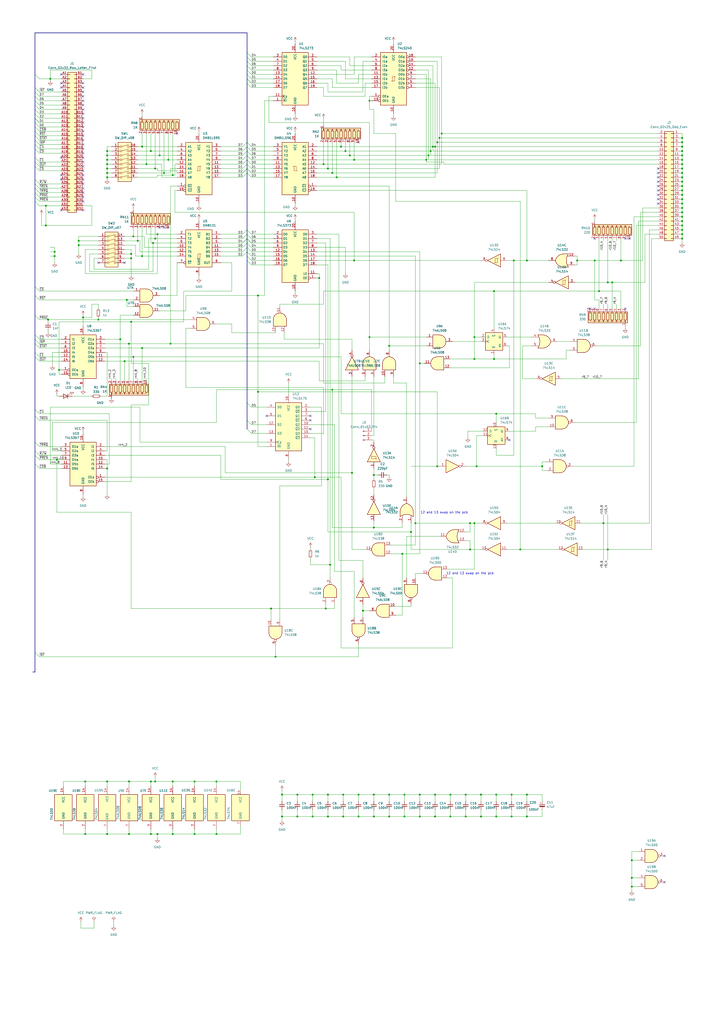
<source format=kicad_sch>
(kicad_sch
	(version 20231120)
	(generator "eeschema")
	(generator_version "8.0")
	(uuid "e19a99fd-b470-4733-b327-0374004eae11")
	(paper "A2" portrait)
	(lib_symbols
		(symbol "74xx:74LS00"
			(pin_names
				(offset 1.016)
			)
			(exclude_from_sim no)
			(in_bom yes)
			(on_board yes)
			(property "Reference" "U"
				(at 0 1.27 0)
				(effects
					(font
						(size 1.27 1.27)
					)
				)
			)
			(property "Value" "74LS00"
				(at 0 -1.27 0)
				(effects
					(font
						(size 1.27 1.27)
					)
				)
			)
			(property "Footprint" ""
				(at 0 0 0)
				(effects
					(font
						(size 1.27 1.27)
					)
					(hide yes)
				)
			)
			(property "Datasheet" "http://www.ti.com/lit/gpn/sn74ls00"
				(at 0 0 0)
				(effects
					(font
						(size 1.27 1.27)
					)
					(hide yes)
				)
			)
			(property "Description" "quad 2-input NAND gate"
				(at 0 0 0)
				(effects
					(font
						(size 1.27 1.27)
					)
					(hide yes)
				)
			)
			(property "ki_locked" ""
				(at 0 0 0)
				(effects
					(font
						(size 1.27 1.27)
					)
				)
			)
			(property "ki_keywords" "TTL nand 2-input"
				(at 0 0 0)
				(effects
					(font
						(size 1.27 1.27)
					)
					(hide yes)
				)
			)
			(property "ki_fp_filters" "DIP*W7.62mm* SO14*"
				(at 0 0 0)
				(effects
					(font
						(size 1.27 1.27)
					)
					(hide yes)
				)
			)
			(symbol "74LS00_1_1"
				(arc
					(start 0 -3.81)
					(mid 3.7934 0)
					(end 0 3.81)
					(stroke
						(width 0.254)
						(type default)
					)
					(fill
						(type background)
					)
				)
				(polyline
					(pts
						(xy 0 3.81) (xy -3.81 3.81) (xy -3.81 -3.81) (xy 0 -3.81)
					)
					(stroke
						(width 0.254)
						(type default)
					)
					(fill
						(type background)
					)
				)
				(pin input line
					(at -7.62 2.54 0)
					(length 3.81)
					(name "~"
						(effects
							(font
								(size 1.27 1.27)
							)
						)
					)
					(number "1"
						(effects
							(font
								(size 1.27 1.27)
							)
						)
					)
				)
				(pin input line
					(at -7.62 -2.54 0)
					(length 3.81)
					(name "~"
						(effects
							(font
								(size 1.27 1.27)
							)
						)
					)
					(number "2"
						(effects
							(font
								(size 1.27 1.27)
							)
						)
					)
				)
				(pin output inverted
					(at 7.62 0 180)
					(length 3.81)
					(name "~"
						(effects
							(font
								(size 1.27 1.27)
							)
						)
					)
					(number "3"
						(effects
							(font
								(size 1.27 1.27)
							)
						)
					)
				)
			)
			(symbol "74LS00_1_2"
				(arc
					(start -3.81 -3.81)
					(mid -2.589 0)
					(end -3.81 3.81)
					(stroke
						(width 0.254)
						(type default)
					)
					(fill
						(type none)
					)
				)
				(arc
					(start -0.6096 -3.81)
					(mid 2.1842 -2.5851)
					(end 3.81 0)
					(stroke
						(width 0.254)
						(type default)
					)
					(fill
						(type background)
					)
				)
				(polyline
					(pts
						(xy -3.81 -3.81) (xy -0.635 -3.81)
					)
					(stroke
						(width 0.254)
						(type default)
					)
					(fill
						(type background)
					)
				)
				(polyline
					(pts
						(xy -3.81 3.81) (xy -0.635 3.81)
					)
					(stroke
						(width 0.254)
						(type default)
					)
					(fill
						(type background)
					)
				)
				(polyline
					(pts
						(xy -0.635 3.81) (xy -3.81 3.81) (xy -3.81 3.81) (xy -3.556 3.4036) (xy -3.0226 2.2606) (xy -2.6924 1.0414)
						(xy -2.6162 -0.254) (xy -2.7686 -1.4986) (xy -3.175 -2.7178) (xy -3.81 -3.81) (xy -3.81 -3.81)
						(xy -0.635 -3.81)
					)
					(stroke
						(width -25.4)
						(type default)
					)
					(fill
						(type background)
					)
				)
				(arc
					(start 3.81 0)
					(mid 2.1915 2.5936)
					(end -0.6096 3.81)
					(stroke
						(width 0.254)
						(type default)
					)
					(fill
						(type background)
					)
				)
				(pin input inverted
					(at -7.62 2.54 0)
					(length 4.318)
					(name "~"
						(effects
							(font
								(size 1.27 1.27)
							)
						)
					)
					(number "1"
						(effects
							(font
								(size 1.27 1.27)
							)
						)
					)
				)
				(pin input inverted
					(at -7.62 -2.54 0)
					(length 4.318)
					(name "~"
						(effects
							(font
								(size 1.27 1.27)
							)
						)
					)
					(number "2"
						(effects
							(font
								(size 1.27 1.27)
							)
						)
					)
				)
				(pin output line
					(at 7.62 0 180)
					(length 3.81)
					(name "~"
						(effects
							(font
								(size 1.27 1.27)
							)
						)
					)
					(number "3"
						(effects
							(font
								(size 1.27 1.27)
							)
						)
					)
				)
			)
			(symbol "74LS00_2_1"
				(arc
					(start 0 -3.81)
					(mid 3.7934 0)
					(end 0 3.81)
					(stroke
						(width 0.254)
						(type default)
					)
					(fill
						(type background)
					)
				)
				(polyline
					(pts
						(xy 0 3.81) (xy -3.81 3.81) (xy -3.81 -3.81) (xy 0 -3.81)
					)
					(stroke
						(width 0.254)
						(type default)
					)
					(fill
						(type background)
					)
				)
				(pin input line
					(at -7.62 2.54 0)
					(length 3.81)
					(name "~"
						(effects
							(font
								(size 1.27 1.27)
							)
						)
					)
					(number "4"
						(effects
							(font
								(size 1.27 1.27)
							)
						)
					)
				)
				(pin input line
					(at -7.62 -2.54 0)
					(length 3.81)
					(name "~"
						(effects
							(font
								(size 1.27 1.27)
							)
						)
					)
					(number "5"
						(effects
							(font
								(size 1.27 1.27)
							)
						)
					)
				)
				(pin output inverted
					(at 7.62 0 180)
					(length 3.81)
					(name "~"
						(effects
							(font
								(size 1.27 1.27)
							)
						)
					)
					(number "6"
						(effects
							(font
								(size 1.27 1.27)
							)
						)
					)
				)
			)
			(symbol "74LS00_2_2"
				(arc
					(start -3.81 -3.81)
					(mid -2.589 0)
					(end -3.81 3.81)
					(stroke
						(width 0.254)
						(type default)
					)
					(fill
						(type none)
					)
				)
				(arc
					(start -0.6096 -3.81)
					(mid 2.1842 -2.5851)
					(end 3.81 0)
					(stroke
						(width 0.254)
						(type default)
					)
					(fill
						(type background)
					)
				)
				(polyline
					(pts
						(xy -3.81 -3.81) (xy -0.635 -3.81)
					)
					(stroke
						(width 0.254)
						(type default)
					)
					(fill
						(type background)
					)
				)
				(polyline
					(pts
						(xy -3.81 3.81) (xy -0.635 3.81)
					)
					(stroke
						(width 0.254)
						(type default)
					)
					(fill
						(type background)
					)
				)
				(polyline
					(pts
						(xy -0.635 3.81) (xy -3.81 3.81) (xy -3.81 3.81) (xy -3.556 3.4036) (xy -3.0226 2.2606) (xy -2.6924 1.0414)
						(xy -2.6162 -0.254) (xy -2.7686 -1.4986) (xy -3.175 -2.7178) (xy -3.81 -3.81) (xy -3.81 -3.81)
						(xy -0.635 -3.81)
					)
					(stroke
						(width -25.4)
						(type default)
					)
					(fill
						(type background)
					)
				)
				(arc
					(start 3.81 0)
					(mid 2.1915 2.5936)
					(end -0.6096 3.81)
					(stroke
						(width 0.254)
						(type default)
					)
					(fill
						(type background)
					)
				)
				(pin input inverted
					(at -7.62 2.54 0)
					(length 4.318)
					(name "~"
						(effects
							(font
								(size 1.27 1.27)
							)
						)
					)
					(number "4"
						(effects
							(font
								(size 1.27 1.27)
							)
						)
					)
				)
				(pin input inverted
					(at -7.62 -2.54 0)
					(length 4.318)
					(name "~"
						(effects
							(font
								(size 1.27 1.27)
							)
						)
					)
					(number "5"
						(effects
							(font
								(size 1.27 1.27)
							)
						)
					)
				)
				(pin output line
					(at 7.62 0 180)
					(length 3.81)
					(name "~"
						(effects
							(font
								(size 1.27 1.27)
							)
						)
					)
					(number "6"
						(effects
							(font
								(size 1.27 1.27)
							)
						)
					)
				)
			)
			(symbol "74LS00_3_1"
				(arc
					(start 0 -3.81)
					(mid 3.7934 0)
					(end 0 3.81)
					(stroke
						(width 0.254)
						(type default)
					)
					(fill
						(type background)
					)
				)
				(polyline
					(pts
						(xy 0 3.81) (xy -3.81 3.81) (xy -3.81 -3.81) (xy 0 -3.81)
					)
					(stroke
						(width 0.254)
						(type default)
					)
					(fill
						(type background)
					)
				)
				(pin input line
					(at -7.62 -2.54 0)
					(length 3.81)
					(name "~"
						(effects
							(font
								(size 1.27 1.27)
							)
						)
					)
					(number "10"
						(effects
							(font
								(size 1.27 1.27)
							)
						)
					)
				)
				(pin output inverted
					(at 7.62 0 180)
					(length 3.81)
					(name "~"
						(effects
							(font
								(size 1.27 1.27)
							)
						)
					)
					(number "8"
						(effects
							(font
								(size 1.27 1.27)
							)
						)
					)
				)
				(pin input line
					(at -7.62 2.54 0)
					(length 3.81)
					(name "~"
						(effects
							(font
								(size 1.27 1.27)
							)
						)
					)
					(number "9"
						(effects
							(font
								(size 1.27 1.27)
							)
						)
					)
				)
			)
			(symbol "74LS00_3_2"
				(arc
					(start -3.81 -3.81)
					(mid -2.589 0)
					(end -3.81 3.81)
					(stroke
						(width 0.254)
						(type default)
					)
					(fill
						(type none)
					)
				)
				(arc
					(start -0.6096 -3.81)
					(mid 2.1842 -2.5851)
					(end 3.81 0)
					(stroke
						(width 0.254)
						(type default)
					)
					(fill
						(type background)
					)
				)
				(polyline
					(pts
						(xy -3.81 -3.81) (xy -0.635 -3.81)
					)
					(stroke
						(width 0.254)
						(type default)
					)
					(fill
						(type background)
					)
				)
				(polyline
					(pts
						(xy -3.81 3.81) (xy -0.635 3.81)
					)
					(stroke
						(width 0.254)
						(type default)
					)
					(fill
						(type background)
					)
				)
				(polyline
					(pts
						(xy -0.635 3.81) (xy -3.81 3.81) (xy -3.81 3.81) (xy -3.556 3.4036) (xy -3.0226 2.2606) (xy -2.6924 1.0414)
						(xy -2.6162 -0.254) (xy -2.7686 -1.4986) (xy -3.175 -2.7178) (xy -3.81 -3.81) (xy -3.81 -3.81)
						(xy -0.635 -3.81)
					)
					(stroke
						(width -25.4)
						(type default)
					)
					(fill
						(type background)
					)
				)
				(arc
					(start 3.81 0)
					(mid 2.1915 2.5936)
					(end -0.6096 3.81)
					(stroke
						(width 0.254)
						(type default)
					)
					(fill
						(type background)
					)
				)
				(pin input inverted
					(at -7.62 -2.54 0)
					(length 4.318)
					(name "~"
						(effects
							(font
								(size 1.27 1.27)
							)
						)
					)
					(number "10"
						(effects
							(font
								(size 1.27 1.27)
							)
						)
					)
				)
				(pin output line
					(at 7.62 0 180)
					(length 3.81)
					(name "~"
						(effects
							(font
								(size 1.27 1.27)
							)
						)
					)
					(number "8"
						(effects
							(font
								(size 1.27 1.27)
							)
						)
					)
				)
				(pin input inverted
					(at -7.62 2.54 0)
					(length 4.318)
					(name "~"
						(effects
							(font
								(size 1.27 1.27)
							)
						)
					)
					(number "9"
						(effects
							(font
								(size 1.27 1.27)
							)
						)
					)
				)
			)
			(symbol "74LS00_4_1"
				(arc
					(start 0 -3.81)
					(mid 3.7934 0)
					(end 0 3.81)
					(stroke
						(width 0.254)
						(type default)
					)
					(fill
						(type background)
					)
				)
				(polyline
					(pts
						(xy 0 3.81) (xy -3.81 3.81) (xy -3.81 -3.81) (xy 0 -3.81)
					)
					(stroke
						(width 0.254)
						(type default)
					)
					(fill
						(type background)
					)
				)
				(pin output inverted
					(at 7.62 0 180)
					(length 3.81)
					(name "~"
						(effects
							(font
								(size 1.27 1.27)
							)
						)
					)
					(number "11"
						(effects
							(font
								(size 1.27 1.27)
							)
						)
					)
				)
				(pin input line
					(at -7.62 2.54 0)
					(length 3.81)
					(name "~"
						(effects
							(font
								(size 1.27 1.27)
							)
						)
					)
					(number "12"
						(effects
							(font
								(size 1.27 1.27)
							)
						)
					)
				)
				(pin input line
					(at -7.62 -2.54 0)
					(length 3.81)
					(name "~"
						(effects
							(font
								(size 1.27 1.27)
							)
						)
					)
					(number "13"
						(effects
							(font
								(size 1.27 1.27)
							)
						)
					)
				)
			)
			(symbol "74LS00_4_2"
				(arc
					(start -3.81 -3.81)
					(mid -2.589 0)
					(end -3.81 3.81)
					(stroke
						(width 0.254)
						(type default)
					)
					(fill
						(type none)
					)
				)
				(arc
					(start -0.6096 -3.81)
					(mid 2.1842 -2.5851)
					(end 3.81 0)
					(stroke
						(width 0.254)
						(type default)
					)
					(fill
						(type background)
					)
				)
				(polyline
					(pts
						(xy -3.81 -3.81) (xy -0.635 -3.81)
					)
					(stroke
						(width 0.254)
						(type default)
					)
					(fill
						(type background)
					)
				)
				(polyline
					(pts
						(xy -3.81 3.81) (xy -0.635 3.81)
					)
					(stroke
						(width 0.254)
						(type default)
					)
					(fill
						(type background)
					)
				)
				(polyline
					(pts
						(xy -0.635 3.81) (xy -3.81 3.81) (xy -3.81 3.81) (xy -3.556 3.4036) (xy -3.0226 2.2606) (xy -2.6924 1.0414)
						(xy -2.6162 -0.254) (xy -2.7686 -1.4986) (xy -3.175 -2.7178) (xy -3.81 -3.81) (xy -3.81 -3.81)
						(xy -0.635 -3.81)
					)
					(stroke
						(width -25.4)
						(type default)
					)
					(fill
						(type background)
					)
				)
				(arc
					(start 3.81 0)
					(mid 2.1915 2.5936)
					(end -0.6096 3.81)
					(stroke
						(width 0.254)
						(type default)
					)
					(fill
						(type background)
					)
				)
				(pin output line
					(at 7.62 0 180)
					(length 3.81)
					(name "~"
						(effects
							(font
								(size 1.27 1.27)
							)
						)
					)
					(number "11"
						(effects
							(font
								(size 1.27 1.27)
							)
						)
					)
				)
				(pin input inverted
					(at -7.62 2.54 0)
					(length 4.318)
					(name "~"
						(effects
							(font
								(size 1.27 1.27)
							)
						)
					)
					(number "12"
						(effects
							(font
								(size 1.27 1.27)
							)
						)
					)
				)
				(pin input inverted
					(at -7.62 -2.54 0)
					(length 4.318)
					(name "~"
						(effects
							(font
								(size 1.27 1.27)
							)
						)
					)
					(number "13"
						(effects
							(font
								(size 1.27 1.27)
							)
						)
					)
				)
			)
			(symbol "74LS00_5_0"
				(pin power_in line
					(at 0 12.7 270)
					(length 5.08)
					(name "VCC"
						(effects
							(font
								(size 1.27 1.27)
							)
						)
					)
					(number "14"
						(effects
							(font
								(size 1.27 1.27)
							)
						)
					)
				)
				(pin power_in line
					(at 0 -12.7 90)
					(length 5.08)
					(name "GND"
						(effects
							(font
								(size 1.27 1.27)
							)
						)
					)
					(number "7"
						(effects
							(font
								(size 1.27 1.27)
							)
						)
					)
				)
			)
			(symbol "74LS00_5_1"
				(rectangle
					(start -5.08 7.62)
					(end 5.08 -7.62)
					(stroke
						(width 0.254)
						(type default)
					)
					(fill
						(type background)
					)
				)
			)
		)
		(symbol "74xx:74LS04"
			(exclude_from_sim no)
			(in_bom yes)
			(on_board yes)
			(property "Reference" "U"
				(at 0 1.27 0)
				(effects
					(font
						(size 1.27 1.27)
					)
				)
			)
			(property "Value" "74LS04"
				(at 0 -1.27 0)
				(effects
					(font
						(size 1.27 1.27)
					)
				)
			)
			(property "Footprint" ""
				(at 0 0 0)
				(effects
					(font
						(size 1.27 1.27)
					)
					(hide yes)
				)
			)
			(property "Datasheet" "http://www.ti.com/lit/gpn/sn74LS04"
				(at 0 0 0)
				(effects
					(font
						(size 1.27 1.27)
					)
					(hide yes)
				)
			)
			(property "Description" "Hex Inverter"
				(at 0 0 0)
				(effects
					(font
						(size 1.27 1.27)
					)
					(hide yes)
				)
			)
			(property "ki_locked" ""
				(at 0 0 0)
				(effects
					(font
						(size 1.27 1.27)
					)
				)
			)
			(property "ki_keywords" "TTL not inv"
				(at 0 0 0)
				(effects
					(font
						(size 1.27 1.27)
					)
					(hide yes)
				)
			)
			(property "ki_fp_filters" "DIP*W7.62mm* SSOP?14* TSSOP?14*"
				(at 0 0 0)
				(effects
					(font
						(size 1.27 1.27)
					)
					(hide yes)
				)
			)
			(symbol "74LS04_1_0"
				(polyline
					(pts
						(xy -3.81 3.81) (xy -3.81 -3.81) (xy 3.81 0) (xy -3.81 3.81)
					)
					(stroke
						(width 0.254)
						(type default)
					)
					(fill
						(type background)
					)
				)
				(pin input line
					(at -7.62 0 0)
					(length 3.81)
					(name "~"
						(effects
							(font
								(size 1.27 1.27)
							)
						)
					)
					(number "1"
						(effects
							(font
								(size 1.27 1.27)
							)
						)
					)
				)
				(pin output inverted
					(at 7.62 0 180)
					(length 3.81)
					(name "~"
						(effects
							(font
								(size 1.27 1.27)
							)
						)
					)
					(number "2"
						(effects
							(font
								(size 1.27 1.27)
							)
						)
					)
				)
			)
			(symbol "74LS04_2_0"
				(polyline
					(pts
						(xy -3.81 3.81) (xy -3.81 -3.81) (xy 3.81 0) (xy -3.81 3.81)
					)
					(stroke
						(width 0.254)
						(type default)
					)
					(fill
						(type background)
					)
				)
				(pin input line
					(at -7.62 0 0)
					(length 3.81)
					(name "~"
						(effects
							(font
								(size 1.27 1.27)
							)
						)
					)
					(number "3"
						(effects
							(font
								(size 1.27 1.27)
							)
						)
					)
				)
				(pin output inverted
					(at 7.62 0 180)
					(length 3.81)
					(name "~"
						(effects
							(font
								(size 1.27 1.27)
							)
						)
					)
					(number "4"
						(effects
							(font
								(size 1.27 1.27)
							)
						)
					)
				)
			)
			(symbol "74LS04_3_0"
				(polyline
					(pts
						(xy -3.81 3.81) (xy -3.81 -3.81) (xy 3.81 0) (xy -3.81 3.81)
					)
					(stroke
						(width 0.254)
						(type default)
					)
					(fill
						(type background)
					)
				)
				(pin input line
					(at -7.62 0 0)
					(length 3.81)
					(name "~"
						(effects
							(font
								(size 1.27 1.27)
							)
						)
					)
					(number "5"
						(effects
							(font
								(size 1.27 1.27)
							)
						)
					)
				)
				(pin output inverted
					(at 7.62 0 180)
					(length 3.81)
					(name "~"
						(effects
							(font
								(size 1.27 1.27)
							)
						)
					)
					(number "6"
						(effects
							(font
								(size 1.27 1.27)
							)
						)
					)
				)
			)
			(symbol "74LS04_4_0"
				(polyline
					(pts
						(xy -3.81 3.81) (xy -3.81 -3.81) (xy 3.81 0) (xy -3.81 3.81)
					)
					(stroke
						(width 0.254)
						(type default)
					)
					(fill
						(type background)
					)
				)
				(pin output inverted
					(at 7.62 0 180)
					(length 3.81)
					(name "~"
						(effects
							(font
								(size 1.27 1.27)
							)
						)
					)
					(number "8"
						(effects
							(font
								(size 1.27 1.27)
							)
						)
					)
				)
				(pin input line
					(at -7.62 0 0)
					(length 3.81)
					(name "~"
						(effects
							(font
								(size 1.27 1.27)
							)
						)
					)
					(number "9"
						(effects
							(font
								(size 1.27 1.27)
							)
						)
					)
				)
			)
			(symbol "74LS04_5_0"
				(polyline
					(pts
						(xy -3.81 3.81) (xy -3.81 -3.81) (xy 3.81 0) (xy -3.81 3.81)
					)
					(stroke
						(width 0.254)
						(type default)
					)
					(fill
						(type background)
					)
				)
				(pin output inverted
					(at 7.62 0 180)
					(length 3.81)
					(name "~"
						(effects
							(font
								(size 1.27 1.27)
							)
						)
					)
					(number "10"
						(effects
							(font
								(size 1.27 1.27)
							)
						)
					)
				)
				(pin input line
					(at -7.62 0 0)
					(length 3.81)
					(name "~"
						(effects
							(font
								(size 1.27 1.27)
							)
						)
					)
					(number "11"
						(effects
							(font
								(size 1.27 1.27)
							)
						)
					)
				)
			)
			(symbol "74LS04_6_0"
				(polyline
					(pts
						(xy -3.81 3.81) (xy -3.81 -3.81) (xy 3.81 0) (xy -3.81 3.81)
					)
					(stroke
						(width 0.254)
						(type default)
					)
					(fill
						(type background)
					)
				)
				(pin output inverted
					(at 7.62 0 180)
					(length 3.81)
					(name "~"
						(effects
							(font
								(size 1.27 1.27)
							)
						)
					)
					(number "12"
						(effects
							(font
								(size 1.27 1.27)
							)
						)
					)
				)
				(pin input line
					(at -7.62 0 0)
					(length 3.81)
					(name "~"
						(effects
							(font
								(size 1.27 1.27)
							)
						)
					)
					(number "13"
						(effects
							(font
								(size 1.27 1.27)
							)
						)
					)
				)
			)
			(symbol "74LS04_7_0"
				(pin power_in line
					(at 0 12.7 270)
					(length 5.08)
					(name "VCC"
						(effects
							(font
								(size 1.27 1.27)
							)
						)
					)
					(number "14"
						(effects
							(font
								(size 1.27 1.27)
							)
						)
					)
				)
				(pin power_in line
					(at 0 -12.7 90)
					(length 5.08)
					(name "GND"
						(effects
							(font
								(size 1.27 1.27)
							)
						)
					)
					(number "7"
						(effects
							(font
								(size 1.27 1.27)
							)
						)
					)
				)
			)
			(symbol "74LS04_7_1"
				(rectangle
					(start -5.08 7.62)
					(end 5.08 -7.62)
					(stroke
						(width 0.254)
						(type default)
					)
					(fill
						(type background)
					)
				)
			)
		)
		(symbol "74xx:74LS08"
			(pin_names
				(offset 1.016)
			)
			(exclude_from_sim no)
			(in_bom yes)
			(on_board yes)
			(property "Reference" "U"
				(at 0 1.27 0)
				(effects
					(font
						(size 1.27 1.27)
					)
				)
			)
			(property "Value" "74LS08"
				(at 0 -1.27 0)
				(effects
					(font
						(size 1.27 1.27)
					)
				)
			)
			(property "Footprint" ""
				(at 0 0 0)
				(effects
					(font
						(size 1.27 1.27)
					)
					(hide yes)
				)
			)
			(property "Datasheet" "http://www.ti.com/lit/gpn/sn74LS08"
				(at 0 0 0)
				(effects
					(font
						(size 1.27 1.27)
					)
					(hide yes)
				)
			)
			(property "Description" "Quad And2"
				(at 0 0 0)
				(effects
					(font
						(size 1.27 1.27)
					)
					(hide yes)
				)
			)
			(property "ki_locked" ""
				(at 0 0 0)
				(effects
					(font
						(size 1.27 1.27)
					)
				)
			)
			(property "ki_keywords" "TTL and2"
				(at 0 0 0)
				(effects
					(font
						(size 1.27 1.27)
					)
					(hide yes)
				)
			)
			(property "ki_fp_filters" "DIP*W7.62mm*"
				(at 0 0 0)
				(effects
					(font
						(size 1.27 1.27)
					)
					(hide yes)
				)
			)
			(symbol "74LS08_1_1"
				(arc
					(start 0 -3.81)
					(mid 3.7934 0)
					(end 0 3.81)
					(stroke
						(width 0.254)
						(type default)
					)
					(fill
						(type background)
					)
				)
				(polyline
					(pts
						(xy 0 3.81) (xy -3.81 3.81) (xy -3.81 -3.81) (xy 0 -3.81)
					)
					(stroke
						(width 0.254)
						(type default)
					)
					(fill
						(type background)
					)
				)
				(pin input line
					(at -7.62 2.54 0)
					(length 3.81)
					(name "~"
						(effects
							(font
								(size 1.27 1.27)
							)
						)
					)
					(number "1"
						(effects
							(font
								(size 1.27 1.27)
							)
						)
					)
				)
				(pin input line
					(at -7.62 -2.54 0)
					(length 3.81)
					(name "~"
						(effects
							(font
								(size 1.27 1.27)
							)
						)
					)
					(number "2"
						(effects
							(font
								(size 1.27 1.27)
							)
						)
					)
				)
				(pin output line
					(at 7.62 0 180)
					(length 3.81)
					(name "~"
						(effects
							(font
								(size 1.27 1.27)
							)
						)
					)
					(number "3"
						(effects
							(font
								(size 1.27 1.27)
							)
						)
					)
				)
			)
			(symbol "74LS08_1_2"
				(arc
					(start -3.81 -3.81)
					(mid -2.589 0)
					(end -3.81 3.81)
					(stroke
						(width 0.254)
						(type default)
					)
					(fill
						(type none)
					)
				)
				(arc
					(start -0.6096 -3.81)
					(mid 2.1842 -2.5851)
					(end 3.81 0)
					(stroke
						(width 0.254)
						(type default)
					)
					(fill
						(type background)
					)
				)
				(polyline
					(pts
						(xy -3.81 -3.81) (xy -0.635 -3.81)
					)
					(stroke
						(width 0.254)
						(type default)
					)
					(fill
						(type background)
					)
				)
				(polyline
					(pts
						(xy -3.81 3.81) (xy -0.635 3.81)
					)
					(stroke
						(width 0.254)
						(type default)
					)
					(fill
						(type background)
					)
				)
				(polyline
					(pts
						(xy -0.635 3.81) (xy -3.81 3.81) (xy -3.81 3.81) (xy -3.556 3.4036) (xy -3.0226 2.2606) (xy -2.6924 1.0414)
						(xy -2.6162 -0.254) (xy -2.7686 -1.4986) (xy -3.175 -2.7178) (xy -3.81 -3.81) (xy -3.81 -3.81)
						(xy -0.635 -3.81)
					)
					(stroke
						(width -25.4)
						(type default)
					)
					(fill
						(type background)
					)
				)
				(arc
					(start 3.81 0)
					(mid 2.1915 2.5936)
					(end -0.6096 3.81)
					(stroke
						(width 0.254)
						(type default)
					)
					(fill
						(type background)
					)
				)
				(pin input inverted
					(at -7.62 2.54 0)
					(length 4.318)
					(name "~"
						(effects
							(font
								(size 1.27 1.27)
							)
						)
					)
					(number "1"
						(effects
							(font
								(size 1.27 1.27)
							)
						)
					)
				)
				(pin input inverted
					(at -7.62 -2.54 0)
					(length 4.318)
					(name "~"
						(effects
							(font
								(size 1.27 1.27)
							)
						)
					)
					(number "2"
						(effects
							(font
								(size 1.27 1.27)
							)
						)
					)
				)
				(pin output inverted
					(at 7.62 0 180)
					(length 3.81)
					(name "~"
						(effects
							(font
								(size 1.27 1.27)
							)
						)
					)
					(number "3"
						(effects
							(font
								(size 1.27 1.27)
							)
						)
					)
				)
			)
			(symbol "74LS08_2_1"
				(arc
					(start 0 -3.81)
					(mid 3.7934 0)
					(end 0 3.81)
					(stroke
						(width 0.254)
						(type default)
					)
					(fill
						(type background)
					)
				)
				(polyline
					(pts
						(xy 0 3.81) (xy -3.81 3.81) (xy -3.81 -3.81) (xy 0 -3.81)
					)
					(stroke
						(width 0.254)
						(type default)
					)
					(fill
						(type background)
					)
				)
				(pin input line
					(at -7.62 2.54 0)
					(length 3.81)
					(name "~"
						(effects
							(font
								(size 1.27 1.27)
							)
						)
					)
					(number "4"
						(effects
							(font
								(size 1.27 1.27)
							)
						)
					)
				)
				(pin input line
					(at -7.62 -2.54 0)
					(length 3.81)
					(name "~"
						(effects
							(font
								(size 1.27 1.27)
							)
						)
					)
					(number "5"
						(effects
							(font
								(size 1.27 1.27)
							)
						)
					)
				)
				(pin output line
					(at 7.62 0 180)
					(length 3.81)
					(name "~"
						(effects
							(font
								(size 1.27 1.27)
							)
						)
					)
					(number "6"
						(effects
							(font
								(size 1.27 1.27)
							)
						)
					)
				)
			)
			(symbol "74LS08_2_2"
				(arc
					(start -3.81 -3.81)
					(mid -2.589 0)
					(end -3.81 3.81)
					(stroke
						(width 0.254)
						(type default)
					)
					(fill
						(type none)
					)
				)
				(arc
					(start -0.6096 -3.81)
					(mid 2.1842 -2.5851)
					(end 3.81 0)
					(stroke
						(width 0.254)
						(type default)
					)
					(fill
						(type background)
					)
				)
				(polyline
					(pts
						(xy -3.81 -3.81) (xy -0.635 -3.81)
					)
					(stroke
						(width 0.254)
						(type default)
					)
					(fill
						(type background)
					)
				)
				(polyline
					(pts
						(xy -3.81 3.81) (xy -0.635 3.81)
					)
					(stroke
						(width 0.254)
						(type default)
					)
					(fill
						(type background)
					)
				)
				(polyline
					(pts
						(xy -0.635 3.81) (xy -3.81 3.81) (xy -3.81 3.81) (xy -3.556 3.4036) (xy -3.0226 2.2606) (xy -2.6924 1.0414)
						(xy -2.6162 -0.254) (xy -2.7686 -1.4986) (xy -3.175 -2.7178) (xy -3.81 -3.81) (xy -3.81 -3.81)
						(xy -0.635 -3.81)
					)
					(stroke
						(width -25.4)
						(type default)
					)
					(fill
						(type background)
					)
				)
				(arc
					(start 3.81 0)
					(mid 2.1915 2.5936)
					(end -0.6096 3.81)
					(stroke
						(width 0.254)
						(type default)
					)
					(fill
						(type background)
					)
				)
				(pin input inverted
					(at -7.62 2.54 0)
					(length 4.318)
					(name "~"
						(effects
							(font
								(size 1.27 1.27)
							)
						)
					)
					(number "4"
						(effects
							(font
								(size 1.27 1.27)
							)
						)
					)
				)
				(pin input inverted
					(at -7.62 -2.54 0)
					(length 4.318)
					(name "~"
						(effects
							(font
								(size 1.27 1.27)
							)
						)
					)
					(number "5"
						(effects
							(font
								(size 1.27 1.27)
							)
						)
					)
				)
				(pin output inverted
					(at 7.62 0 180)
					(length 3.81)
					(name "~"
						(effects
							(font
								(size 1.27 1.27)
							)
						)
					)
					(number "6"
						(effects
							(font
								(size 1.27 1.27)
							)
						)
					)
				)
			)
			(symbol "74LS08_3_1"
				(arc
					(start 0 -3.81)
					(mid 3.7934 0)
					(end 0 3.81)
					(stroke
						(width 0.254)
						(type default)
					)
					(fill
						(type background)
					)
				)
				(polyline
					(pts
						(xy 0 3.81) (xy -3.81 3.81) (xy -3.81 -3.81) (xy 0 -3.81)
					)
					(stroke
						(width 0.254)
						(type default)
					)
					(fill
						(type background)
					)
				)
				(pin input line
					(at -7.62 -2.54 0)
					(length 3.81)
					(name "~"
						(effects
							(font
								(size 1.27 1.27)
							)
						)
					)
					(number "10"
						(effects
							(font
								(size 1.27 1.27)
							)
						)
					)
				)
				(pin output line
					(at 7.62 0 180)
					(length 3.81)
					(name "~"
						(effects
							(font
								(size 1.27 1.27)
							)
						)
					)
					(number "8"
						(effects
							(font
								(size 1.27 1.27)
							)
						)
					)
				)
				(pin input line
					(at -7.62 2.54 0)
					(length 3.81)
					(name "~"
						(effects
							(font
								(size 1.27 1.27)
							)
						)
					)
					(number "9"
						(effects
							(font
								(size 1.27 1.27)
							)
						)
					)
				)
			)
			(symbol "74LS08_3_2"
				(arc
					(start -3.81 -3.81)
					(mid -2.589 0)
					(end -3.81 3.81)
					(stroke
						(width 0.254)
						(type default)
					)
					(fill
						(type none)
					)
				)
				(arc
					(start -0.6096 -3.81)
					(mid 2.1842 -2.5851)
					(end 3.81 0)
					(stroke
						(width 0.254)
						(type default)
					)
					(fill
						(type background)
					)
				)
				(polyline
					(pts
						(xy -3.81 -3.81) (xy -0.635 -3.81)
					)
					(stroke
						(width 0.254)
						(type default)
					)
					(fill
						(type background)
					)
				)
				(polyline
					(pts
						(xy -3.81 3.81) (xy -0.635 3.81)
					)
					(stroke
						(width 0.254)
						(type default)
					)
					(fill
						(type background)
					)
				)
				(polyline
					(pts
						(xy -0.635 3.81) (xy -3.81 3.81) (xy -3.81 3.81) (xy -3.556 3.4036) (xy -3.0226 2.2606) (xy -2.6924 1.0414)
						(xy -2.6162 -0.254) (xy -2.7686 -1.4986) (xy -3.175 -2.7178) (xy -3.81 -3.81) (xy -3.81 -3.81)
						(xy -0.635 -3.81)
					)
					(stroke
						(width -25.4)
						(type default)
					)
					(fill
						(type background)
					)
				)
				(arc
					(start 3.81 0)
					(mid 2.1915 2.5936)
					(end -0.6096 3.81)
					(stroke
						(width 0.254)
						(type default)
					)
					(fill
						(type background)
					)
				)
				(pin input inverted
					(at -7.62 -2.54 0)
					(length 4.318)
					(name "~"
						(effects
							(font
								(size 1.27 1.27)
							)
						)
					)
					(number "10"
						(effects
							(font
								(size 1.27 1.27)
							)
						)
					)
				)
				(pin output inverted
					(at 7.62 0 180)
					(length 3.81)
					(name "~"
						(effects
							(font
								(size 1.27 1.27)
							)
						)
					)
					(number "8"
						(effects
							(font
								(size 1.27 1.27)
							)
						)
					)
				)
				(pin input inverted
					(at -7.62 2.54 0)
					(length 4.318)
					(name "~"
						(effects
							(font
								(size 1.27 1.27)
							)
						)
					)
					(number "9"
						(effects
							(font
								(size 1.27 1.27)
							)
						)
					)
				)
			)
			(symbol "74LS08_4_1"
				(arc
					(start 0 -3.81)
					(mid 3.7934 0)
					(end 0 3.81)
					(stroke
						(width 0.254)
						(type default)
					)
					(fill
						(type background)
					)
				)
				(polyline
					(pts
						(xy 0 3.81) (xy -3.81 3.81) (xy -3.81 -3.81) (xy 0 -3.81)
					)
					(stroke
						(width 0.254)
						(type default)
					)
					(fill
						(type background)
					)
				)
				(pin output line
					(at 7.62 0 180)
					(length 3.81)
					(name "~"
						(effects
							(font
								(size 1.27 1.27)
							)
						)
					)
					(number "11"
						(effects
							(font
								(size 1.27 1.27)
							)
						)
					)
				)
				(pin input line
					(at -7.62 2.54 0)
					(length 3.81)
					(name "~"
						(effects
							(font
								(size 1.27 1.27)
							)
						)
					)
					(number "12"
						(effects
							(font
								(size 1.27 1.27)
							)
						)
					)
				)
				(pin input line
					(at -7.62 -2.54 0)
					(length 3.81)
					(name "~"
						(effects
							(font
								(size 1.27 1.27)
							)
						)
					)
					(number "13"
						(effects
							(font
								(size 1.27 1.27)
							)
						)
					)
				)
			)
			(symbol "74LS08_4_2"
				(arc
					(start -3.81 -3.81)
					(mid -2.589 0)
					(end -3.81 3.81)
					(stroke
						(width 0.254)
						(type default)
					)
					(fill
						(type none)
					)
				)
				(arc
					(start -0.6096 -3.81)
					(mid 2.1842 -2.5851)
					(end 3.81 0)
					(stroke
						(width 0.254)
						(type default)
					)
					(fill
						(type background)
					)
				)
				(polyline
					(pts
						(xy -3.81 -3.81) (xy -0.635 -3.81)
					)
					(stroke
						(width 0.254)
						(type default)
					)
					(fill
						(type background)
					)
				)
				(polyline
					(pts
						(xy -3.81 3.81) (xy -0.635 3.81)
					)
					(stroke
						(width 0.254)
						(type default)
					)
					(fill
						(type background)
					)
				)
				(polyline
					(pts
						(xy -0.635 3.81) (xy -3.81 3.81) (xy -3.81 3.81) (xy -3.556 3.4036) (xy -3.0226 2.2606) (xy -2.6924 1.0414)
						(xy -2.6162 -0.254) (xy -2.7686 -1.4986) (xy -3.175 -2.7178) (xy -3.81 -3.81) (xy -3.81 -3.81)
						(xy -0.635 -3.81)
					)
					(stroke
						(width -25.4)
						(type default)
					)
					(fill
						(type background)
					)
				)
				(arc
					(start 3.81 0)
					(mid 2.1915 2.5936)
					(end -0.6096 3.81)
					(stroke
						(width 0.254)
						(type default)
					)
					(fill
						(type background)
					)
				)
				(pin output inverted
					(at 7.62 0 180)
					(length 3.81)
					(name "~"
						(effects
							(font
								(size 1.27 1.27)
							)
						)
					)
					(number "11"
						(effects
							(font
								(size 1.27 1.27)
							)
						)
					)
				)
				(pin input inverted
					(at -7.62 2.54 0)
					(length 4.318)
					(name "~"
						(effects
							(font
								(size 1.27 1.27)
							)
						)
					)
					(number "12"
						(effects
							(font
								(size 1.27 1.27)
							)
						)
					)
				)
				(pin input inverted
					(at -7.62 -2.54 0)
					(length 4.318)
					(name "~"
						(effects
							(font
								(size 1.27 1.27)
							)
						)
					)
					(number "13"
						(effects
							(font
								(size 1.27 1.27)
							)
						)
					)
				)
			)
			(symbol "74LS08_5_0"
				(pin power_in line
					(at 0 12.7 270)
					(length 5.08)
					(name "VCC"
						(effects
							(font
								(size 1.27 1.27)
							)
						)
					)
					(number "14"
						(effects
							(font
								(size 1.27 1.27)
							)
						)
					)
				)
				(pin power_in line
					(at 0 -12.7 90)
					(length 5.08)
					(name "GND"
						(effects
							(font
								(size 1.27 1.27)
							)
						)
					)
					(number "7"
						(effects
							(font
								(size 1.27 1.27)
							)
						)
					)
				)
			)
			(symbol "74LS08_5_1"
				(rectangle
					(start -5.08 7.62)
					(end 5.08 -7.62)
					(stroke
						(width 0.254)
						(type default)
					)
					(fill
						(type background)
					)
				)
			)
		)
		(symbol "74xx:74LS14"
			(pin_names
				(offset 1.016)
			)
			(exclude_from_sim no)
			(in_bom yes)
			(on_board yes)
			(property "Reference" "U"
				(at 0 1.27 0)
				(effects
					(font
						(size 1.27 1.27)
					)
				)
			)
			(property "Value" "74LS14"
				(at 0 -1.27 0)
				(effects
					(font
						(size 1.27 1.27)
					)
				)
			)
			(property "Footprint" ""
				(at 0 0 0)
				(effects
					(font
						(size 1.27 1.27)
					)
					(hide yes)
				)
			)
			(property "Datasheet" "http://www.ti.com/lit/gpn/sn74LS14"
				(at 0 0 0)
				(effects
					(font
						(size 1.27 1.27)
					)
					(hide yes)
				)
			)
			(property "Description" "Hex inverter schmitt trigger"
				(at 0 0 0)
				(effects
					(font
						(size 1.27 1.27)
					)
					(hide yes)
				)
			)
			(property "ki_locked" ""
				(at 0 0 0)
				(effects
					(font
						(size 1.27 1.27)
					)
				)
			)
			(property "ki_keywords" "TTL not inverter"
				(at 0 0 0)
				(effects
					(font
						(size 1.27 1.27)
					)
					(hide yes)
				)
			)
			(property "ki_fp_filters" "DIP*W7.62mm*"
				(at 0 0 0)
				(effects
					(font
						(size 1.27 1.27)
					)
					(hide yes)
				)
			)
			(symbol "74LS14_1_0"
				(polyline
					(pts
						(xy -3.81 3.81) (xy -3.81 -3.81) (xy 3.81 0) (xy -3.81 3.81)
					)
					(stroke
						(width 0.254)
						(type default)
					)
					(fill
						(type background)
					)
				)
				(pin input line
					(at -7.62 0 0)
					(length 3.81)
					(name "~"
						(effects
							(font
								(size 1.27 1.27)
							)
						)
					)
					(number "1"
						(effects
							(font
								(size 1.27 1.27)
							)
						)
					)
				)
				(pin output inverted
					(at 7.62 0 180)
					(length 3.81)
					(name "~"
						(effects
							(font
								(size 1.27 1.27)
							)
						)
					)
					(number "2"
						(effects
							(font
								(size 1.27 1.27)
							)
						)
					)
				)
			)
			(symbol "74LS14_1_1"
				(polyline
					(pts
						(xy -1.905 -1.27) (xy -1.905 1.27) (xy -0.635 1.27)
					)
					(stroke
						(width 0)
						(type default)
					)
					(fill
						(type none)
					)
				)
				(polyline
					(pts
						(xy -2.54 -1.27) (xy -0.635 -1.27) (xy -0.635 1.27) (xy 0 1.27)
					)
					(stroke
						(width 0)
						(type default)
					)
					(fill
						(type none)
					)
				)
			)
			(symbol "74LS14_2_0"
				(polyline
					(pts
						(xy -3.81 3.81) (xy -3.81 -3.81) (xy 3.81 0) (xy -3.81 3.81)
					)
					(stroke
						(width 0.254)
						(type default)
					)
					(fill
						(type background)
					)
				)
				(pin input line
					(at -7.62 0 0)
					(length 3.81)
					(name "~"
						(effects
							(font
								(size 1.27 1.27)
							)
						)
					)
					(number "3"
						(effects
							(font
								(size 1.27 1.27)
							)
						)
					)
				)
				(pin output inverted
					(at 7.62 0 180)
					(length 3.81)
					(name "~"
						(effects
							(font
								(size 1.27 1.27)
							)
						)
					)
					(number "4"
						(effects
							(font
								(size 1.27 1.27)
							)
						)
					)
				)
			)
			(symbol "74LS14_2_1"
				(polyline
					(pts
						(xy -1.905 -1.27) (xy -1.905 1.27) (xy -0.635 1.27)
					)
					(stroke
						(width 0)
						(type default)
					)
					(fill
						(type none)
					)
				)
				(polyline
					(pts
						(xy -2.54 -1.27) (xy -0.635 -1.27) (xy -0.635 1.27) (xy 0 1.27)
					)
					(stroke
						(width 0)
						(type default)
					)
					(fill
						(type none)
					)
				)
			)
			(symbol "74LS14_3_0"
				(polyline
					(pts
						(xy -3.81 3.81) (xy -3.81 -3.81) (xy 3.81 0) (xy -3.81 3.81)
					)
					(stroke
						(width 0.254)
						(type default)
					)
					(fill
						(type background)
					)
				)
				(pin input line
					(at -7.62 0 0)
					(length 3.81)
					(name "~"
						(effects
							(font
								(size 1.27 1.27)
							)
						)
					)
					(number "5"
						(effects
							(font
								(size 1.27 1.27)
							)
						)
					)
				)
				(pin output inverted
					(at 7.62 0 180)
					(length 3.81)
					(name "~"
						(effects
							(font
								(size 1.27 1.27)
							)
						)
					)
					(number "6"
						(effects
							(font
								(size 1.27 1.27)
							)
						)
					)
				)
			)
			(symbol "74LS14_3_1"
				(polyline
					(pts
						(xy -1.905 -1.27) (xy -1.905 1.27) (xy -0.635 1.27)
					)
					(stroke
						(width 0)
						(type default)
					)
					(fill
						(type none)
					)
				)
				(polyline
					(pts
						(xy -2.54 -1.27) (xy -0.635 -1.27) (xy -0.635 1.27) (xy 0 1.27)
					)
					(stroke
						(width 0)
						(type default)
					)
					(fill
						(type none)
					)
				)
			)
			(symbol "74LS14_4_0"
				(polyline
					(pts
						(xy -3.81 3.81) (xy -3.81 -3.81) (xy 3.81 0) (xy -3.81 3.81)
					)
					(stroke
						(width 0.254)
						(type default)
					)
					(fill
						(type background)
					)
				)
				(pin output inverted
					(at 7.62 0 180)
					(length 3.81)
					(name "~"
						(effects
							(font
								(size 1.27 1.27)
							)
						)
					)
					(number "8"
						(effects
							(font
								(size 1.27 1.27)
							)
						)
					)
				)
				(pin input line
					(at -7.62 0 0)
					(length 3.81)
					(name "~"
						(effects
							(font
								(size 1.27 1.27)
							)
						)
					)
					(number "9"
						(effects
							(font
								(size 1.27 1.27)
							)
						)
					)
				)
			)
			(symbol "74LS14_4_1"
				(polyline
					(pts
						(xy -1.905 -1.27) (xy -1.905 1.27) (xy -0.635 1.27)
					)
					(stroke
						(width 0)
						(type default)
					)
					(fill
						(type none)
					)
				)
				(polyline
					(pts
						(xy -2.54 -1.27) (xy -0.635 -1.27) (xy -0.635 1.27) (xy 0 1.27)
					)
					(stroke
						(width 0)
						(type default)
					)
					(fill
						(type none)
					)
				)
			)
			(symbol "74LS14_5_0"
				(polyline
					(pts
						(xy -3.81 3.81) (xy -3.81 -3.81) (xy 3.81 0) (xy -3.81 3.81)
					)
					(stroke
						(width 0.254)
						(type default)
					)
					(fill
						(type background)
					)
				)
				(pin output inverted
					(at 7.62 0 180)
					(length 3.81)
					(name "~"
						(effects
							(font
								(size 1.27 1.27)
							)
						)
					)
					(number "10"
						(effects
							(font
								(size 1.27 1.27)
							)
						)
					)
				)
				(pin input line
					(at -7.62 0 0)
					(length 3.81)
					(name "~"
						(effects
							(font
								(size 1.27 1.27)
							)
						)
					)
					(number "11"
						(effects
							(font
								(size 1.27 1.27)
							)
						)
					)
				)
			)
			(symbol "74LS14_5_1"
				(polyline
					(pts
						(xy -1.905 -1.27) (xy -1.905 1.27) (xy -0.635 1.27)
					)
					(stroke
						(width 0)
						(type default)
					)
					(fill
						(type none)
					)
				)
				(polyline
					(pts
						(xy -2.54 -1.27) (xy -0.635 -1.27) (xy -0.635 1.27) (xy 0 1.27)
					)
					(stroke
						(width 0)
						(type default)
					)
					(fill
						(type none)
					)
				)
			)
			(symbol "74LS14_6_0"
				(polyline
					(pts
						(xy -3.81 3.81) (xy -3.81 -3.81) (xy 3.81 0) (xy -3.81 3.81)
					)
					(stroke
						(width 0.254)
						(type default)
					)
					(fill
						(type background)
					)
				)
				(pin output inverted
					(at 7.62 0 180)
					(length 3.81)
					(name "~"
						(effects
							(font
								(size 1.27 1.27)
							)
						)
					)
					(number "12"
						(effects
							(font
								(size 1.27 1.27)
							)
						)
					)
				)
				(pin input line
					(at -7.62 0 0)
					(length 3.81)
					(name "~"
						(effects
							(font
								(size 1.27 1.27)
							)
						)
					)
					(number "13"
						(effects
							(font
								(size 1.27 1.27)
							)
						)
					)
				)
			)
			(symbol "74LS14_6_1"
				(polyline
					(pts
						(xy -1.905 -1.27) (xy -1.905 1.27) (xy -0.635 1.27)
					)
					(stroke
						(width 0)
						(type default)
					)
					(fill
						(type none)
					)
				)
				(polyline
					(pts
						(xy -2.54 -1.27) (xy -0.635 -1.27) (xy -0.635 1.27) (xy 0 1.27)
					)
					(stroke
						(width 0)
						(type default)
					)
					(fill
						(type none)
					)
				)
			)
			(symbol "74LS14_7_0"
				(pin power_in line
					(at 0 12.7 270)
					(length 5.08)
					(name "VCC"
						(effects
							(font
								(size 1.27 1.27)
							)
						)
					)
					(number "14"
						(effects
							(font
								(size 1.27 1.27)
							)
						)
					)
				)
				(pin power_in line
					(at 0 -12.7 90)
					(length 5.08)
					(name "GND"
						(effects
							(font
								(size 1.27 1.27)
							)
						)
					)
					(number "7"
						(effects
							(font
								(size 1.27 1.27)
							)
						)
					)
				)
			)
			(symbol "74LS14_7_1"
				(rectangle
					(start -5.08 7.62)
					(end 5.08 -7.62)
					(stroke
						(width 0.254)
						(type default)
					)
					(fill
						(type background)
					)
				)
			)
		)
		(symbol "74xx:74LS175"
			(pin_names
				(offset 1.016)
			)
			(exclude_from_sim no)
			(in_bom yes)
			(on_board yes)
			(property "Reference" "U"
				(at -7.62 13.97 0)
				(effects
					(font
						(size 1.27 1.27)
					)
				)
			)
			(property "Value" "74LS175"
				(at -7.62 -16.51 0)
				(effects
					(font
						(size 1.27 1.27)
					)
				)
			)
			(property "Footprint" ""
				(at 0 0 0)
				(effects
					(font
						(size 1.27 1.27)
					)
					(hide yes)
				)
			)
			(property "Datasheet" "http://www.ti.com/lit/gpn/sn74LS175"
				(at 0 0 0)
				(effects
					(font
						(size 1.27 1.27)
					)
					(hide yes)
				)
			)
			(property "Description" "4-bit D Flip-Flop, reset"
				(at 0 0 0)
				(effects
					(font
						(size 1.27 1.27)
					)
					(hide yes)
				)
			)
			(property "ki_locked" ""
				(at 0 0 0)
				(effects
					(font
						(size 1.27 1.27)
					)
				)
			)
			(property "ki_keywords" "TTL REG REG4 DFF"
				(at 0 0 0)
				(effects
					(font
						(size 1.27 1.27)
					)
					(hide yes)
				)
			)
			(property "ki_fp_filters" "DIP?16*"
				(at 0 0 0)
				(effects
					(font
						(size 1.27 1.27)
					)
					(hide yes)
				)
			)
			(symbol "74LS175_1_0"
				(pin input line
					(at -12.7 -12.7 0)
					(length 5.08)
					(name "~{Mr}"
						(effects
							(font
								(size 1.27 1.27)
							)
						)
					)
					(number "1"
						(effects
							(font
								(size 1.27 1.27)
							)
						)
					)
				)
				(pin output line
					(at 12.7 0 180)
					(length 5.08)
					(name "Q2"
						(effects
							(font
								(size 1.27 1.27)
							)
						)
					)
					(number "10"
						(effects
							(font
								(size 1.27 1.27)
							)
						)
					)
				)
				(pin output line
					(at 12.7 -2.54 180)
					(length 5.08)
					(name "~{Q2}"
						(effects
							(font
								(size 1.27 1.27)
							)
						)
					)
					(number "11"
						(effects
							(font
								(size 1.27 1.27)
							)
						)
					)
				)
				(pin input line
					(at -12.7 0 0)
					(length 5.08)
					(name "D2"
						(effects
							(font
								(size 1.27 1.27)
							)
						)
					)
					(number "12"
						(effects
							(font
								(size 1.27 1.27)
							)
						)
					)
				)
				(pin input line
					(at -12.7 -5.08 0)
					(length 5.08)
					(name "D3"
						(effects
							(font
								(size 1.27 1.27)
							)
						)
					)
					(number "13"
						(effects
							(font
								(size 1.27 1.27)
							)
						)
					)
				)
				(pin output line
					(at 12.7 -7.62 180)
					(length 5.08)
					(name "~{Q3}"
						(effects
							(font
								(size 1.27 1.27)
							)
						)
					)
					(number "14"
						(effects
							(font
								(size 1.27 1.27)
							)
						)
					)
				)
				(pin output line
					(at 12.7 -5.08 180)
					(length 5.08)
					(name "Q3"
						(effects
							(font
								(size 1.27 1.27)
							)
						)
					)
					(number "15"
						(effects
							(font
								(size 1.27 1.27)
							)
						)
					)
				)
				(pin power_in line
					(at 0 17.78 270)
					(length 5.08)
					(name "VCC"
						(effects
							(font
								(size 1.27 1.27)
							)
						)
					)
					(number "16"
						(effects
							(font
								(size 1.27 1.27)
							)
						)
					)
				)
				(pin output line
					(at 12.7 10.16 180)
					(length 5.08)
					(name "Q0"
						(effects
							(font
								(size 1.27 1.27)
							)
						)
					)
					(number "2"
						(effects
							(font
								(size 1.27 1.27)
							)
						)
					)
				)
				(pin output line
					(at 12.7 7.62 180)
					(length 5.08)
					(name "~{Q0}"
						(effects
							(font
								(size 1.27 1.27)
							)
						)
					)
					(number "3"
						(effects
							(font
								(size 1.27 1.27)
							)
						)
					)
				)
				(pin input line
					(at -12.7 10.16 0)
					(length 5.08)
					(name "D0"
						(effects
							(font
								(size 1.27 1.27)
							)
						)
					)
					(number "4"
						(effects
							(font
								(size 1.27 1.27)
							)
						)
					)
				)
				(pin input line
					(at -12.7 5.08 0)
					(length 5.08)
					(name "D1"
						(effects
							(font
								(size 1.27 1.27)
							)
						)
					)
					(number "5"
						(effects
							(font
								(size 1.27 1.27)
							)
						)
					)
				)
				(pin output line
					(at 12.7 2.54 180)
					(length 5.08)
					(name "~{Q1}"
						(effects
							(font
								(size 1.27 1.27)
							)
						)
					)
					(number "6"
						(effects
							(font
								(size 1.27 1.27)
							)
						)
					)
				)
				(pin output line
					(at 12.7 5.08 180)
					(length 5.08)
					(name "Q1"
						(effects
							(font
								(size 1.27 1.27)
							)
						)
					)
					(number "7"
						(effects
							(font
								(size 1.27 1.27)
							)
						)
					)
				)
				(pin power_in line
					(at 0 -20.32 90)
					(length 5.08)
					(name "GND"
						(effects
							(font
								(size 1.27 1.27)
							)
						)
					)
					(number "8"
						(effects
							(font
								(size 1.27 1.27)
							)
						)
					)
				)
				(pin input clock
					(at -12.7 -10.16 0)
					(length 5.08)
					(name "Cp"
						(effects
							(font
								(size 1.27 1.27)
							)
						)
					)
					(number "9"
						(effects
							(font
								(size 1.27 1.27)
							)
						)
					)
				)
			)
			(symbol "74LS175_1_1"
				(rectangle
					(start -7.62 12.7)
					(end 7.62 -15.24)
					(stroke
						(width 0.254)
						(type default)
					)
					(fill
						(type background)
					)
				)
			)
		)
		(symbol "74xx:74LS240"
			(pin_names
				(offset 1.016)
			)
			(exclude_from_sim no)
			(in_bom yes)
			(on_board yes)
			(property "Reference" "U"
				(at -7.62 16.51 0)
				(effects
					(font
						(size 1.27 1.27)
					)
				)
			)
			(property "Value" "74LS240"
				(at -7.62 -16.51 0)
				(effects
					(font
						(size 1.27 1.27)
					)
				)
			)
			(property "Footprint" ""
				(at 0 0 0)
				(effects
					(font
						(size 1.27 1.27)
					)
					(hide yes)
				)
			)
			(property "Datasheet" "http://www.ti.com/lit/ds/symlink/sn74ls240.pdf"
				(at 0 0 0)
				(effects
					(font
						(size 1.27 1.27)
					)
					(hide yes)
				)
			)
			(property "Description" "Octal Buffer and Line Driver With 3-State Output, active-low enables, inverting outputs"
				(at 0 0 0)
				(effects
					(font
						(size 1.27 1.27)
					)
					(hide yes)
				)
			)
			(property "ki_keywords" "7400 logic ttl low power schottky"
				(at 0 0 0)
				(effects
					(font
						(size 1.27 1.27)
					)
					(hide yes)
				)
			)
			(property "ki_fp_filters" "DIP?20*"
				(at 0 0 0)
				(effects
					(font
						(size 1.27 1.27)
					)
					(hide yes)
				)
			)
			(symbol "74LS240_1_0"
				(polyline
					(pts
						(xy -0.635 -1.27) (xy -0.635 1.27) (xy 0.635 1.27)
					)
					(stroke
						(width 0)
						(type default)
					)
					(fill
						(type none)
					)
				)
				(polyline
					(pts
						(xy -1.27 -1.27) (xy 0.635 -1.27) (xy 0.635 1.27) (xy 1.27 1.27)
					)
					(stroke
						(width 0)
						(type default)
					)
					(fill
						(type none)
					)
				)
				(pin input inverted
					(at -12.7 -10.16 0)
					(length 5.08)
					(name "OEa"
						(effects
							(font
								(size 1.27 1.27)
							)
						)
					)
					(number "1"
						(effects
							(font
								(size 1.27 1.27)
							)
						)
					)
				)
				(pin power_in line
					(at 0 -20.32 90)
					(length 5.08)
					(name "GND"
						(effects
							(font
								(size 1.27 1.27)
							)
						)
					)
					(number "10"
						(effects
							(font
								(size 1.27 1.27)
							)
						)
					)
				)
				(pin input line
					(at -12.7 2.54 0)
					(length 5.08)
					(name "I0b"
						(effects
							(font
								(size 1.27 1.27)
							)
						)
					)
					(number "11"
						(effects
							(font
								(size 1.27 1.27)
							)
						)
					)
				)
				(pin tri_state inverted
					(at 12.7 5.08 180)
					(length 5.08)
					(name "O3a"
						(effects
							(font
								(size 1.27 1.27)
							)
						)
					)
					(number "12"
						(effects
							(font
								(size 1.27 1.27)
							)
						)
					)
				)
				(pin input line
					(at -12.7 0 0)
					(length 5.08)
					(name "I1b"
						(effects
							(font
								(size 1.27 1.27)
							)
						)
					)
					(number "13"
						(effects
							(font
								(size 1.27 1.27)
							)
						)
					)
				)
				(pin tri_state inverted
					(at 12.7 7.62 180)
					(length 5.08)
					(name "O2a"
						(effects
							(font
								(size 1.27 1.27)
							)
						)
					)
					(number "14"
						(effects
							(font
								(size 1.27 1.27)
							)
						)
					)
				)
				(pin input line
					(at -12.7 -2.54 0)
					(length 5.08)
					(name "I2b"
						(effects
							(font
								(size 1.27 1.27)
							)
						)
					)
					(number "15"
						(effects
							(font
								(size 1.27 1.27)
							)
						)
					)
				)
				(pin tri_state inverted
					(at 12.7 10.16 180)
					(length 5.08)
					(name "O1a"
						(effects
							(font
								(size 1.27 1.27)
							)
						)
					)
					(number "16"
						(effects
							(font
								(size 1.27 1.27)
							)
						)
					)
				)
				(pin input line
					(at -12.7 -5.08 0)
					(length 5.08)
					(name "I3b"
						(effects
							(font
								(size 1.27 1.27)
							)
						)
					)
					(number "17"
						(effects
							(font
								(size 1.27 1.27)
							)
						)
					)
				)
				(pin tri_state inverted
					(at 12.7 12.7 180)
					(length 5.08)
					(name "O0a"
						(effects
							(font
								(size 1.27 1.27)
							)
						)
					)
					(number "18"
						(effects
							(font
								(size 1.27 1.27)
							)
						)
					)
				)
				(pin input inverted
					(at -12.7 -12.7 0)
					(length 5.08)
					(name "OEb"
						(effects
							(font
								(size 1.27 1.27)
							)
						)
					)
					(number "19"
						(effects
							(font
								(size 1.27 1.27)
							)
						)
					)
				)
				(pin input line
					(at -12.7 12.7 0)
					(length 5.08)
					(name "I0a"
						(effects
							(font
								(size 1.27 1.27)
							)
						)
					)
					(number "2"
						(effects
							(font
								(size 1.27 1.27)
							)
						)
					)
				)
				(pin power_in line
					(at 0 20.32 270)
					(length 5.08)
					(name "VCC"
						(effects
							(font
								(size 1.27 1.27)
							)
						)
					)
					(number "20"
						(effects
							(font
								(size 1.27 1.27)
							)
						)
					)
				)
				(pin tri_state inverted
					(at 12.7 -5.08 180)
					(length 5.08)
					(name "O3b"
						(effects
							(font
								(size 1.27 1.27)
							)
						)
					)
					(number "3"
						(effects
							(font
								(size 1.27 1.27)
							)
						)
					)
				)
				(pin input line
					(at -12.7 10.16 0)
					(length 5.08)
					(name "I1a"
						(effects
							(font
								(size 1.27 1.27)
							)
						)
					)
					(number "4"
						(effects
							(font
								(size 1.27 1.27)
							)
						)
					)
				)
				(pin tri_state inverted
					(at 12.7 -2.54 180)
					(length 5.08)
					(name "O2b"
						(effects
							(font
								(size 1.27 1.27)
							)
						)
					)
					(number "5"
						(effects
							(font
								(size 1.27 1.27)
							)
						)
					)
				)
				(pin input line
					(at -12.7 7.62 0)
					(length 5.08)
					(name "I2a"
						(effects
							(font
								(size 1.27 1.27)
							)
						)
					)
					(number "6"
						(effects
							(font
								(size 1.27 1.27)
							)
						)
					)
				)
				(pin tri_state inverted
					(at 12.7 0 180)
					(length 5.08)
					(name "O1b"
						(effects
							(font
								(size 1.27 1.27)
							)
						)
					)
					(number "7"
						(effects
							(font
								(size 1.27 1.27)
							)
						)
					)
				)
				(pin input line
					(at -12.7 5.08 0)
					(length 5.08)
					(name "I3a"
						(effects
							(font
								(size 1.27 1.27)
							)
						)
					)
					(number "8"
						(effects
							(font
								(size 1.27 1.27)
							)
						)
					)
				)
				(pin tri_state inverted
					(at 12.7 2.54 180)
					(length 5.08)
					(name "O0b"
						(effects
							(font
								(size 1.27 1.27)
							)
						)
					)
					(number "9"
						(effects
							(font
								(size 1.27 1.27)
							)
						)
					)
				)
			)
			(symbol "74LS240_1_1"
				(rectangle
					(start -7.62 15.24)
					(end 7.62 -15.24)
					(stroke
						(width 0.254)
						(type default)
					)
					(fill
						(type background)
					)
				)
			)
		)
		(symbol "74xx:74LS273"
			(exclude_from_sim no)
			(in_bom yes)
			(on_board yes)
			(property "Reference" "U"
				(at -7.62 16.51 0)
				(effects
					(font
						(size 1.27 1.27)
					)
				)
			)
			(property "Value" "74LS273"
				(at -7.62 -16.51 0)
				(effects
					(font
						(size 1.27 1.27)
					)
				)
			)
			(property "Footprint" ""
				(at 0 0 0)
				(effects
					(font
						(size 1.27 1.27)
					)
					(hide yes)
				)
			)
			(property "Datasheet" "http://www.ti.com/lit/gpn/sn74LS273"
				(at 0 0 0)
				(effects
					(font
						(size 1.27 1.27)
					)
					(hide yes)
				)
			)
			(property "Description" "8-bit D Flip-Flop, reset"
				(at 0 0 0)
				(effects
					(font
						(size 1.27 1.27)
					)
					(hide yes)
				)
			)
			(property "ki_keywords" "TTL DFF DFF8"
				(at 0 0 0)
				(effects
					(font
						(size 1.27 1.27)
					)
					(hide yes)
				)
			)
			(property "ki_fp_filters" "DIP?20* SO?20* SOIC?20*"
				(at 0 0 0)
				(effects
					(font
						(size 1.27 1.27)
					)
					(hide yes)
				)
			)
			(symbol "74LS273_1_0"
				(pin input line
					(at -12.7 -12.7 0)
					(length 5.08)
					(name "~{Mr}"
						(effects
							(font
								(size 1.27 1.27)
							)
						)
					)
					(number "1"
						(effects
							(font
								(size 1.27 1.27)
							)
						)
					)
				)
				(pin power_in line
					(at 0 -20.32 90)
					(length 5.08)
					(name "GND"
						(effects
							(font
								(size 1.27 1.27)
							)
						)
					)
					(number "10"
						(effects
							(font
								(size 1.27 1.27)
							)
						)
					)
				)
				(pin input clock
					(at -12.7 -10.16 0)
					(length 5.08)
					(name "Cp"
						(effects
							(font
								(size 1.27 1.27)
							)
						)
					)
					(number "11"
						(effects
							(font
								(size 1.27 1.27)
							)
						)
					)
				)
				(pin output line
					(at 12.7 2.54 180)
					(length 5.08)
					(name "Q4"
						(effects
							(font
								(size 1.27 1.27)
							)
						)
					)
					(number "12"
						(effects
							(font
								(size 1.27 1.27)
							)
						)
					)
				)
				(pin input line
					(at -12.7 2.54 0)
					(length 5.08)
					(name "D4"
						(effects
							(font
								(size 1.27 1.27)
							)
						)
					)
					(number "13"
						(effects
							(font
								(size 1.27 1.27)
							)
						)
					)
				)
				(pin input line
					(at -12.7 0 0)
					(length 5.08)
					(name "D5"
						(effects
							(font
								(size 1.27 1.27)
							)
						)
					)
					(number "14"
						(effects
							(font
								(size 1.27 1.27)
							)
						)
					)
				)
				(pin output line
					(at 12.7 0 180)
					(length 5.08)
					(name "Q5"
						(effects
							(font
								(size 1.27 1.27)
							)
						)
					)
					(number "15"
						(effects
							(font
								(size 1.27 1.27)
							)
						)
					)
				)
				(pin output line
					(at 12.7 -2.54 180)
					(length 5.08)
					(name "Q6"
						(effects
							(font
								(size 1.27 1.27)
							)
						)
					)
					(number "16"
						(effects
							(font
								(size 1.27 1.27)
							)
						)
					)
				)
				(pin input line
					(at -12.7 -2.54 0)
					(length 5.08)
					(name "D6"
						(effects
							(font
								(size 1.27 1.27)
							)
						)
					)
					(number "17"
						(effects
							(font
								(size 1.27 1.27)
							)
						)
					)
				)
				(pin input line
					(at -12.7 -5.08 0)
					(length 5.08)
					(name "D7"
						(effects
							(font
								(size 1.27 1.27)
							)
						)
					)
					(number "18"
						(effects
							(font
								(size 1.27 1.27)
							)
						)
					)
				)
				(pin output line
					(at 12.7 -5.08 180)
					(length 5.08)
					(name "Q7"
						(effects
							(font
								(size 1.27 1.27)
							)
						)
					)
					(number "19"
						(effects
							(font
								(size 1.27 1.27)
							)
						)
					)
				)
				(pin output line
					(at 12.7 12.7 180)
					(length 5.08)
					(name "Q0"
						(effects
							(font
								(size 1.27 1.27)
							)
						)
					)
					(number "2"
						(effects
							(font
								(size 1.27 1.27)
							)
						)
					)
				)
				(pin power_in line
					(at 0 20.32 270)
					(length 5.08)
					(name "VCC"
						(effects
							(font
								(size 1.27 1.27)
							)
						)
					)
					(number "20"
						(effects
							(font
								(size 1.27 1.27)
							)
						)
					)
				)
				(pin input line
					(at -12.7 12.7 0)
					(length 5.08)
					(name "D0"
						(effects
							(font
								(size 1.27 1.27)
							)
						)
					)
					(number "3"
						(effects
							(font
								(size 1.27 1.27)
							)
						)
					)
				)
				(pin input line
					(at -12.7 10.16 0)
					(length 5.08)
					(name "D1"
						(effects
							(font
								(size 1.27 1.27)
							)
						)
					)
					(number "4"
						(effects
							(font
								(size 1.27 1.27)
							)
						)
					)
				)
				(pin output line
					(at 12.7 10.16 180)
					(length 5.08)
					(name "Q1"
						(effects
							(font
								(size 1.27 1.27)
							)
						)
					)
					(number "5"
						(effects
							(font
								(size 1.27 1.27)
							)
						)
					)
				)
				(pin output line
					(at 12.7 7.62 180)
					(length 5.08)
					(name "Q2"
						(effects
							(font
								(size 1.27 1.27)
							)
						)
					)
					(number "6"
						(effects
							(font
								(size 1.27 1.27)
							)
						)
					)
				)
				(pin input line
					(at -12.7 7.62 0)
					(length 5.08)
					(name "D2"
						(effects
							(font
								(size 1.27 1.27)
							)
						)
					)
					(number "7"
						(effects
							(font
								(size 1.27 1.27)
							)
						)
					)
				)
				(pin input line
					(at -12.7 5.08 0)
					(length 5.08)
					(name "D3"
						(effects
							(font
								(size 1.27 1.27)
							)
						)
					)
					(number "8"
						(effects
							(font
								(size 1.27 1.27)
							)
						)
					)
				)
				(pin output line
					(at 12.7 5.08 180)
					(length 5.08)
					(name "Q3"
						(effects
							(font
								(size 1.27 1.27)
							)
						)
					)
					(number "9"
						(effects
							(font
								(size 1.27 1.27)
							)
						)
					)
				)
			)
			(symbol "74LS273_1_1"
				(rectangle
					(start -7.62 15.24)
					(end 7.62 -15.24)
					(stroke
						(width 0.254)
						(type default)
					)
					(fill
						(type background)
					)
				)
			)
		)
		(symbol "74xx:74LS32"
			(pin_names
				(offset 1.016)
			)
			(exclude_from_sim no)
			(in_bom yes)
			(on_board yes)
			(property "Reference" "U"
				(at 0 1.27 0)
				(effects
					(font
						(size 1.27 1.27)
					)
				)
			)
			(property "Value" "74LS32"
				(at 0 -1.27 0)
				(effects
					(font
						(size 1.27 1.27)
					)
				)
			)
			(property "Footprint" ""
				(at 0 0 0)
				(effects
					(font
						(size 1.27 1.27)
					)
					(hide yes)
				)
			)
			(property "Datasheet" "http://www.ti.com/lit/gpn/sn74LS32"
				(at 0 0 0)
				(effects
					(font
						(size 1.27 1.27)
					)
					(hide yes)
				)
			)
			(property "Description" "Quad 2-input OR"
				(at 0 0 0)
				(effects
					(font
						(size 1.27 1.27)
					)
					(hide yes)
				)
			)
			(property "ki_locked" ""
				(at 0 0 0)
				(effects
					(font
						(size 1.27 1.27)
					)
				)
			)
			(property "ki_keywords" "TTL Or2"
				(at 0 0 0)
				(effects
					(font
						(size 1.27 1.27)
					)
					(hide yes)
				)
			)
			(property "ki_fp_filters" "DIP?14*"
				(at 0 0 0)
				(effects
					(font
						(size 1.27 1.27)
					)
					(hide yes)
				)
			)
			(symbol "74LS32_1_1"
				(arc
					(start -3.81 -3.81)
					(mid -2.589 0)
					(end -3.81 3.81)
					(stroke
						(width 0.254)
						(type default)
					)
					(fill
						(type none)
					)
				)
				(arc
					(start -0.6096 -3.81)
					(mid 2.1842 -2.5851)
					(end 3.81 0)
					(stroke
						(width 0.254)
						(type default)
					)
					(fill
						(type background)
					)
				)
				(polyline
					(pts
						(xy -3.81 -3.81) (xy -0.635 -3.81)
					)
					(stroke
						(width 0.254)
						(type default)
					)
					(fill
						(type background)
					)
				)
				(polyline
					(pts
						(xy -3.81 3.81) (xy -0.635 3.81)
					)
					(stroke
						(width 0.254)
						(type default)
					)
					(fill
						(type background)
					)
				)
				(polyline
					(pts
						(xy -0.635 3.81) (xy -3.81 3.81) (xy -3.81 3.81) (xy -3.556 3.4036) (xy -3.0226 2.2606) (xy -2.6924 1.0414)
						(xy -2.6162 -0.254) (xy -2.7686 -1.4986) (xy -3.175 -2.7178) (xy -3.81 -3.81) (xy -3.81 -3.81)
						(xy -0.635 -3.81)
					)
					(stroke
						(width -25.4)
						(type default)
					)
					(fill
						(type background)
					)
				)
				(arc
					(start 3.81 0)
					(mid 2.1915 2.5936)
					(end -0.6096 3.81)
					(stroke
						(width 0.254)
						(type default)
					)
					(fill
						(type background)
					)
				)
				(pin input line
					(at -7.62 2.54 0)
					(length 4.318)
					(name "~"
						(effects
							(font
								(size 1.27 1.27)
							)
						)
					)
					(number "1"
						(effects
							(font
								(size 1.27 1.27)
							)
						)
					)
				)
				(pin input line
					(at -7.62 -2.54 0)
					(length 4.318)
					(name "~"
						(effects
							(font
								(size 1.27 1.27)
							)
						)
					)
					(number "2"
						(effects
							(font
								(size 1.27 1.27)
							)
						)
					)
				)
				(pin output line
					(at 7.62 0 180)
					(length 3.81)
					(name "~"
						(effects
							(font
								(size 1.27 1.27)
							)
						)
					)
					(number "3"
						(effects
							(font
								(size 1.27 1.27)
							)
						)
					)
				)
			)
			(symbol "74LS32_1_2"
				(arc
					(start 0 -3.81)
					(mid 3.7934 0)
					(end 0 3.81)
					(stroke
						(width 0.254)
						(type default)
					)
					(fill
						(type background)
					)
				)
				(polyline
					(pts
						(xy 0 3.81) (xy -3.81 3.81) (xy -3.81 -3.81) (xy 0 -3.81)
					)
					(stroke
						(width 0.254)
						(type default)
					)
					(fill
						(type background)
					)
				)
				(pin input inverted
					(at -7.62 2.54 0)
					(length 3.81)
					(name "~"
						(effects
							(font
								(size 1.27 1.27)
							)
						)
					)
					(number "1"
						(effects
							(font
								(size 1.27 1.27)
							)
						)
					)
				)
				(pin input inverted
					(at -7.62 -2.54 0)
					(length 3.81)
					(name "~"
						(effects
							(font
								(size 1.27 1.27)
							)
						)
					)
					(number "2"
						(effects
							(font
								(size 1.27 1.27)
							)
						)
					)
				)
				(pin output inverted
					(at 7.62 0 180)
					(length 3.81)
					(name "~"
						(effects
							(font
								(size 1.27 1.27)
							)
						)
					)
					(number "3"
						(effects
							(font
								(size 1.27 1.27)
							)
						)
					)
				)
			)
			(symbol "74LS32_2_1"
				(arc
					(start -3.81 -3.81)
					(mid -2.589 0)
					(end -3.81 3.81)
					(stroke
						(width 0.254)
						(type default)
					)
					(fill
						(type none)
					)
				)
				(arc
					(start -0.6096 -3.81)
					(mid 2.1842 -2.5851)
					(end 3.81 0)
					(stroke
						(width 0.254)
						(type default)
					)
					(fill
						(type background)
					)
				)
				(polyline
					(pts
						(xy -3.81 -3.81) (xy -0.635 -3.81)
					)
					(stroke
						(width 0.254)
						(type default)
					)
					(fill
						(type background)
					)
				)
				(polyline
					(pts
						(xy -3.81 3.81) (xy -0.635 3.81)
					)
					(stroke
						(width 0.254)
						(type default)
					)
					(fill
						(type background)
					)
				)
				(polyline
					(pts
						(xy -0.635 3.81) (xy -3.81 3.81) (xy -3.81 3.81) (xy -3.556 3.4036) (xy -3.0226 2.2606) (xy -2.6924 1.0414)
						(xy -2.6162 -0.254) (xy -2.7686 -1.4986) (xy -3.175 -2.7178) (xy -3.81 -3.81) (xy -3.81 -3.81)
						(xy -0.635 -3.81)
					)
					(stroke
						(width -25.4)
						(type default)
					)
					(fill
						(type background)
					)
				)
				(arc
					(start 3.81 0)
					(mid 2.1915 2.5936)
					(end -0.6096 3.81)
					(stroke
						(width 0.254)
						(type default)
					)
					(fill
						(type background)
					)
				)
				(pin input line
					(at -7.62 2.54 0)
					(length 4.318)
					(name "~"
						(effects
							(font
								(size 1.27 1.27)
							)
						)
					)
					(number "4"
						(effects
							(font
								(size 1.27 1.27)
							)
						)
					)
				)
				(pin input line
					(at -7.62 -2.54 0)
					(length 4.318)
					(name "~"
						(effects
							(font
								(size 1.27 1.27)
							)
						)
					)
					(number "5"
						(effects
							(font
								(size 1.27 1.27)
							)
						)
					)
				)
				(pin output line
					(at 7.62 0 180)
					(length 3.81)
					(name "~"
						(effects
							(font
								(size 1.27 1.27)
							)
						)
					)
					(number "6"
						(effects
							(font
								(size 1.27 1.27)
							)
						)
					)
				)
			)
			(symbol "74LS32_2_2"
				(arc
					(start 0 -3.81)
					(mid 3.7934 0)
					(end 0 3.81)
					(stroke
						(width 0.254)
						(type default)
					)
					(fill
						(type background)
					)
				)
				(polyline
					(pts
						(xy 0 3.81) (xy -3.81 3.81) (xy -3.81 -3.81) (xy 0 -3.81)
					)
					(stroke
						(width 0.254)
						(type default)
					)
					(fill
						(type background)
					)
				)
				(pin input inverted
					(at -7.62 2.54 0)
					(length 3.81)
					(name "~"
						(effects
							(font
								(size 1.27 1.27)
							)
						)
					)
					(number "4"
						(effects
							(font
								(size 1.27 1.27)
							)
						)
					)
				)
				(pin input inverted
					(at -7.62 -2.54 0)
					(length 3.81)
					(name "~"
						(effects
							(font
								(size 1.27 1.27)
							)
						)
					)
					(number "5"
						(effects
							(font
								(size 1.27 1.27)
							)
						)
					)
				)
				(pin output inverted
					(at 7.62 0 180)
					(length 3.81)
					(name "~"
						(effects
							(font
								(size 1.27 1.27)
							)
						)
					)
					(number "6"
						(effects
							(font
								(size 1.27 1.27)
							)
						)
					)
				)
			)
			(symbol "74LS32_3_1"
				(arc
					(start -3.81 -3.81)
					(mid -2.589 0)
					(end -3.81 3.81)
					(stroke
						(width 0.254)
						(type default)
					)
					(fill
						(type none)
					)
				)
				(arc
					(start -0.6096 -3.81)
					(mid 2.1842 -2.5851)
					(end 3.81 0)
					(stroke
						(width 0.254)
						(type default)
					)
					(fill
						(type background)
					)
				)
				(polyline
					(pts
						(xy -3.81 -3.81) (xy -0.635 -3.81)
					)
					(stroke
						(width 0.254)
						(type default)
					)
					(fill
						(type background)
					)
				)
				(polyline
					(pts
						(xy -3.81 3.81) (xy -0.635 3.81)
					)
					(stroke
						(width 0.254)
						(type default)
					)
					(fill
						(type background)
					)
				)
				(polyline
					(pts
						(xy -0.635 3.81) (xy -3.81 3.81) (xy -3.81 3.81) (xy -3.556 3.4036) (xy -3.0226 2.2606) (xy -2.6924 1.0414)
						(xy -2.6162 -0.254) (xy -2.7686 -1.4986) (xy -3.175 -2.7178) (xy -3.81 -3.81) (xy -3.81 -3.81)
						(xy -0.635 -3.81)
					)
					(stroke
						(width -25.4)
						(type default)
					)
					(fill
						(type background)
					)
				)
				(arc
					(start 3.81 0)
					(mid 2.1915 2.5936)
					(end -0.6096 3.81)
					(stroke
						(width 0.254)
						(type default)
					)
					(fill
						(type background)
					)
				)
				(pin input line
					(at -7.62 -2.54 0)
					(length 4.318)
					(name "~"
						(effects
							(font
								(size 1.27 1.27)
							)
						)
					)
					(number "10"
						(effects
							(font
								(size 1.27 1.27)
							)
						)
					)
				)
				(pin output line
					(at 7.62 0 180)
					(length 3.81)
					(name "~"
						(effects
							(font
								(size 1.27 1.27)
							)
						)
					)
					(number "8"
						(effects
							(font
								(size 1.27 1.27)
							)
						)
					)
				)
				(pin input line
					(at -7.62 2.54 0)
					(length 4.318)
					(name "~"
						(effects
							(font
								(size 1.27 1.27)
							)
						)
					)
					(number "9"
						(effects
							(font
								(size 1.27 1.27)
							)
						)
					)
				)
			)
			(symbol "74LS32_3_2"
				(arc
					(start 0 -3.81)
					(mid 3.7934 0)
					(end 0 3.81)
					(stroke
						(width 0.254)
						(type default)
					)
					(fill
						(type background)
					)
				)
				(polyline
					(pts
						(xy 0 3.81) (xy -3.81 3.81) (xy -3.81 -3.81) (xy 0 -3.81)
					)
					(stroke
						(width 0.254)
						(type default)
					)
					(fill
						(type background)
					)
				)
				(pin input inverted
					(at -7.62 -2.54 0)
					(length 3.81)
					(name "~"
						(effects
							(font
								(size 1.27 1.27)
							)
						)
					)
					(number "10"
						(effects
							(font
								(size 1.27 1.27)
							)
						)
					)
				)
				(pin output inverted
					(at 7.62 0 180)
					(length 3.81)
					(name "~"
						(effects
							(font
								(size 1.27 1.27)
							)
						)
					)
					(number "8"
						(effects
							(font
								(size 1.27 1.27)
							)
						)
					)
				)
				(pin input inverted
					(at -7.62 2.54 0)
					(length 3.81)
					(name "~"
						(effects
							(font
								(size 1.27 1.27)
							)
						)
					)
					(number "9"
						(effects
							(font
								(size 1.27 1.27)
							)
						)
					)
				)
			)
			(symbol "74LS32_4_1"
				(arc
					(start -3.81 -3.81)
					(mid -2.589 0)
					(end -3.81 3.81)
					(stroke
						(width 0.254)
						(type default)
					)
					(fill
						(type none)
					)
				)
				(arc
					(start -0.6096 -3.81)
					(mid 2.1842 -2.5851)
					(end 3.81 0)
					(stroke
						(width 0.254)
						(type default)
					)
					(fill
						(type background)
					)
				)
				(polyline
					(pts
						(xy -3.81 -3.81) (xy -0.635 -3.81)
					)
					(stroke
						(width 0.254)
						(type default)
					)
					(fill
						(type background)
					)
				)
				(polyline
					(pts
						(xy -3.81 3.81) (xy -0.635 3.81)
					)
					(stroke
						(width 0.254)
						(type default)
					)
					(fill
						(type background)
					)
				)
				(polyline
					(pts
						(xy -0.635 3.81) (xy -3.81 3.81) (xy -3.81 3.81) (xy -3.556 3.4036) (xy -3.0226 2.2606) (xy -2.6924 1.0414)
						(xy -2.6162 -0.254) (xy -2.7686 -1.4986) (xy -3.175 -2.7178) (xy -3.81 -3.81) (xy -3.81 -3.81)
						(xy -0.635 -3.81)
					)
					(stroke
						(width -25.4)
						(type default)
					)
					(fill
						(type background)
					)
				)
				(arc
					(start 3.81 0)
					(mid 2.1915 2.5936)
					(end -0.6096 3.81)
					(stroke
						(width 0.254)
						(type default)
					)
					(fill
						(type background)
					)
				)
				(pin output line
					(at 7.62 0 180)
					(length 3.81)
					(name "~"
						(effects
							(font
								(size 1.27 1.27)
							)
						)
					)
					(number "11"
						(effects
							(font
								(size 1.27 1.27)
							)
						)
					)
				)
				(pin input line
					(at -7.62 2.54 0)
					(length 4.318)
					(name "~"
						(effects
							(font
								(size 1.27 1.27)
							)
						)
					)
					(number "12"
						(effects
							(font
								(size 1.27 1.27)
							)
						)
					)
				)
				(pin input line
					(at -7.62 -2.54 0)
					(length 4.318)
					(name "~"
						(effects
							(font
								(size 1.27 1.27)
							)
						)
					)
					(number "13"
						(effects
							(font
								(size 1.27 1.27)
							)
						)
					)
				)
			)
			(symbol "74LS32_4_2"
				(arc
					(start 0 -3.81)
					(mid 3.7934 0)
					(end 0 3.81)
					(stroke
						(width 0.254)
						(type default)
					)
					(fill
						(type background)
					)
				)
				(polyline
					(pts
						(xy 0 3.81) (xy -3.81 3.81) (xy -3.81 -3.81) (xy 0 -3.81)
					)
					(stroke
						(width 0.254)
						(type default)
					)
					(fill
						(type background)
					)
				)
				(pin output inverted
					(at 7.62 0 180)
					(length 3.81)
					(name "~"
						(effects
							(font
								(size 1.27 1.27)
							)
						)
					)
					(number "11"
						(effects
							(font
								(size 1.27 1.27)
							)
						)
					)
				)
				(pin input inverted
					(at -7.62 2.54 0)
					(length 3.81)
					(name "~"
						(effects
							(font
								(size 1.27 1.27)
							)
						)
					)
					(number "12"
						(effects
							(font
								(size 1.27 1.27)
							)
						)
					)
				)
				(pin input inverted
					(at -7.62 -2.54 0)
					(length 3.81)
					(name "~"
						(effects
							(font
								(size 1.27 1.27)
							)
						)
					)
					(number "13"
						(effects
							(font
								(size 1.27 1.27)
							)
						)
					)
				)
			)
			(symbol "74LS32_5_0"
				(pin power_in line
					(at 0 12.7 270)
					(length 5.08)
					(name "VCC"
						(effects
							(font
								(size 1.27 1.27)
							)
						)
					)
					(number "14"
						(effects
							(font
								(size 1.27 1.27)
							)
						)
					)
				)
				(pin power_in line
					(at 0 -12.7 90)
					(length 5.08)
					(name "GND"
						(effects
							(font
								(size 1.27 1.27)
							)
						)
					)
					(number "7"
						(effects
							(font
								(size 1.27 1.27)
							)
						)
					)
				)
			)
			(symbol "74LS32_5_1"
				(rectangle
					(start -5.08 7.62)
					(end 5.08 -7.62)
					(stroke
						(width 0.254)
						(type default)
					)
					(fill
						(type background)
					)
				)
			)
		)
		(symbol "74xx:74LS367"
			(pin_names
				(offset 1.016)
			)
			(exclude_from_sim no)
			(in_bom yes)
			(on_board yes)
			(property "Reference" "U"
				(at -7.62 13.97 0)
				(effects
					(font
						(size 1.27 1.27)
					)
				)
			)
			(property "Value" "74LS367"
				(at -7.62 -13.97 0)
				(effects
					(font
						(size 1.27 1.27)
					)
				)
			)
			(property "Footprint" ""
				(at 0 0 0)
				(effects
					(font
						(size 1.27 1.27)
					)
					(hide yes)
				)
			)
			(property "Datasheet" "http://www.ti.com/lit/gpn/sn74LS367"
				(at 0 0 0)
				(effects
					(font
						(size 1.27 1.27)
					)
					(hide yes)
				)
			)
			(property "Description" "Hex Bus Driver 3-state outputs"
				(at 0 0 0)
				(effects
					(font
						(size 1.27 1.27)
					)
					(hide yes)
				)
			)
			(property "ki_locked" ""
				(at 0 0 0)
				(effects
					(font
						(size 1.27 1.27)
					)
				)
			)
			(property "ki_keywords" "TTL Buffer BUS 3State"
				(at 0 0 0)
				(effects
					(font
						(size 1.27 1.27)
					)
					(hide yes)
				)
			)
			(property "ki_fp_filters" "DIP?16*"
				(at 0 0 0)
				(effects
					(font
						(size 1.27 1.27)
					)
					(hide yes)
				)
			)
			(symbol "74LS367_1_0"
				(pin input inverted
					(at -12.7 -7.62 0)
					(length 5.08)
					(name "OEa"
						(effects
							(font
								(size 1.27 1.27)
							)
						)
					)
					(number "1"
						(effects
							(font
								(size 1.27 1.27)
							)
						)
					)
				)
				(pin input line
					(at -12.7 2.54 0)
					(length 5.08)
					(name "I4"
						(effects
							(font
								(size 1.27 1.27)
							)
						)
					)
					(number "10"
						(effects
							(font
								(size 1.27 1.27)
							)
						)
					)
				)
				(pin tri_state line
					(at 12.7 0 180)
					(length 5.08)
					(name "O5b"
						(effects
							(font
								(size 1.27 1.27)
							)
						)
					)
					(number "11"
						(effects
							(font
								(size 1.27 1.27)
							)
						)
					)
				)
				(pin input line
					(at -12.7 0 0)
					(length 5.08)
					(name "I5"
						(effects
							(font
								(size 1.27 1.27)
							)
						)
					)
					(number "12"
						(effects
							(font
								(size 1.27 1.27)
							)
						)
					)
				)
				(pin tri_state line
					(at 12.7 -2.54 180)
					(length 5.08)
					(name "O6b"
						(effects
							(font
								(size 1.27 1.27)
							)
						)
					)
					(number "13"
						(effects
							(font
								(size 1.27 1.27)
							)
						)
					)
				)
				(pin input line
					(at -12.7 -2.54 0)
					(length 5.08)
					(name "I6"
						(effects
							(font
								(size 1.27 1.27)
							)
						)
					)
					(number "14"
						(effects
							(font
								(size 1.27 1.27)
							)
						)
					)
				)
				(pin input inverted
					(at -12.7 -10.16 0)
					(length 5.08)
					(name "OEb"
						(effects
							(font
								(size 1.27 1.27)
							)
						)
					)
					(number "15"
						(effects
							(font
								(size 1.27 1.27)
							)
						)
					)
				)
				(pin power_in line
					(at 0 17.78 270)
					(length 5.08)
					(name "VCC"
						(effects
							(font
								(size 1.27 1.27)
							)
						)
					)
					(number "16"
						(effects
							(font
								(size 1.27 1.27)
							)
						)
					)
				)
				(pin input line
					(at -12.7 10.16 0)
					(length 5.08)
					(name "I1"
						(effects
							(font
								(size 1.27 1.27)
							)
						)
					)
					(number "2"
						(effects
							(font
								(size 1.27 1.27)
							)
						)
					)
				)
				(pin tri_state line
					(at 12.7 10.16 180)
					(length 5.08)
					(name "O1a"
						(effects
							(font
								(size 1.27 1.27)
							)
						)
					)
					(number "3"
						(effects
							(font
								(size 1.27 1.27)
							)
						)
					)
				)
				(pin input line
					(at -12.7 7.62 0)
					(length 5.08)
					(name "I2"
						(effects
							(font
								(size 1.27 1.27)
							)
						)
					)
					(number "4"
						(effects
							(font
								(size 1.27 1.27)
							)
						)
					)
				)
				(pin tri_state line
					(at 12.7 7.62 180)
					(length 5.08)
					(name "O2a"
						(effects
							(font
								(size 1.27 1.27)
							)
						)
					)
					(number "5"
						(effects
							(font
								(size 1.27 1.27)
							)
						)
					)
				)
				(pin input line
					(at -12.7 5.08 0)
					(length 5.08)
					(name "I3"
						(effects
							(font
								(size 1.27 1.27)
							)
						)
					)
					(number "6"
						(effects
							(font
								(size 1.27 1.27)
							)
						)
					)
				)
				(pin tri_state line
					(at 12.7 5.08 180)
					(length 5.08)
					(name "O3a"
						(effects
							(font
								(size 1.27 1.27)
							)
						)
					)
					(number "7"
						(effects
							(font
								(size 1.27 1.27)
							)
						)
					)
				)
				(pin power_in line
					(at 0 -17.78 90)
					(length 5.08)
					(name "GND"
						(effects
							(font
								(size 1.27 1.27)
							)
						)
					)
					(number "8"
						(effects
							(font
								(size 1.27 1.27)
							)
						)
					)
				)
				(pin tri_state line
					(at 12.7 2.54 180)
					(length 5.08)
					(name "O4a"
						(effects
							(font
								(size 1.27 1.27)
							)
						)
					)
					(number "9"
						(effects
							(font
								(size 1.27 1.27)
							)
						)
					)
				)
			)
			(symbol "74LS367_1_1"
				(rectangle
					(start -7.62 12.7)
					(end 7.62 -12.7)
					(stroke
						(width 0.254)
						(type default)
					)
					(fill
						(type background)
					)
				)
			)
		)
		(symbol "74xx:74LS373"
			(exclude_from_sim no)
			(in_bom yes)
			(on_board yes)
			(property "Reference" "U"
				(at -7.62 16.51 0)
				(effects
					(font
						(size 1.27 1.27)
					)
				)
			)
			(property "Value" "74LS373"
				(at -7.62 -16.51 0)
				(effects
					(font
						(size 1.27 1.27)
					)
				)
			)
			(property "Footprint" ""
				(at 0 0 0)
				(effects
					(font
						(size 1.27 1.27)
					)
					(hide yes)
				)
			)
			(property "Datasheet" "http://www.ti.com/lit/gpn/sn74LS373"
				(at 0 0 0)
				(effects
					(font
						(size 1.27 1.27)
					)
					(hide yes)
				)
			)
			(property "Description" "8-bit Latch, 3-state outputs"
				(at 0 0 0)
				(effects
					(font
						(size 1.27 1.27)
					)
					(hide yes)
				)
			)
			(property "ki_keywords" "TTL REG DFF DFF8 LATCH"
				(at 0 0 0)
				(effects
					(font
						(size 1.27 1.27)
					)
					(hide yes)
				)
			)
			(property "ki_fp_filters" "DIP?20* SOIC?20* SO?20* SSOP?20* TSSOP?20*"
				(at 0 0 0)
				(effects
					(font
						(size 1.27 1.27)
					)
					(hide yes)
				)
			)
			(symbol "74LS373_1_0"
				(pin input inverted
					(at -12.7 -12.7 0)
					(length 5.08)
					(name "OE"
						(effects
							(font
								(size 1.27 1.27)
							)
						)
					)
					(number "1"
						(effects
							(font
								(size 1.27 1.27)
							)
						)
					)
				)
				(pin power_in line
					(at 0 -20.32 90)
					(length 5.08)
					(name "GND"
						(effects
							(font
								(size 1.27 1.27)
							)
						)
					)
					(number "10"
						(effects
							(font
								(size 1.27 1.27)
							)
						)
					)
				)
				(pin input line
					(at -12.7 -10.16 0)
					(length 5.08)
					(name "LE"
						(effects
							(font
								(size 1.27 1.27)
							)
						)
					)
					(number "11"
						(effects
							(font
								(size 1.27 1.27)
							)
						)
					)
				)
				(pin tri_state line
					(at 12.7 2.54 180)
					(length 5.08)
					(name "O4"
						(effects
							(font
								(size 1.27 1.27)
							)
						)
					)
					(number "12"
						(effects
							(font
								(size 1.27 1.27)
							)
						)
					)
				)
				(pin input line
					(at -12.7 2.54 0)
					(length 5.08)
					(name "D4"
						(effects
							(font
								(size 1.27 1.27)
							)
						)
					)
					(number "13"
						(effects
							(font
								(size 1.27 1.27)
							)
						)
					)
				)
				(pin input line
					(at -12.7 0 0)
					(length 5.08)
					(name "D5"
						(effects
							(font
								(size 1.27 1.27)
							)
						)
					)
					(number "14"
						(effects
							(font
								(size 1.27 1.27)
							)
						)
					)
				)
				(pin tri_state line
					(at 12.7 0 180)
					(length 5.08)
					(name "O5"
						(effects
							(font
								(size 1.27 1.27)
							)
						)
					)
					(number "15"
						(effects
							(font
								(size 1.27 1.27)
							)
						)
					)
				)
				(pin tri_state line
					(at 12.7 -2.54 180)
					(length 5.08)
					(name "O6"
						(effects
							(font
								(size 1.27 1.27)
							)
						)
					)
					(number "16"
						(effects
							(font
								(size 1.27 1.27)
							)
						)
					)
				)
				(pin input line
					(at -12.7 -2.54 0)
					(length 5.08)
					(name "D6"
						(effects
							(font
								(size 1.27 1.27)
							)
						)
					)
					(number "17"
						(effects
							(font
								(size 1.27 1.27)
							)
						)
					)
				)
				(pin input line
					(at -12.7 -5.08 0)
					(length 5.08)
					(name "D7"
						(effects
							(font
								(size 1.27 1.27)
							)
						)
					)
					(number "18"
						(effects
							(font
								(size 1.27 1.27)
							)
						)
					)
				)
				(pin tri_state line
					(at 12.7 -5.08 180)
					(length 5.08)
					(name "O7"
						(effects
							(font
								(size 1.27 1.27)
							)
						)
					)
					(number "19"
						(effects
							(font
								(size 1.27 1.27)
							)
						)
					)
				)
				(pin tri_state line
					(at 12.7 12.7 180)
					(length 5.08)
					(name "O0"
						(effects
							(font
								(size 1.27 1.27)
							)
						)
					)
					(number "2"
						(effects
							(font
								(size 1.27 1.27)
							)
						)
					)
				)
				(pin power_in line
					(at 0 20.32 270)
					(length 5.08)
					(name "VCC"
						(effects
							(font
								(size 1.27 1.27)
							)
						)
					)
					(number "20"
						(effects
							(font
								(size 1.27 1.27)
							)
						)
					)
				)
				(pin input line
					(at -12.7 12.7 0)
					(length 5.08)
					(name "D0"
						(effects
							(font
								(size 1.27 1.27)
							)
						)
					)
					(number "3"
						(effects
							(font
								(size 1.27 1.27)
							)
						)
					)
				)
				(pin input line
					(at -12.7 10.16 0)
					(length 5.08)
					(name "D1"
						(effects
							(font
								(size 1.27 1.27)
							)
						)
					)
					(number "4"
						(effects
							(font
								(size 1.27 1.27)
							)
						)
					)
				)
				(pin tri_state line
					(at 12.7 10.16 180)
					(length 5.08)
					(name "O1"
						(effects
							(font
								(size 1.27 1.27)
							)
						)
					)
					(number "5"
						(effects
							(font
								(size 1.27 1.27)
							)
						)
					)
				)
				(pin tri_state line
					(at 12.7 7.62 180)
					(length 5.08)
					(name "O2"
						(effects
							(font
								(size 1.27 1.27)
							)
						)
					)
					(number "6"
						(effects
							(font
								(size 1.27 1.27)
							)
						)
					)
				)
				(pin input line
					(at -12.7 7.62 0)
					(length 5.08)
					(name "D2"
						(effects
							(font
								(size 1.27 1.27)
							)
						)
					)
					(number "7"
						(effects
							(font
								(size 1.27 1.27)
							)
						)
					)
				)
				(pin input line
					(at -12.7 5.08 0)
					(length 5.08)
					(name "D3"
						(effects
							(font
								(size 1.27 1.27)
							)
						)
					)
					(number "8"
						(effects
							(font
								(size 1.27 1.27)
							)
						)
					)
				)
				(pin tri_state line
					(at 12.7 5.08 180)
					(length 5.08)
					(name "O3"
						(effects
							(font
								(size 1.27 1.27)
							)
						)
					)
					(number "9"
						(effects
							(font
								(size 1.27 1.27)
							)
						)
					)
				)
			)
			(symbol "74LS373_1_1"
				(rectangle
					(start -7.62 15.24)
					(end 7.62 -15.24)
					(stroke
						(width 0.254)
						(type default)
					)
					(fill
						(type background)
					)
				)
			)
		)
		(symbol "74xx:74LS38"
			(pin_names
				(offset 1.016)
			)
			(exclude_from_sim no)
			(in_bom yes)
			(on_board yes)
			(property "Reference" "U"
				(at 0 1.27 0)
				(effects
					(font
						(size 1.27 1.27)
					)
				)
			)
			(property "Value" "74LS38"
				(at 0 -1.27 0)
				(effects
					(font
						(size 1.27 1.27)
					)
				)
			)
			(property "Footprint" ""
				(at 0 0 0)
				(effects
					(font
						(size 1.27 1.27)
					)
					(hide yes)
				)
			)
			(property "Datasheet" "http://www.ti.com/lit/gpn/sn74LS38"
				(at 0 0 0)
				(effects
					(font
						(size 1.27 1.27)
					)
					(hide yes)
				)
			)
			(property "Description" "Quad Buffer 2-input NAND Open collector"
				(at 0 0 0)
				(effects
					(font
						(size 1.27 1.27)
					)
					(hide yes)
				)
			)
			(property "ki_locked" ""
				(at 0 0 0)
				(effects
					(font
						(size 1.27 1.27)
					)
				)
			)
			(property "ki_keywords" "TTL Nand2 OpenCol Buffer"
				(at 0 0 0)
				(effects
					(font
						(size 1.27 1.27)
					)
					(hide yes)
				)
			)
			(property "ki_fp_filters" "DIP*W7.62mm*"
				(at 0 0 0)
				(effects
					(font
						(size 1.27 1.27)
					)
					(hide yes)
				)
			)
			(symbol "74LS38_1_1"
				(arc
					(start 0 -3.81)
					(mid 3.7934 0)
					(end 0 3.81)
					(stroke
						(width 0.254)
						(type default)
					)
					(fill
						(type background)
					)
				)
				(polyline
					(pts
						(xy 0 3.81) (xy -3.81 3.81) (xy -3.81 -3.81) (xy 0 -3.81)
					)
					(stroke
						(width 0.254)
						(type default)
					)
					(fill
						(type background)
					)
				)
				(pin input line
					(at -7.62 2.54 0)
					(length 3.81)
					(name "~"
						(effects
							(font
								(size 1.27 1.27)
							)
						)
					)
					(number "1"
						(effects
							(font
								(size 1.27 1.27)
							)
						)
					)
				)
				(pin input line
					(at -7.62 -2.54 0)
					(length 3.81)
					(name "~"
						(effects
							(font
								(size 1.27 1.27)
							)
						)
					)
					(number "2"
						(effects
							(font
								(size 1.27 1.27)
							)
						)
					)
				)
				(pin open_collector inverted
					(at 7.62 0 180)
					(length 3.81)
					(name "~"
						(effects
							(font
								(size 1.27 1.27)
							)
						)
					)
					(number "3"
						(effects
							(font
								(size 1.27 1.27)
							)
						)
					)
				)
			)
			(symbol "74LS38_1_2"
				(arc
					(start -3.81 -3.81)
					(mid -2.589 0)
					(end -3.81 3.81)
					(stroke
						(width 0.254)
						(type default)
					)
					(fill
						(type none)
					)
				)
				(arc
					(start -0.6096 -3.81)
					(mid 2.1842 -2.5851)
					(end 3.81 0)
					(stroke
						(width 0.254)
						(type default)
					)
					(fill
						(type background)
					)
				)
				(polyline
					(pts
						(xy -3.81 -3.81) (xy -0.635 -3.81)
					)
					(stroke
						(width 0.254)
						(type default)
					)
					(fill
						(type background)
					)
				)
				(polyline
					(pts
						(xy -3.81 3.81) (xy -0.635 3.81)
					)
					(stroke
						(width 0.254)
						(type default)
					)
					(fill
						(type background)
					)
				)
				(polyline
					(pts
						(xy -0.635 3.81) (xy -3.81 3.81) (xy -3.81 3.81) (xy -3.556 3.4036) (xy -3.0226 2.2606) (xy -2.6924 1.0414)
						(xy -2.6162 -0.254) (xy -2.7686 -1.4986) (xy -3.175 -2.7178) (xy -3.81 -3.81) (xy -3.81 -3.81)
						(xy -0.635 -3.81)
					)
					(stroke
						(width -25.4)
						(type default)
					)
					(fill
						(type background)
					)
				)
				(arc
					(start 3.81 0)
					(mid 2.1915 2.5936)
					(end -0.6096 3.81)
					(stroke
						(width 0.254)
						(type default)
					)
					(fill
						(type background)
					)
				)
				(pin input inverted
					(at -7.62 2.54 0)
					(length 4.318)
					(name "~"
						(effects
							(font
								(size 1.27 1.27)
							)
						)
					)
					(number "1"
						(effects
							(font
								(size 1.27 1.27)
							)
						)
					)
				)
				(pin input inverted
					(at -7.62 -2.54 0)
					(length 4.318)
					(name "~"
						(effects
							(font
								(size 1.27 1.27)
							)
						)
					)
					(number "2"
						(effects
							(font
								(size 1.27 1.27)
							)
						)
					)
				)
				(pin open_collector line
					(at 7.62 0 180)
					(length 3.81)
					(name "~"
						(effects
							(font
								(size 1.27 1.27)
							)
						)
					)
					(number "3"
						(effects
							(font
								(size 1.27 1.27)
							)
						)
					)
				)
			)
			(symbol "74LS38_2_1"
				(arc
					(start 0 -3.81)
					(mid 3.7934 0)
					(end 0 3.81)
					(stroke
						(width 0.254)
						(type default)
					)
					(fill
						(type background)
					)
				)
				(polyline
					(pts
						(xy 0 3.81) (xy -3.81 3.81) (xy -3.81 -3.81) (xy 0 -3.81)
					)
					(stroke
						(width 0.254)
						(type default)
					)
					(fill
						(type background)
					)
				)
				(pin input line
					(at -7.62 2.54 0)
					(length 3.81)
					(name "~"
						(effects
							(font
								(size 1.27 1.27)
							)
						)
					)
					(number "4"
						(effects
							(font
								(size 1.27 1.27)
							)
						)
					)
				)
				(pin input line
					(at -7.62 -2.54 0)
					(length 3.81)
					(name "~"
						(effects
							(font
								(size 1.27 1.27)
							)
						)
					)
					(number "5"
						(effects
							(font
								(size 1.27 1.27)
							)
						)
					)
				)
				(pin open_collector inverted
					(at 7.62 0 180)
					(length 3.81)
					(name "~"
						(effects
							(font
								(size 1.27 1.27)
							)
						)
					)
					(number "6"
						(effects
							(font
								(size 1.27 1.27)
							)
						)
					)
				)
			)
			(symbol "74LS38_2_2"
				(arc
					(start -3.81 -3.81)
					(mid -2.589 0)
					(end -3.81 3.81)
					(stroke
						(width 0.254)
						(type default)
					)
					(fill
						(type none)
					)
				)
				(arc
					(start -0.6096 -3.81)
					(mid 2.1842 -2.5851)
					(end 3.81 0)
					(stroke
						(width 0.254)
						(type default)
					)
					(fill
						(type background)
					)
				)
				(polyline
					(pts
						(xy -3.81 -3.81) (xy -0.635 -3.81)
					)
					(stroke
						(width 0.254)
						(type default)
					)
					(fill
						(type background)
					)
				)
				(polyline
					(pts
						(xy -3.81 3.81) (xy -0.635 3.81)
					)
					(stroke
						(width 0.254)
						(type default)
					)
					(fill
						(type background)
					)
				)
				(polyline
					(pts
						(xy -0.635 3.81) (xy -3.81 3.81) (xy -3.81 3.81) (xy -3.556 3.4036) (xy -3.0226 2.2606) (xy -2.6924 1.0414)
						(xy -2.6162 -0.254) (xy -2.7686 -1.4986) (xy -3.175 -2.7178) (xy -3.81 -3.81) (xy -3.81 -3.81)
						(xy -0.635 -3.81)
					)
					(stroke
						(width -25.4)
						(type default)
					)
					(fill
						(type background)
					)
				)
				(arc
					(start 3.81 0)
					(mid 2.1915 2.5936)
					(end -0.6096 3.81)
					(stroke
						(width 0.254)
						(type default)
					)
					(fill
						(type background)
					)
				)
				(pin input inverted
					(at -7.62 2.54 0)
					(length 4.318)
					(name "~"
						(effects
							(font
								(size 1.27 1.27)
							)
						)
					)
					(number "4"
						(effects
							(font
								(size 1.27 1.27)
							)
						)
					)
				)
				(pin input inverted
					(at -7.62 -2.54 0)
					(length 4.318)
					(name "~"
						(effects
							(font
								(size 1.27 1.27)
							)
						)
					)
					(number "5"
						(effects
							(font
								(size 1.27 1.27)
							)
						)
					)
				)
				(pin open_collector line
					(at 7.62 0 180)
					(length 3.81)
					(name "~"
						(effects
							(font
								(size 1.27 1.27)
							)
						)
					)
					(number "6"
						(effects
							(font
								(size 1.27 1.27)
							)
						)
					)
				)
			)
			(symbol "74LS38_3_1"
				(arc
					(start 0 -3.81)
					(mid 3.7934 0)
					(end 0 3.81)
					(stroke
						(width 0.254)
						(type default)
					)
					(fill
						(type background)
					)
				)
				(polyline
					(pts
						(xy 0 3.81) (xy -3.81 3.81) (xy -3.81 -3.81) (xy 0 -3.81)
					)
					(stroke
						(width 0.254)
						(type default)
					)
					(fill
						(type background)
					)
				)
				(pin input line
					(at -7.62 -2.54 0)
					(length 3.81)
					(name "~"
						(effects
							(font
								(size 1.27 1.27)
							)
						)
					)
					(number "10"
						(effects
							(font
								(size 1.27 1.27)
							)
						)
					)
				)
				(pin open_collector inverted
					(at 7.62 0 180)
					(length 3.81)
					(name "~"
						(effects
							(font
								(size 1.27 1.27)
							)
						)
					)
					(number "8"
						(effects
							(font
								(size 1.27 1.27)
							)
						)
					)
				)
				(pin input line
					(at -7.62 2.54 0)
					(length 3.81)
					(name "~"
						(effects
							(font
								(size 1.27 1.27)
							)
						)
					)
					(number "9"
						(effects
							(font
								(size 1.27 1.27)
							)
						)
					)
				)
			)
			(symbol "74LS38_3_2"
				(arc
					(start -3.81 -3.81)
					(mid -2.589 0)
					(end -3.81 3.81)
					(stroke
						(width 0.254)
						(type default)
					)
					(fill
						(type none)
					)
				)
				(arc
					(start -0.6096 -3.81)
					(mid 2.1842 -2.5851)
					(end 3.81 0)
					(stroke
						(width 0.254)
						(type default)
					)
					(fill
						(type background)
					)
				)
				(polyline
					(pts
						(xy -3.81 -3.81) (xy -0.635 -3.81)
					)
					(stroke
						(width 0.254)
						(type default)
					)
					(fill
						(type background)
					)
				)
				(polyline
					(pts
						(xy -3.81 3.81) (xy -0.635 3.81)
					)
					(stroke
						(width 0.254)
						(type default)
					)
					(fill
						(type background)
					)
				)
				(polyline
					(pts
						(xy -0.635 3.81) (xy -3.81 3.81) (xy -3.81 3.81) (xy -3.556 3.4036) (xy -3.0226 2.2606) (xy -2.6924 1.0414)
						(xy -2.6162 -0.254) (xy -2.7686 -1.4986) (xy -3.175 -2.7178) (xy -3.81 -3.81) (xy -3.81 -3.81)
						(xy -0.635 -3.81)
					)
					(stroke
						(width -25.4)
						(type default)
					)
					(fill
						(type background)
					)
				)
				(arc
					(start 3.81 0)
					(mid 2.1915 2.5936)
					(end -0.6096 3.81)
					(stroke
						(width 0.254)
						(type default)
					)
					(fill
						(type background)
					)
				)
				(pin input inverted
					(at -7.62 -2.54 0)
					(length 4.318)
					(name "~"
						(effects
							(font
								(size 1.27 1.27)
							)
						)
					)
					(number "10"
						(effects
							(font
								(size 1.27 1.27)
							)
						)
					)
				)
				(pin open_collector line
					(at 7.62 0 180)
					(length 3.81)
					(name "~"
						(effects
							(font
								(size 1.27 1.27)
							)
						)
					)
					(number "8"
						(effects
							(font
								(size 1.27 1.27)
							)
						)
					)
				)
				(pin input inverted
					(at -7.62 2.54 0)
					(length 4.318)
					(name "~"
						(effects
							(font
								(size 1.27 1.27)
							)
						)
					)
					(number "9"
						(effects
							(font
								(size 1.27 1.27)
							)
						)
					)
				)
			)
			(symbol "74LS38_4_1"
				(arc
					(start 0 -3.81)
					(mid 3.7934 0)
					(end 0 3.81)
					(stroke
						(width 0.254)
						(type default)
					)
					(fill
						(type background)
					)
				)
				(polyline
					(pts
						(xy 0 3.81) (xy -3.81 3.81) (xy -3.81 -3.81) (xy 0 -3.81)
					)
					(stroke
						(width 0.254)
						(type default)
					)
					(fill
						(type background)
					)
				)
				(pin open_collector inverted
					(at 7.62 0 180)
					(length 3.81)
					(name "~"
						(effects
							(font
								(size 1.27 1.27)
							)
						)
					)
					(number "11"
						(effects
							(font
								(size 1.27 1.27)
							)
						)
					)
				)
				(pin input line
					(at -7.62 2.54 0)
					(length 3.81)
					(name "~"
						(effects
							(font
								(size 1.27 1.27)
							)
						)
					)
					(number "12"
						(effects
							(font
								(size 1.27 1.27)
							)
						)
					)
				)
				(pin input line
					(at -7.62 -2.54 0)
					(length 3.81)
					(name "~"
						(effects
							(font
								(size 1.27 1.27)
							)
						)
					)
					(number "13"
						(effects
							(font
								(size 1.27 1.27)
							)
						)
					)
				)
			)
			(symbol "74LS38_4_2"
				(arc
					(start -3.81 -3.81)
					(mid -2.589 0)
					(end -3.81 3.81)
					(stroke
						(width 0.254)
						(type default)
					)
					(fill
						(type none)
					)
				)
				(arc
					(start -0.6096 -3.81)
					(mid 2.1842 -2.5851)
					(end 3.81 0)
					(stroke
						(width 0.254)
						(type default)
					)
					(fill
						(type background)
					)
				)
				(polyline
					(pts
						(xy -3.81 -3.81) (xy -0.635 -3.81)
					)
					(stroke
						(width 0.254)
						(type default)
					)
					(fill
						(type background)
					)
				)
				(polyline
					(pts
						(xy -3.81 3.81) (xy -0.635 3.81)
					)
					(stroke
						(width 0.254)
						(type default)
					)
					(fill
						(type background)
					)
				)
				(polyline
					(pts
						(xy -0.635 3.81) (xy -3.81 3.81) (xy -3.81 3.81) (xy -3.556 3.4036) (xy -3.0226 2.2606) (xy -2.6924 1.0414)
						(xy -2.6162 -0.254) (xy -2.7686 -1.4986) (xy -3.175 -2.7178) (xy -3.81 -3.81) (xy -3.81 -3.81)
						(xy -0.635 -3.81)
					)
					(stroke
						(width -25.4)
						(type default)
					)
					(fill
						(type background)
					)
				)
				(arc
					(start 3.81 0)
					(mid 2.1915 2.5936)
					(end -0.6096 3.81)
					(stroke
						(width 0.254)
						(type default)
					)
					(fill
						(type background)
					)
				)
				(pin open_collector line
					(at 7.62 0 180)
					(length 3.81)
					(name "~"
						(effects
							(font
								(size 1.27 1.27)
							)
						)
					)
					(number "11"
						(effects
							(font
								(size 1.27 1.27)
							)
						)
					)
				)
				(pin input inverted
					(at -7.62 2.54 0)
					(length 4.318)
					(name "~"
						(effects
							(font
								(size 1.27 1.27)
							)
						)
					)
					(number "12"
						(effects
							(font
								(size 1.27 1.27)
							)
						)
					)
				)
				(pin input inverted
					(at -7.62 -2.54 0)
					(length 4.318)
					(name "~"
						(effects
							(font
								(size 1.27 1.27)
							)
						)
					)
					(number "13"
						(effects
							(font
								(size 1.27 1.27)
							)
						)
					)
				)
			)
			(symbol "74LS38_5_0"
				(pin power_in line
					(at 0 12.7 270)
					(length 5.08)
					(name "VCC"
						(effects
							(font
								(size 1.27 1.27)
							)
						)
					)
					(number "14"
						(effects
							(font
								(size 1.27 1.27)
							)
						)
					)
				)
				(pin power_in line
					(at 0 -12.7 90)
					(length 5.08)
					(name "GND"
						(effects
							(font
								(size 1.27 1.27)
							)
						)
					)
					(number "7"
						(effects
							(font
								(size 1.27 1.27)
							)
						)
					)
				)
			)
			(symbol "74LS38_5_1"
				(rectangle
					(start -5.08 7.62)
					(end 5.08 -7.62)
					(stroke
						(width 0.254)
						(type default)
					)
					(fill
						(type background)
					)
				)
			)
		)
		(symbol "74xx:74LS74"
			(pin_names
				(offset 1.016)
			)
			(exclude_from_sim no)
			(in_bom yes)
			(on_board yes)
			(property "Reference" "U"
				(at -7.62 8.89 0)
				(effects
					(font
						(size 1.27 1.27)
					)
				)
			)
			(property "Value" "74LS74"
				(at -7.62 -8.89 0)
				(effects
					(font
						(size 1.27 1.27)
					)
				)
			)
			(property "Footprint" ""
				(at 0 0 0)
				(effects
					(font
						(size 1.27 1.27)
					)
					(hide yes)
				)
			)
			(property "Datasheet" "74xx/74hc_hct74.pdf"
				(at 0 0 0)
				(effects
					(font
						(size 1.27 1.27)
					)
					(hide yes)
				)
			)
			(property "Description" "Dual D Flip-flop, Set & Reset"
				(at 0 0 0)
				(effects
					(font
						(size 1.27 1.27)
					)
					(hide yes)
				)
			)
			(property "ki_locked" ""
				(at 0 0 0)
				(effects
					(font
						(size 1.27 1.27)
					)
				)
			)
			(property "ki_keywords" "TTL DFF"
				(at 0 0 0)
				(effects
					(font
						(size 1.27 1.27)
					)
					(hide yes)
				)
			)
			(property "ki_fp_filters" "DIP*W7.62mm*"
				(at 0 0 0)
				(effects
					(font
						(size 1.27 1.27)
					)
					(hide yes)
				)
			)
			(symbol "74LS74_1_0"
				(pin input line
					(at 0 -7.62 90)
					(length 2.54)
					(name "~{R}"
						(effects
							(font
								(size 1.27 1.27)
							)
						)
					)
					(number "1"
						(effects
							(font
								(size 1.27 1.27)
							)
						)
					)
				)
				(pin input line
					(at -7.62 2.54 0)
					(length 2.54)
					(name "D"
						(effects
							(font
								(size 1.27 1.27)
							)
						)
					)
					(number "2"
						(effects
							(font
								(size 1.27 1.27)
							)
						)
					)
				)
				(pin input clock
					(at -7.62 0 0)
					(length 2.54)
					(name "C"
						(effects
							(font
								(size 1.27 1.27)
							)
						)
					)
					(number "3"
						(effects
							(font
								(size 1.27 1.27)
							)
						)
					)
				)
				(pin input line
					(at 0 7.62 270)
					(length 2.54)
					(name "~{S}"
						(effects
							(font
								(size 1.27 1.27)
							)
						)
					)
					(number "4"
						(effects
							(font
								(size 1.27 1.27)
							)
						)
					)
				)
				(pin output line
					(at 7.62 2.54 180)
					(length 2.54)
					(name "Q"
						(effects
							(font
								(size 1.27 1.27)
							)
						)
					)
					(number "5"
						(effects
							(font
								(size 1.27 1.27)
							)
						)
					)
				)
				(pin output line
					(at 7.62 -2.54 180)
					(length 2.54)
					(name "~{Q}"
						(effects
							(font
								(size 1.27 1.27)
							)
						)
					)
					(number "6"
						(effects
							(font
								(size 1.27 1.27)
							)
						)
					)
				)
			)
			(symbol "74LS74_1_1"
				(rectangle
					(start -5.08 5.08)
					(end 5.08 -5.08)
					(stroke
						(width 0.254)
						(type default)
					)
					(fill
						(type background)
					)
				)
			)
			(symbol "74LS74_2_0"
				(pin input line
					(at 0 7.62 270)
					(length 2.54)
					(name "~{S}"
						(effects
							(font
								(size 1.27 1.27)
							)
						)
					)
					(number "10"
						(effects
							(font
								(size 1.27 1.27)
							)
						)
					)
				)
				(pin input clock
					(at -7.62 0 0)
					(length 2.54)
					(name "C"
						(effects
							(font
								(size 1.27 1.27)
							)
						)
					)
					(number "11"
						(effects
							(font
								(size 1.27 1.27)
							)
						)
					)
				)
				(pin input line
					(at -7.62 2.54 0)
					(length 2.54)
					(name "D"
						(effects
							(font
								(size 1.27 1.27)
							)
						)
					)
					(number "12"
						(effects
							(font
								(size 1.27 1.27)
							)
						)
					)
				)
				(pin input line
					(at 0 -7.62 90)
					(length 2.54)
					(name "~{R}"
						(effects
							(font
								(size 1.27 1.27)
							)
						)
					)
					(number "13"
						(effects
							(font
								(size 1.27 1.27)
							)
						)
					)
				)
				(pin output line
					(at 7.62 -2.54 180)
					(length 2.54)
					(name "~{Q}"
						(effects
							(font
								(size 1.27 1.27)
							)
						)
					)
					(number "8"
						(effects
							(font
								(size 1.27 1.27)
							)
						)
					)
				)
				(pin output line
					(at 7.62 2.54 180)
					(length 2.54)
					(name "Q"
						(effects
							(font
								(size 1.27 1.27)
							)
						)
					)
					(number "9"
						(effects
							(font
								(size 1.27 1.27)
							)
						)
					)
				)
			)
			(symbol "74LS74_2_1"
				(rectangle
					(start -5.08 5.08)
					(end 5.08 -5.08)
					(stroke
						(width 0.254)
						(type default)
					)
					(fill
						(type background)
					)
				)
			)
			(symbol "74LS74_3_0"
				(pin power_in line
					(at 0 10.16 270)
					(length 2.54)
					(name "VCC"
						(effects
							(font
								(size 1.27 1.27)
							)
						)
					)
					(number "14"
						(effects
							(font
								(size 1.27 1.27)
							)
						)
					)
				)
				(pin power_in line
					(at 0 -10.16 90)
					(length 2.54)
					(name "GND"
						(effects
							(font
								(size 1.27 1.27)
							)
						)
					)
					(number "7"
						(effects
							(font
								(size 1.27 1.27)
							)
						)
					)
				)
			)
			(symbol "74LS74_3_1"
				(rectangle
					(start -5.08 7.62)
					(end 5.08 -7.62)
					(stroke
						(width 0.254)
						(type default)
					)
					(fill
						(type background)
					)
				)
			)
		)
		(symbol "Connector:Conn_01x03_Pin"
			(pin_names
				(offset 1.016) hide)
			(exclude_from_sim no)
			(in_bom yes)
			(on_board yes)
			(property "Reference" "J"
				(at 0 5.08 0)
				(effects
					(font
						(size 1.27 1.27)
					)
				)
			)
			(property "Value" "Conn_01x03_Pin"
				(at 0 -5.08 0)
				(effects
					(font
						(size 1.27 1.27)
					)
				)
			)
			(property "Footprint" ""
				(at 0 0 0)
				(effects
					(font
						(size 1.27 1.27)
					)
					(hide yes)
				)
			)
			(property "Datasheet" "~"
				(at 0 0 0)
				(effects
					(font
						(size 1.27 1.27)
					)
					(hide yes)
				)
			)
			(property "Description" "Generic connector, single row, 01x03, script generated"
				(at 0 0 0)
				(effects
					(font
						(size 1.27 1.27)
					)
					(hide yes)
				)
			)
			(property "ki_locked" ""
				(at 0 0 0)
				(effects
					(font
						(size 1.27 1.27)
					)
				)
			)
			(property "ki_keywords" "connector"
				(at 0 0 0)
				(effects
					(font
						(size 1.27 1.27)
					)
					(hide yes)
				)
			)
			(property "ki_fp_filters" "Connector*:*_1x??_*"
				(at 0 0 0)
				(effects
					(font
						(size 1.27 1.27)
					)
					(hide yes)
				)
			)
			(symbol "Conn_01x03_Pin_1_1"
				(polyline
					(pts
						(xy 1.27 -2.54) (xy 0.8636 -2.54)
					)
					(stroke
						(width 0.1524)
						(type default)
					)
					(fill
						(type none)
					)
				)
				(polyline
					(pts
						(xy 1.27 0) (xy 0.8636 0)
					)
					(stroke
						(width 0.1524)
						(type default)
					)
					(fill
						(type none)
					)
				)
				(polyline
					(pts
						(xy 1.27 2.54) (xy 0.8636 2.54)
					)
					(stroke
						(width 0.1524)
						(type default)
					)
					(fill
						(type none)
					)
				)
				(rectangle
					(start 0.8636 -2.413)
					(end 0 -2.667)
					(stroke
						(width 0.1524)
						(type default)
					)
					(fill
						(type outline)
					)
				)
				(rectangle
					(start 0.8636 0.127)
					(end 0 -0.127)
					(stroke
						(width 0.1524)
						(type default)
					)
					(fill
						(type outline)
					)
				)
				(rectangle
					(start 0.8636 2.667)
					(end 0 2.413)
					(stroke
						(width 0.1524)
						(type default)
					)
					(fill
						(type outline)
					)
				)
				(pin passive line
					(at 5.08 2.54 180)
					(length 3.81)
					(name "Pin_1"
						(effects
							(font
								(size 1.27 1.27)
							)
						)
					)
					(number "1"
						(effects
							(font
								(size 1.27 1.27)
							)
						)
					)
				)
				(pin passive line
					(at 5.08 0 180)
					(length 3.81)
					(name "Pin_2"
						(effects
							(font
								(size 1.27 1.27)
							)
						)
					)
					(number "2"
						(effects
							(font
								(size 1.27 1.27)
							)
						)
					)
				)
				(pin passive line
					(at 5.08 -2.54 180)
					(length 3.81)
					(name "Pin_3"
						(effects
							(font
								(size 1.27 1.27)
							)
						)
					)
					(number "3"
						(effects
							(font
								(size 1.27 1.27)
							)
						)
					)
				)
			)
		)
		(symbol "Connector_Generic:Conn_02x25_Odd_Even"
			(pin_names
				(offset 1.016) hide)
			(exclude_from_sim no)
			(in_bom yes)
			(on_board yes)
			(property "Reference" "J"
				(at 1.27 33.02 0)
				(effects
					(font
						(size 1.27 1.27)
					)
				)
			)
			(property "Value" "Conn_02x25_Odd_Even"
				(at 1.27 -33.02 0)
				(effects
					(font
						(size 1.27 1.27)
					)
				)
			)
			(property "Footprint" ""
				(at 0 0 0)
				(effects
					(font
						(size 1.27 1.27)
					)
					(hide yes)
				)
			)
			(property "Datasheet" "~"
				(at 0 0 0)
				(effects
					(font
						(size 1.27 1.27)
					)
					(hide yes)
				)
			)
			(property "Description" "Generic connector, double row, 02x25, odd/even pin numbering scheme (row 1 odd numbers, row 2 even numbers), script generated (kicad-library-utils/schlib/autogen/connector/)"
				(at 0 0 0)
				(effects
					(font
						(size 1.27 1.27)
					)
					(hide yes)
				)
			)
			(property "ki_keywords" "connector"
				(at 0 0 0)
				(effects
					(font
						(size 1.27 1.27)
					)
					(hide yes)
				)
			)
			(property "ki_fp_filters" "Connector*:*_2x??_*"
				(at 0 0 0)
				(effects
					(font
						(size 1.27 1.27)
					)
					(hide yes)
				)
			)
			(symbol "Conn_02x25_Odd_Even_1_1"
				(rectangle
					(start -1.27 -30.353)
					(end 0 -30.607)
					(stroke
						(width 0.1524)
						(type default)
					)
					(fill
						(type none)
					)
				)
				(rectangle
					(start -1.27 -27.813)
					(end 0 -28.067)
					(stroke
						(width 0.1524)
						(type default)
					)
					(fill
						(type none)
					)
				)
				(rectangle
					(start -1.27 -25.273)
					(end 0 -25.527)
					(stroke
						(width 0.1524)
						(type default)
					)
					(fill
						(type none)
					)
				)
				(rectangle
					(start -1.27 -22.733)
					(end 0 -22.987)
					(stroke
						(width 0.1524)
						(type default)
					)
					(fill
						(type none)
					)
				)
				(rectangle
					(start -1.27 -20.193)
					(end 0 -20.447)
					(stroke
						(width 0.1524)
						(type default)
					)
					(fill
						(type none)
					)
				)
				(rectangle
					(start -1.27 -17.653)
					(end 0 -17.907)
					(stroke
						(width 0.1524)
						(type default)
					)
					(fill
						(type none)
					)
				)
				(rectangle
					(start -1.27 -15.113)
					(end 0 -15.367)
					(stroke
						(width 0.1524)
						(type default)
					)
					(fill
						(type none)
					)
				)
				(rectangle
					(start -1.27 -12.573)
					(end 0 -12.827)
					(stroke
						(width 0.1524)
						(type default)
					)
					(fill
						(type none)
					)
				)
				(rectangle
					(start -1.27 -10.033)
					(end 0 -10.287)
					(stroke
						(width 0.1524)
						(type default)
					)
					(fill
						(type none)
					)
				)
				(rectangle
					(start -1.27 -7.493)
					(end 0 -7.747)
					(stroke
						(width 0.1524)
						(type default)
					)
					(fill
						(type none)
					)
				)
				(rectangle
					(start -1.27 -4.953)
					(end 0 -5.207)
					(stroke
						(width 0.1524)
						(type default)
					)
					(fill
						(type none)
					)
				)
				(rectangle
					(start -1.27 -2.413)
					(end 0 -2.667)
					(stroke
						(width 0.1524)
						(type default)
					)
					(fill
						(type none)
					)
				)
				(rectangle
					(start -1.27 0.127)
					(end 0 -0.127)
					(stroke
						(width 0.1524)
						(type default)
					)
					(fill
						(type none)
					)
				)
				(rectangle
					(start -1.27 2.667)
					(end 0 2.413)
					(stroke
						(width 0.1524)
						(type default)
					)
					(fill
						(type none)
					)
				)
				(rectangle
					(start -1.27 5.207)
					(end 0 4.953)
					(stroke
						(width 0.1524)
						(type default)
					)
					(fill
						(type none)
					)
				)
				(rectangle
					(start -1.27 7.747)
					(end 0 7.493)
					(stroke
						(width 0.1524)
						(type default)
					)
					(fill
						(type none)
					)
				)
				(rectangle
					(start -1.27 10.287)
					(end 0 10.033)
					(stroke
						(width 0.1524)
						(type default)
					)
					(fill
						(type none)
					)
				)
				(rectangle
					(start -1.27 12.827)
					(end 0 12.573)
					(stroke
						(width 0.1524)
						(type default)
					)
					(fill
						(type none)
					)
				)
				(rectangle
					(start -1.27 15.367)
					(end 0 15.113)
					(stroke
						(width 0.1524)
						(type default)
					)
					(fill
						(type none)
					)
				)
				(rectangle
					(start -1.27 17.907)
					(end 0 17.653)
					(stroke
						(width 0.1524)
						(type default)
					)
					(fill
						(type none)
					)
				)
				(rectangle
					(start -1.27 20.447)
					(end 0 20.193)
					(stroke
						(width 0.1524)
						(type default)
					)
					(fill
						(type none)
					)
				)
				(rectangle
					(start -1.27 22.987)
					(end 0 22.733)
					(stroke
						(width 0.1524)
						(type default)
					)
					(fill
						(type none)
					)
				)
				(rectangle
					(start -1.27 25.527)
					(end 0 25.273)
					(stroke
						(width 0.1524)
						(type default)
					)
					(fill
						(type none)
					)
				)
				(rectangle
					(start -1.27 28.067)
					(end 0 27.813)
					(stroke
						(width 0.1524)
						(type default)
					)
					(fill
						(type none)
					)
				)
				(rectangle
					(start -1.27 30.607)
					(end 0 30.353)
					(stroke
						(width 0.1524)
						(type default)
					)
					(fill
						(type none)
					)
				)
				(rectangle
					(start -1.27 31.75)
					(end 3.81 -31.75)
					(stroke
						(width 0.254)
						(type default)
					)
					(fill
						(type background)
					)
				)
				(rectangle
					(start 3.81 -30.353)
					(end 2.54 -30.607)
					(stroke
						(width 0.1524)
						(type default)
					)
					(fill
						(type none)
					)
				)
				(rectangle
					(start 3.81 -27.813)
					(end 2.54 -28.067)
					(stroke
						(width 0.1524)
						(type default)
					)
					(fill
						(type none)
					)
				)
				(rectangle
					(start 3.81 -25.273)
					(end 2.54 -25.527)
					(stroke
						(width 0.1524)
						(type default)
					)
					(fill
						(type none)
					)
				)
				(rectangle
					(start 3.81 -22.733)
					(end 2.54 -22.987)
					(stroke
						(width 0.1524)
						(type default)
					)
					(fill
						(type none)
					)
				)
				(rectangle
					(start 3.81 -20.193)
					(end 2.54 -20.447)
					(stroke
						(width 0.1524)
						(type default)
					)
					(fill
						(type none)
					)
				)
				(rectangle
					(start 3.81 -17.653)
					(end 2.54 -17.907)
					(stroke
						(width 0.1524)
						(type default)
					)
					(fill
						(type none)
					)
				)
				(rectangle
					(start 3.81 -15.113)
					(end 2.54 -15.367)
					(stroke
						(width 0.1524)
						(type default)
					)
					(fill
						(type none)
					)
				)
				(rectangle
					(start 3.81 -12.573)
					(end 2.54 -12.827)
					(stroke
						(width 0.1524)
						(type default)
					)
					(fill
						(type none)
					)
				)
				(rectangle
					(start 3.81 -10.033)
					(end 2.54 -10.287)
					(stroke
						(width 0.1524)
						(type default)
					)
					(fill
						(type none)
					)
				)
				(rectangle
					(start 3.81 -7.493)
					(end 2.54 -7.747)
					(stroke
						(width 0.1524)
						(type default)
					)
					(fill
						(type none)
					)
				)
				(rectangle
					(start 3.81 -4.953)
					(end 2.54 -5.207)
					(stroke
						(width 0.1524)
						(type default)
					)
					(fill
						(type none)
					)
				)
				(rectangle
					(start 3.81 -2.413)
					(end 2.54 -2.667)
					(stroke
						(width 0.1524)
						(type default)
					)
					(fill
						(type none)
					)
				)
				(rectangle
					(start 3.81 0.127)
					(end 2.54 -0.127)
					(stroke
						(width 0.1524)
						(type default)
					)
					(fill
						(type none)
					)
				)
				(rectangle
					(start 3.81 2.667)
					(end 2.54 2.413)
					(stroke
						(width 0.1524)
						(type default)
					)
					(fill
						(type none)
					)
				)
				(rectangle
					(start 3.81 5.207)
					(end 2.54 4.953)
					(stroke
						(width 0.1524)
						(type default)
					)
					(fill
						(type none)
					)
				)
				(rectangle
					(start 3.81 7.747)
					(end 2.54 7.493)
					(stroke
						(width 0.1524)
						(type default)
					)
					(fill
						(type none)
					)
				)
				(rectangle
					(start 3.81 10.287)
					(end 2.54 10.033)
					(stroke
						(width 0.1524)
						(type default)
					)
					(fill
						(type none)
					)
				)
				(rectangle
					(start 3.81 12.827)
					(end 2.54 12.573)
					(stroke
						(width 0.1524)
						(type default)
					)
					(fill
						(type none)
					)
				)
				(rectangle
					(start 3.81 15.367)
					(end 2.54 15.113)
					(stroke
						(width 0.1524)
						(type default)
					)
					(fill
						(type none)
					)
				)
				(rectangle
					(start 3.81 17.907)
					(end 2.54 17.653)
					(stroke
						(width 0.1524)
						(type default)
					)
					(fill
						(type none)
					)
				)
				(rectangle
					(start 3.81 20.447)
					(end 2.54 20.193)
					(stroke
						(width 0.1524)
						(type default)
					)
					(fill
						(type none)
					)
				)
				(rectangle
					(start 3.81 22.987)
					(end 2.54 22.733)
					(stroke
						(width 0.1524)
						(type default)
					)
					(fill
						(type none)
					)
				)
				(rectangle
					(start 3.81 25.527)
					(end 2.54 25.273)
					(stroke
						(width 0.1524)
						(type default)
					)
					(fill
						(type none)
					)
				)
				(rectangle
					(start 3.81 28.067)
					(end 2.54 27.813)
					(stroke
						(width 0.1524)
						(type default)
					)
					(fill
						(type none)
					)
				)
				(rectangle
					(start 3.81 30.607)
					(end 2.54 30.353)
					(stroke
						(width 0.1524)
						(type default)
					)
					(fill
						(type none)
					)
				)
				(pin passive line
					(at -5.08 30.48 0)
					(length 3.81)
					(name "Pin_1"
						(effects
							(font
								(size 1.27 1.27)
							)
						)
					)
					(number "1"
						(effects
							(font
								(size 1.27 1.27)
							)
						)
					)
				)
				(pin passive line
					(at 7.62 20.32 180)
					(length 3.81)
					(name "Pin_10"
						(effects
							(font
								(size 1.27 1.27)
							)
						)
					)
					(number "10"
						(effects
							(font
								(size 1.27 1.27)
							)
						)
					)
				)
				(pin passive line
					(at -5.08 17.78 0)
					(length 3.81)
					(name "Pin_11"
						(effects
							(font
								(size 1.27 1.27)
							)
						)
					)
					(number "11"
						(effects
							(font
								(size 1.27 1.27)
							)
						)
					)
				)
				(pin passive line
					(at 7.62 17.78 180)
					(length 3.81)
					(name "Pin_12"
						(effects
							(font
								(size 1.27 1.27)
							)
						)
					)
					(number "12"
						(effects
							(font
								(size 1.27 1.27)
							)
						)
					)
				)
				(pin passive line
					(at -5.08 15.24 0)
					(length 3.81)
					(name "Pin_13"
						(effects
							(font
								(size 1.27 1.27)
							)
						)
					)
					(number "13"
						(effects
							(font
								(size 1.27 1.27)
							)
						)
					)
				)
				(pin passive line
					(at 7.62 15.24 180)
					(length 3.81)
					(name "Pin_14"
						(effects
							(font
								(size 1.27 1.27)
							)
						)
					)
					(number "14"
						(effects
							(font
								(size 1.27 1.27)
							)
						)
					)
				)
				(pin passive line
					(at -5.08 12.7 0)
					(length 3.81)
					(name "Pin_15"
						(effects
							(font
								(size 1.27 1.27)
							)
						)
					)
					(number "15"
						(effects
							(font
								(size 1.27 1.27)
							)
						)
					)
				)
				(pin passive line
					(at 7.62 12.7 180)
					(length 3.81)
					(name "Pin_16"
						(effects
							(font
								(size 1.27 1.27)
							)
						)
					)
					(number "16"
						(effects
							(font
								(size 1.27 1.27)
							)
						)
					)
				)
				(pin passive line
					(at -5.08 10.16 0)
					(length 3.81)
					(name "Pin_17"
						(effects
							(font
								(size 1.27 1.27)
							)
						)
					)
					(number "17"
						(effects
							(font
								(size 1.27 1.27)
							)
						)
					)
				)
				(pin passive line
					(at 7.62 10.16 180)
					(length 3.81)
					(name "Pin_18"
						(effects
							(font
								(size 1.27 1.27)
							)
						)
					)
					(number "18"
						(effects
							(font
								(size 1.27 1.27)
							)
						)
					)
				)
				(pin passive line
					(at -5.08 7.62 0)
					(length 3.81)
					(name "Pin_19"
						(effects
							(font
								(size 1.27 1.27)
							)
						)
					)
					(number "19"
						(effects
							(font
								(size 1.27 1.27)
							)
						)
					)
				)
				(pin passive line
					(at 7.62 30.48 180)
					(length 3.81)
					(name "Pin_2"
						(effects
							(font
								(size 1.27 1.27)
							)
						)
					)
					(number "2"
						(effects
							(font
								(size 1.27 1.27)
							)
						)
					)
				)
				(pin passive line
					(at 7.62 7.62 180)
					(length 3.81)
					(name "Pin_20"
						(effects
							(font
								(size 1.27 1.27)
							)
						)
					)
					(number "20"
						(effects
							(font
								(size 1.27 1.27)
							)
						)
					)
				)
				(pin passive line
					(at -5.08 5.08 0)
					(length 3.81)
					(name "Pin_21"
						(effects
							(font
								(size 1.27 1.27)
							)
						)
					)
					(number "21"
						(effects
							(font
								(size 1.27 1.27)
							)
						)
					)
				)
				(pin passive line
					(at 7.62 5.08 180)
					(length 3.81)
					(name "Pin_22"
						(effects
							(font
								(size 1.27 1.27)
							)
						)
					)
					(number "22"
						(effects
							(font
								(size 1.27 1.27)
							)
						)
					)
				)
				(pin passive line
					(at -5.08 2.54 0)
					(length 3.81)
					(name "Pin_23"
						(effects
							(font
								(size 1.27 1.27)
							)
						)
					)
					(number "23"
						(effects
							(font
								(size 1.27 1.27)
							)
						)
					)
				)
				(pin passive line
					(at 7.62 2.54 180)
					(length 3.81)
					(name "Pin_24"
						(effects
							(font
								(size 1.27 1.27)
							)
						)
					)
					(number "24"
						(effects
							(font
								(size 1.27 1.27)
							)
						)
					)
				)
				(pin passive line
					(at -5.08 0 0)
					(length 3.81)
					(name "Pin_25"
						(effects
							(font
								(size 1.27 1.27)
							)
						)
					)
					(number "25"
						(effects
							(font
								(size 1.27 1.27)
							)
						)
					)
				)
				(pin passive line
					(at 7.62 0 180)
					(length 3.81)
					(name "Pin_26"
						(effects
							(font
								(size 1.27 1.27)
							)
						)
					)
					(number "26"
						(effects
							(font
								(size 1.27 1.27)
							)
						)
					)
				)
				(pin passive line
					(at -5.08 -2.54 0)
					(length 3.81)
					(name "Pin_27"
						(effects
							(font
								(size 1.27 1.27)
							)
						)
					)
					(number "27"
						(effects
							(font
								(size 1.27 1.27)
							)
						)
					)
				)
				(pin passive line
					(at 7.62 -2.54 180)
					(length 3.81)
					(name "Pin_28"
						(effects
							(font
								(size 1.27 1.27)
							)
						)
					)
					(number "28"
						(effects
							(font
								(size 1.27 1.27)
							)
						)
					)
				)
				(pin passive line
					(at -5.08 -5.08 0)
					(length 3.81)
					(name "Pin_29"
						(effects
							(font
								(size 1.27 1.27)
							)
						)
					)
					(number "29"
						(effects
							(font
								(size 1.27 1.27)
							)
						)
					)
				)
				(pin passive line
					(at -5.08 27.94 0)
					(length 3.81)
					(name "Pin_3"
						(effects
							(font
								(size 1.27 1.27)
							)
						)
					)
					(number "3"
						(effects
							(font
								(size 1.27 1.27)
							)
						)
					)
				)
				(pin passive line
					(at 7.62 -5.08 180)
					(length 3.81)
					(name "Pin_30"
						(effects
							(font
								(size 1.27 1.27)
							)
						)
					)
					(number "30"
						(effects
							(font
								(size 1.27 1.27)
							)
						)
					)
				)
				(pin passive line
					(at -5.08 -7.62 0)
					(length 3.81)
					(name "Pin_31"
						(effects
							(font
								(size 1.27 1.27)
							)
						)
					)
					(number "31"
						(effects
							(font
								(size 1.27 1.27)
							)
						)
					)
				)
				(pin passive line
					(at 7.62 -7.62 180)
					(length 3.81)
					(name "Pin_32"
						(effects
							(font
								(size 1.27 1.27)
							)
						)
					)
					(number "32"
						(effects
							(font
								(size 1.27 1.27)
							)
						)
					)
				)
				(pin passive line
					(at -5.08 -10.16 0)
					(length 3.81)
					(name "Pin_33"
						(effects
							(font
								(size 1.27 1.27)
							)
						)
					)
					(number "33"
						(effects
							(font
								(size 1.27 1.27)
							)
						)
					)
				)
				(pin passive line
					(at 7.62 -10.16 180)
					(length 3.81)
					(name "Pin_34"
						(effects
							(font
								(size 1.27 1.27)
							)
						)
					)
					(number "34"
						(effects
							(font
								(size 1.27 1.27)
							)
						)
					)
				)
				(pin passive line
					(at -5.08 -12.7 0)
					(length 3.81)
					(name "Pin_35"
						(effects
							(font
								(size 1.27 1.27)
							)
						)
					)
					(number "35"
						(effects
							(font
								(size 1.27 1.27)
							)
						)
					)
				)
				(pin passive line
					(at 7.62 -12.7 180)
					(length 3.81)
					(name "Pin_36"
						(effects
							(font
								(size 1.27 1.27)
							)
						)
					)
					(number "36"
						(effects
							(font
								(size 1.27 1.27)
							)
						)
					)
				)
				(pin passive line
					(at -5.08 -15.24 0)
					(length 3.81)
					(name "Pin_37"
						(effects
							(font
								(size 1.27 1.27)
							)
						)
					)
					(number "37"
						(effects
							(font
								(size 1.27 1.27)
							)
						)
					)
				)
				(pin passive line
					(at 7.62 -15.24 180)
					(length 3.81)
					(name "Pin_38"
						(effects
							(font
								(size 1.27 1.27)
							)
						)
					)
					(number "38"
						(effects
							(font
								(size 1.27 1.27)
							)
						)
					)
				)
				(pin passive line
					(at -5.08 -17.78 0)
					(length 3.81)
					(name "Pin_39"
						(effects
							(font
								(size 1.27 1.27)
							)
						)
					)
					(number "39"
						(effects
							(font
								(size 1.27 1.27)
							)
						)
					)
				)
				(pin passive line
					(at 7.62 27.94 180)
					(length 3.81)
					(name "Pin_4"
						(effects
							(font
								(size 1.27 1.27)
							)
						)
					)
					(number "4"
						(effects
							(font
								(size 1.27 1.27)
							)
						)
					)
				)
				(pin passive line
					(at 7.62 -17.78 180)
					(length 3.81)
					(name "Pin_40"
						(effects
							(font
								(size 1.27 1.27)
							)
						)
					)
					(number "40"
						(effects
							(font
								(size 1.27 1.27)
							)
						)
					)
				)
				(pin passive line
					(at -5.08 -20.32 0)
					(length 3.81)
					(name "Pin_41"
						(effects
							(font
								(size 1.27 1.27)
							)
						)
					)
					(number "41"
						(effects
							(font
								(size 1.27 1.27)
							)
						)
					)
				)
				(pin passive line
					(at 7.62 -20.32 180)
					(length 3.81)
					(name "Pin_42"
						(effects
							(font
								(size 1.27 1.27)
							)
						)
					)
					(number "42"
						(effects
							(font
								(size 1.27 1.27)
							)
						)
					)
				)
				(pin passive line
					(at -5.08 -22.86 0)
					(length 3.81)
					(name "Pin_43"
						(effects
							(font
								(size 1.27 1.27)
							)
						)
					)
					(number "43"
						(effects
							(font
								(size 1.27 1.27)
							)
						)
					)
				)
				(pin passive line
					(at 7.62 -22.86 180)
					(length 3.81)
					(name "Pin_44"
						(effects
							(font
								(size 1.27 1.27)
							)
						)
					)
					(number "44"
						(effects
							(font
								(size 1.27 1.27)
							)
						)
					)
				)
				(pin passive line
					(at -5.08 -25.4 0)
					(length 3.81)
					(name "Pin_45"
						(effects
							(font
								(size 1.27 1.27)
							)
						)
					)
					(number "45"
						(effects
							(font
								(size 1.27 1.27)
							)
						)
					)
				)
				(pin passive line
					(at 7.62 -25.4 180)
					(length 3.81)
					(name "Pin_46"
						(effects
							(font
								(size 1.27 1.27)
							)
						)
					)
					(number "46"
						(effects
							(font
								(size 1.27 1.27)
							)
						)
					)
				)
				(pin passive line
					(at -5.08 -27.94 0)
					(length 3.81)
					(name "Pin_47"
						(effects
							(font
								(size 1.27 1.27)
							)
						)
					)
					(number "47"
						(effects
							(font
								(size 1.27 1.27)
							)
						)
					)
				)
				(pin passive line
					(at 7.62 -27.94 180)
					(length 3.81)
					(name "Pin_48"
						(effects
							(font
								(size 1.27 1.27)
							)
						)
					)
					(number "48"
						(effects
							(font
								(size 1.27 1.27)
							)
						)
					)
				)
				(pin passive line
					(at -5.08 -30.48 0)
					(length 3.81)
					(name "Pin_49"
						(effects
							(font
								(size 1.27 1.27)
							)
						)
					)
					(number "49"
						(effects
							(font
								(size 1.27 1.27)
							)
						)
					)
				)
				(pin passive line
					(at -5.08 25.4 0)
					(length 3.81)
					(name "Pin_5"
						(effects
							(font
								(size 1.27 1.27)
							)
						)
					)
					(number "5"
						(effects
							(font
								(size 1.27 1.27)
							)
						)
					)
				)
				(pin passive line
					(at 7.62 -30.48 180)
					(length 3.81)
					(name "Pin_50"
						(effects
							(font
								(size 1.27 1.27)
							)
						)
					)
					(number "50"
						(effects
							(font
								(size 1.27 1.27)
							)
						)
					)
				)
				(pin passive line
					(at 7.62 25.4 180)
					(length 3.81)
					(name "Pin_6"
						(effects
							(font
								(size 1.27 1.27)
							)
						)
					)
					(number "6"
						(effects
							(font
								(size 1.27 1.27)
							)
						)
					)
				)
				(pin passive line
					(at -5.08 22.86 0)
					(length 3.81)
					(name "Pin_7"
						(effects
							(font
								(size 1.27 1.27)
							)
						)
					)
					(number "7"
						(effects
							(font
								(size 1.27 1.27)
							)
						)
					)
				)
				(pin passive line
					(at 7.62 22.86 180)
					(length 3.81)
					(name "Pin_8"
						(effects
							(font
								(size 1.27 1.27)
							)
						)
					)
					(number "8"
						(effects
							(font
								(size 1.27 1.27)
							)
						)
					)
				)
				(pin passive line
					(at -5.08 20.32 0)
					(length 3.81)
					(name "Pin_9"
						(effects
							(font
								(size 1.27 1.27)
							)
						)
					)
					(number "9"
						(effects
							(font
								(size 1.27 1.27)
							)
						)
					)
				)
			)
		)
		(symbol "Connector_Generic:Conn_02x32_Row_Letter_First"
			(pin_names
				(offset 1.016) hide)
			(exclude_from_sim no)
			(in_bom yes)
			(on_board yes)
			(property "Reference" "J1"
				(at 1.27 44.45 0)
				(effects
					(font
						(size 1.27 1.27)
					)
				)
			)
			(property "Value" "Conn_02x32_Row_Letter_First"
				(at 1.27 41.91 0)
				(effects
					(font
						(size 1.27 1.27)
					)
				)
			)
			(property "Footprint" "sm6uax:FAB64Q"
				(at 0 0 0)
				(effects
					(font
						(size 1.27 1.27)
					)
					(hide yes)
				)
			)
			(property "Datasheet" "~"
				(at 0 0 0)
				(effects
					(font
						(size 1.27 1.27)
					)
					(hide yes)
				)
			)
			(property "Description" "Generic connector, double row, 02x32, row letter first pin numbering scheme (pin number consists of a letter for the row and a number for the pin index in this row. a1, ..., aN; b1, ..., bN), script generated (kicad-library-utils/schlib/autogen/connector/)"
				(at 0 0 0)
				(effects
					(font
						(size 1.27 1.27)
					)
					(hide yes)
				)
			)
			(property "ki_keywords" "connector"
				(at 0 0 0)
				(effects
					(font
						(size 1.27 1.27)
					)
					(hide yes)
				)
			)
			(property "ki_fp_filters" "Connector*:*_2x??_*"
				(at 0 0 0)
				(effects
					(font
						(size 1.27 1.27)
					)
					(hide yes)
				)
			)
			(symbol "Conn_02x32_Row_Letter_First_1_1"
				(rectangle
					(start -1.27 -40.513)
					(end 0 -40.767)
					(stroke
						(width 0.1524)
						(type default)
					)
					(fill
						(type none)
					)
				)
				(rectangle
					(start -1.27 -37.973)
					(end 0 -38.227)
					(stroke
						(width 0.1524)
						(type default)
					)
					(fill
						(type none)
					)
				)
				(rectangle
					(start -1.27 -35.433)
					(end 0 -35.687)
					(stroke
						(width 0.1524)
						(type default)
					)
					(fill
						(type none)
					)
				)
				(rectangle
					(start -1.27 -32.893)
					(end 0 -33.147)
					(stroke
						(width 0.1524)
						(type default)
					)
					(fill
						(type none)
					)
				)
				(rectangle
					(start -1.27 -30.353)
					(end 0 -30.607)
					(stroke
						(width 0.1524)
						(type default)
					)
					(fill
						(type none)
					)
				)
				(rectangle
					(start -1.27 -27.813)
					(end 0 -28.067)
					(stroke
						(width 0.1524)
						(type default)
					)
					(fill
						(type none)
					)
				)
				(rectangle
					(start -1.27 -25.273)
					(end 0 -25.527)
					(stroke
						(width 0.1524)
						(type default)
					)
					(fill
						(type none)
					)
				)
				(rectangle
					(start -1.27 -22.733)
					(end 0 -22.987)
					(stroke
						(width 0.1524)
						(type default)
					)
					(fill
						(type none)
					)
				)
				(rectangle
					(start -1.27 -20.193)
					(end 0 -20.447)
					(stroke
						(width 0.1524)
						(type default)
					)
					(fill
						(type none)
					)
				)
				(rectangle
					(start -1.27 -17.653)
					(end 0 -17.907)
					(stroke
						(width 0.1524)
						(type default)
					)
					(fill
						(type none)
					)
				)
				(rectangle
					(start -1.27 -15.113)
					(end 0 -15.367)
					(stroke
						(width 0.1524)
						(type default)
					)
					(fill
						(type none)
					)
				)
				(rectangle
					(start -1.27 -12.573)
					(end 0 -12.827)
					(stroke
						(width 0.1524)
						(type default)
					)
					(fill
						(type none)
					)
				)
				(rectangle
					(start -1.27 -10.033)
					(end 0 -10.287)
					(stroke
						(width 0.1524)
						(type default)
					)
					(fill
						(type none)
					)
				)
				(rectangle
					(start -1.27 -7.493)
					(end 0 -7.747)
					(stroke
						(width 0.1524)
						(type default)
					)
					(fill
						(type none)
					)
				)
				(rectangle
					(start -1.27 -4.953)
					(end 0 -5.207)
					(stroke
						(width 0.1524)
						(type default)
					)
					(fill
						(type none)
					)
				)
				(rectangle
					(start -1.27 -2.413)
					(end 0 -2.667)
					(stroke
						(width 0.1524)
						(type default)
					)
					(fill
						(type none)
					)
				)
				(rectangle
					(start -1.27 0.127)
					(end 0 -0.127)
					(stroke
						(width 0.1524)
						(type default)
					)
					(fill
						(type none)
					)
				)
				(rectangle
					(start -1.27 2.667)
					(end 0 2.413)
					(stroke
						(width 0.1524)
						(type default)
					)
					(fill
						(type none)
					)
				)
				(rectangle
					(start -1.27 5.207)
					(end 0 4.953)
					(stroke
						(width 0.1524)
						(type default)
					)
					(fill
						(type none)
					)
				)
				(rectangle
					(start -1.27 7.747)
					(end 0 7.493)
					(stroke
						(width 0.1524)
						(type default)
					)
					(fill
						(type none)
					)
				)
				(rectangle
					(start -1.27 10.287)
					(end 0 10.033)
					(stroke
						(width 0.1524)
						(type default)
					)
					(fill
						(type none)
					)
				)
				(rectangle
					(start -1.27 12.827)
					(end 0 12.573)
					(stroke
						(width 0.1524)
						(type default)
					)
					(fill
						(type none)
					)
				)
				(rectangle
					(start -1.27 15.367)
					(end 0 15.113)
					(stroke
						(width 0.1524)
						(type default)
					)
					(fill
						(type none)
					)
				)
				(rectangle
					(start -1.27 17.907)
					(end 0 17.653)
					(stroke
						(width 0.1524)
						(type default)
					)
					(fill
						(type none)
					)
				)
				(rectangle
					(start -1.27 20.447)
					(end 0 20.193)
					(stroke
						(width 0.1524)
						(type default)
					)
					(fill
						(type none)
					)
				)
				(rectangle
					(start -1.27 22.987)
					(end 0 22.733)
					(stroke
						(width 0.1524)
						(type default)
					)
					(fill
						(type none)
					)
				)
				(rectangle
					(start -1.27 25.527)
					(end 0 25.273)
					(stroke
						(width 0.1524)
						(type default)
					)
					(fill
						(type none)
					)
				)
				(rectangle
					(start -1.27 28.067)
					(end 0 27.813)
					(stroke
						(width 0.1524)
						(type default)
					)
					(fill
						(type none)
					)
				)
				(rectangle
					(start -1.27 30.607)
					(end 0 30.353)
					(stroke
						(width 0.1524)
						(type default)
					)
					(fill
						(type none)
					)
				)
				(rectangle
					(start -1.27 33.147)
					(end 0 32.893)
					(stroke
						(width 0.1524)
						(type default)
					)
					(fill
						(type none)
					)
				)
				(rectangle
					(start -1.27 35.687)
					(end 0 35.433)
					(stroke
						(width 0.1524)
						(type default)
					)
					(fill
						(type none)
					)
				)
				(rectangle
					(start -1.27 38.227)
					(end 0 37.973)
					(stroke
						(width 0.1524)
						(type default)
					)
					(fill
						(type none)
					)
				)
				(rectangle
					(start -1.27 39.37)
					(end 3.81 -41.91)
					(stroke
						(width 0.254)
						(type default)
					)
					(fill
						(type background)
					)
				)
				(rectangle
					(start 3.81 -40.513)
					(end 2.54 -40.767)
					(stroke
						(width 0.1524)
						(type default)
					)
					(fill
						(type none)
					)
				)
				(rectangle
					(start 3.81 -37.973)
					(end 2.54 -38.227)
					(stroke
						(width 0.1524)
						(type default)
					)
					(fill
						(type none)
					)
				)
				(rectangle
					(start 3.81 -35.433)
					(end 2.54 -35.687)
					(stroke
						(width 0.1524)
						(type default)
					)
					(fill
						(type none)
					)
				)
				(rectangle
					(start 3.81 -32.893)
					(end 2.54 -33.147)
					(stroke
						(width 0.1524)
						(type default)
					)
					(fill
						(type none)
					)
				)
				(rectangle
					(start 3.81 -30.353)
					(end 2.54 -30.607)
					(stroke
						(width 0.1524)
						(type default)
					)
					(fill
						(type none)
					)
				)
				(rectangle
					(start 3.81 -27.813)
					(end 2.54 -28.067)
					(stroke
						(width 0.1524)
						(type default)
					)
					(fill
						(type none)
					)
				)
				(rectangle
					(start 3.81 -25.273)
					(end 2.54 -25.527)
					(stroke
						(width 0.1524)
						(type default)
					)
					(fill
						(type none)
					)
				)
				(rectangle
					(start 3.81 -22.733)
					(end 2.54 -22.987)
					(stroke
						(width 0.1524)
						(type default)
					)
					(fill
						(type none)
					)
				)
				(rectangle
					(start 3.81 -20.193)
					(end 2.54 -20.447)
					(stroke
						(width 0.1524)
						(type default)
					)
					(fill
						(type none)
					)
				)
				(rectangle
					(start 3.81 -17.653)
					(end 2.54 -17.907)
					(stroke
						(width 0.1524)
						(type default)
					)
					(fill
						(type none)
					)
				)
				(rectangle
					(start 3.81 -15.113)
					(end 2.54 -15.367)
					(stroke
						(width 0.1524)
						(type default)
					)
					(fill
						(type none)
					)
				)
				(rectangle
					(start 3.81 -12.573)
					(end 2.54 -12.827)
					(stroke
						(width 0.1524)
						(type default)
					)
					(fill
						(type none)
					)
				)
				(rectangle
					(start 3.81 -10.033)
					(end 2.54 -10.287)
					(stroke
						(width 0.1524)
						(type default)
					)
					(fill
						(type none)
					)
				)
				(rectangle
					(start 3.81 -7.493)
					(end 2.54 -7.747)
					(stroke
						(width 0.1524)
						(type default)
					)
					(fill
						(type none)
					)
				)
				(rectangle
					(start 3.81 -4.953)
					(end 2.54 -5.207)
					(stroke
						(width 0.1524)
						(type default)
					)
					(fill
						(type none)
					)
				)
				(rectangle
					(start 3.81 -2.413)
					(end 2.54 -2.667)
					(stroke
						(width 0.1524)
						(type default)
					)
					(fill
						(type none)
					)
				)
				(rectangle
					(start 3.81 0.127)
					(end 2.54 -0.127)
					(stroke
						(width 0.1524)
						(type default)
					)
					(fill
						(type none)
					)
				)
				(rectangle
					(start 3.81 2.667)
					(end 2.54 2.413)
					(stroke
						(width 0.1524)
						(type default)
					)
					(fill
						(type none)
					)
				)
				(rectangle
					(start 3.81 5.207)
					(end 2.54 4.953)
					(stroke
						(width 0.1524)
						(type default)
					)
					(fill
						(type none)
					)
				)
				(rectangle
					(start 3.81 7.747)
					(end 2.54 7.493)
					(stroke
						(width 0.1524)
						(type default)
					)
					(fill
						(type none)
					)
				)
				(rectangle
					(start 3.81 10.287)
					(end 2.54 10.033)
					(stroke
						(width 0.1524)
						(type default)
					)
					(fill
						(type none)
					)
				)
				(rectangle
					(start 3.81 12.827)
					(end 2.54 12.573)
					(stroke
						(width 0.1524)
						(type default)
					)
					(fill
						(type none)
					)
				)
				(rectangle
					(start 3.81 15.367)
					(end 2.54 15.113)
					(stroke
						(width 0.1524)
						(type default)
					)
					(fill
						(type none)
					)
				)
				(rectangle
					(start 3.81 17.907)
					(end 2.54 17.653)
					(stroke
						(width 0.1524)
						(type default)
					)
					(fill
						(type none)
					)
				)
				(rectangle
					(start 3.81 20.447)
					(end 2.54 20.193)
					(stroke
						(width 0.1524)
						(type default)
					)
					(fill
						(type none)
					)
				)
				(rectangle
					(start 3.81 22.987)
					(end 2.54 22.733)
					(stroke
						(width 0.1524)
						(type default)
					)
					(fill
						(type none)
					)
				)
				(rectangle
					(start 3.81 25.527)
					(end 2.54 25.273)
					(stroke
						(width 0.1524)
						(type default)
					)
					(fill
						(type none)
					)
				)
				(rectangle
					(start 3.81 28.067)
					(end 2.54 27.813)
					(stroke
						(width 0.1524)
						(type default)
					)
					(fill
						(type none)
					)
				)
				(rectangle
					(start 3.81 30.607)
					(end 2.54 30.353)
					(stroke
						(width 0.1524)
						(type default)
					)
					(fill
						(type none)
					)
				)
				(rectangle
					(start 3.81 33.147)
					(end 2.54 32.893)
					(stroke
						(width 0.1524)
						(type default)
					)
					(fill
						(type none)
					)
				)
				(rectangle
					(start 3.81 35.687)
					(end 2.54 35.433)
					(stroke
						(width 0.1524)
						(type default)
					)
					(fill
						(type none)
					)
				)
				(rectangle
					(start 3.81 38.227)
					(end 2.54 37.973)
					(stroke
						(width 0.1524)
						(type default)
					)
					(fill
						(type none)
					)
				)
				(pin passive line
					(at -5.08 38.1 0)
					(length 3.81)
					(name "Pin_a1"
						(effects
							(font
								(size 1.27 1.27)
							)
						)
					)
					(number "A1"
						(effects
							(font
								(size 1.27 1.27)
							)
						)
					)
				)
				(pin passive line
					(at -5.08 15.24 0)
					(length 3.81)
					(name "Pin_a10"
						(effects
							(font
								(size 1.27 1.27)
							)
						)
					)
					(number "A10"
						(effects
							(font
								(size 1.27 1.27)
							)
						)
					)
				)
				(pin passive line
					(at -5.08 12.7 0)
					(length 3.81)
					(name "Pin_a11"
						(effects
							(font
								(size 1.27 1.27)
							)
						)
					)
					(number "A11"
						(effects
							(font
								(size 1.27 1.27)
							)
						)
					)
				)
				(pin passive line
					(at -5.08 10.16 0)
					(length 3.81)
					(name "Pin_a12"
						(effects
							(font
								(size 1.27 1.27)
							)
						)
					)
					(number "A12"
						(effects
							(font
								(size 1.27 1.27)
							)
						)
					)
				)
				(pin passive line
					(at -5.08 7.62 0)
					(length 3.81)
					(name "Pin_a13"
						(effects
							(font
								(size 1.27 1.27)
							)
						)
					)
					(number "A13"
						(effects
							(font
								(size 1.27 1.27)
							)
						)
					)
				)
				(pin passive line
					(at -5.08 5.08 0)
					(length 3.81)
					(name "Pin_a14"
						(effects
							(font
								(size 1.27 1.27)
							)
						)
					)
					(number "A14"
						(effects
							(font
								(size 1.27 1.27)
							)
						)
					)
				)
				(pin passive line
					(at -5.08 2.54 0)
					(length 3.81)
					(name "Pin_a15"
						(effects
							(font
								(size 1.27 1.27)
							)
						)
					)
					(number "A15"
						(effects
							(font
								(size 1.27 1.27)
							)
						)
					)
				)
				(pin passive line
					(at -5.08 0 0)
					(length 3.81)
					(name "Pin_a16"
						(effects
							(font
								(size 1.27 1.27)
							)
						)
					)
					(number "A16"
						(effects
							(font
								(size 1.27 1.27)
							)
						)
					)
				)
				(pin passive line
					(at -5.08 -2.54 0)
					(length 3.81)
					(name "Pin_a17"
						(effects
							(font
								(size 1.27 1.27)
							)
						)
					)
					(number "A17"
						(effects
							(font
								(size 1.27 1.27)
							)
						)
					)
				)
				(pin passive line
					(at -5.08 -5.08 0)
					(length 3.81)
					(name "Pin_a18"
						(effects
							(font
								(size 1.27 1.27)
							)
						)
					)
					(number "A18"
						(effects
							(font
								(size 1.27 1.27)
							)
						)
					)
				)
				(pin passive line
					(at -5.08 -7.62 0)
					(length 3.81)
					(name "Pin_a19"
						(effects
							(font
								(size 1.27 1.27)
							)
						)
					)
					(number "A19"
						(effects
							(font
								(size 1.27 1.27)
							)
						)
					)
				)
				(pin passive line
					(at -5.08 35.56 0)
					(length 3.81)
					(name "Pin_a2"
						(effects
							(font
								(size 1.27 1.27)
							)
						)
					)
					(number "A2"
						(effects
							(font
								(size 1.27 1.27)
							)
						)
					)
				)
				(pin passive line
					(at -5.08 -10.16 0)
					(length 3.81)
					(name "Pin_a20"
						(effects
							(font
								(size 1.27 1.27)
							)
						)
					)
					(number "A20"
						(effects
							(font
								(size 1.27 1.27)
							)
						)
					)
				)
				(pin passive line
					(at -5.08 -12.7 0)
					(length 3.81)
					(name "Pin_a21"
						(effects
							(font
								(size 1.27 1.27)
							)
						)
					)
					(number "A21"
						(effects
							(font
								(size 1.27 1.27)
							)
						)
					)
				)
				(pin passive line
					(at -5.08 -15.24 0)
					(length 3.81)
					(name "Pin_a22"
						(effects
							(font
								(size 1.27 1.27)
							)
						)
					)
					(number "A22"
						(effects
							(font
								(size 1.27 1.27)
							)
						)
					)
				)
				(pin passive line
					(at -5.08 -17.78 0)
					(length 3.81)
					(name "Pin_a23"
						(effects
							(font
								(size 1.27 1.27)
							)
						)
					)
					(number "A23"
						(effects
							(font
								(size 1.27 1.27)
							)
						)
					)
				)
				(pin passive line
					(at -5.08 -20.32 0)
					(length 3.81)
					(name "Pin_a24"
						(effects
							(font
								(size 1.27 1.27)
							)
						)
					)
					(number "A24"
						(effects
							(font
								(size 1.27 1.27)
							)
						)
					)
				)
				(pin passive line
					(at -5.08 -22.86 0)
					(length 3.81)
					(name "Pin_a25"
						(effects
							(font
								(size 1.27 1.27)
							)
						)
					)
					(number "A25"
						(effects
							(font
								(size 1.27 1.27)
							)
						)
					)
				)
				(pin passive line
					(at -5.08 -25.4 0)
					(length 3.81)
					(name "Pin_a26"
						(effects
							(font
								(size 1.27 1.27)
							)
						)
					)
					(number "A26"
						(effects
							(font
								(size 1.27 1.27)
							)
						)
					)
				)
				(pin passive line
					(at -5.08 -27.94 0)
					(length 3.81)
					(name "Pin_a27"
						(effects
							(font
								(size 1.27 1.27)
							)
						)
					)
					(number "A27"
						(effects
							(font
								(size 1.27 1.27)
							)
						)
					)
				)
				(pin passive line
					(at -5.08 -30.48 0)
					(length 3.81)
					(name "Pin_a28"
						(effects
							(font
								(size 1.27 1.27)
							)
						)
					)
					(number "A28"
						(effects
							(font
								(size 1.27 1.27)
							)
						)
					)
				)
				(pin passive line
					(at -5.08 -33.02 0)
					(length 3.81)
					(name "Pin_a29"
						(effects
							(font
								(size 1.27 1.27)
							)
						)
					)
					(number "A29"
						(effects
							(font
								(size 1.27 1.27)
							)
						)
					)
				)
				(pin passive line
					(at -5.08 33.02 0)
					(length 3.81)
					(name "Pin_a3"
						(effects
							(font
								(size 1.27 1.27)
							)
						)
					)
					(number "A3"
						(effects
							(font
								(size 1.27 1.27)
							)
						)
					)
				)
				(pin passive line
					(at -5.08 -35.56 0)
					(length 3.81)
					(name "Pin_a30"
						(effects
							(font
								(size 1.27 1.27)
							)
						)
					)
					(number "A30"
						(effects
							(font
								(size 1.27 1.27)
							)
						)
					)
				)
				(pin passive line
					(at -5.08 -38.1 0)
					(length 3.81)
					(name "Pin_a31"
						(effects
							(font
								(size 1.27 1.27)
							)
						)
					)
					(number "A31"
						(effects
							(font
								(size 1.27 1.27)
							)
						)
					)
				)
				(pin passive line
					(at -5.08 -40.64 0)
					(length 3.81)
					(name "Pin_a32"
						(effects
							(font
								(size 1.27 1.27)
							)
						)
					)
					(number "A32"
						(effects
							(font
								(size 1.27 1.27)
							)
						)
					)
				)
				(pin passive line
					(at -5.08 30.48 0)
					(length 3.81)
					(name "Pin_a4"
						(effects
							(font
								(size 1.27 1.27)
							)
						)
					)
					(number "A4"
						(effects
							(font
								(size 1.27 1.27)
							)
						)
					)
				)
				(pin passive line
					(at -5.08 27.94 0)
					(length 3.81)
					(name "Pin_a5"
						(effects
							(font
								(size 1.27 1.27)
							)
						)
					)
					(number "A5"
						(effects
							(font
								(size 1.27 1.27)
							)
						)
					)
				)
				(pin passive line
					(at -5.08 25.4 0)
					(length 3.81)
					(name "Pin_a6"
						(effects
							(font
								(size 1.27 1.27)
							)
						)
					)
					(number "A6"
						(effects
							(font
								(size 1.27 1.27)
							)
						)
					)
				)
				(pin passive line
					(at -5.08 22.86 0)
					(length 3.81)
					(name "Pin_a7"
						(effects
							(font
								(size 1.27 1.27)
							)
						)
					)
					(number "A7"
						(effects
							(font
								(size 1.27 1.27)
							)
						)
					)
				)
				(pin passive line
					(at -5.08 20.32 0)
					(length 3.81)
					(name "Pin_a8"
						(effects
							(font
								(size 1.27 1.27)
							)
						)
					)
					(number "A8"
						(effects
							(font
								(size 1.27 1.27)
							)
						)
					)
				)
				(pin passive line
					(at -5.08 17.78 0)
					(length 3.81)
					(name "Pin_a9"
						(effects
							(font
								(size 1.27 1.27)
							)
						)
					)
					(number "A9"
						(effects
							(font
								(size 1.27 1.27)
							)
						)
					)
				)
				(pin passive line
					(at 7.62 38.1 180)
					(length 3.81)
					(name "Pin_b1"
						(effects
							(font
								(size 1.27 1.27)
							)
						)
					)
					(number "B1"
						(effects
							(font
								(size 1.27 1.27)
							)
						)
					)
				)
				(pin passive line
					(at 7.62 15.24 180)
					(length 3.81)
					(name "Pin_b10"
						(effects
							(font
								(size 1.27 1.27)
							)
						)
					)
					(number "B10"
						(effects
							(font
								(size 1.27 1.27)
							)
						)
					)
				)
				(pin passive line
					(at 7.62 12.7 180)
					(length 3.81)
					(name "Pin_b11"
						(effects
							(font
								(size 1.27 1.27)
							)
						)
					)
					(number "B11"
						(effects
							(font
								(size 1.27 1.27)
							)
						)
					)
				)
				(pin passive line
					(at 7.62 10.16 180)
					(length 3.81)
					(name "Pin_b12"
						(effects
							(font
								(size 1.27 1.27)
							)
						)
					)
					(number "B12"
						(effects
							(font
								(size 1.27 1.27)
							)
						)
					)
				)
				(pin passive line
					(at 7.62 7.62 180)
					(length 3.81)
					(name "Pin_b13"
						(effects
							(font
								(size 1.27 1.27)
							)
						)
					)
					(number "B13"
						(effects
							(font
								(size 1.27 1.27)
							)
						)
					)
				)
				(pin passive line
					(at 7.62 5.08 180)
					(length 3.81)
					(name "Pin_b14"
						(effects
							(font
								(size 1.27 1.27)
							)
						)
					)
					(number "B14"
						(effects
							(font
								(size 1.27 1.27)
							)
						)
					)
				)
				(pin passive line
					(at 7.62 2.54 180)
					(length 3.81)
					(name "Pin_b15"
						(effects
							(font
								(size 1.27 1.27)
							)
						)
					)
					(number "B15"
						(effects
							(font
								(size 1.27 1.27)
							)
						)
					)
				)
				(pin passive line
					(at 7.62 0 180)
					(length 3.81)
					(name "Pin_b16"
						(effects
							(font
								(size 1.27 1.27)
							)
						)
					)
					(number "B16"
						(effects
							(font
								(size 1.27 1.27)
							)
						)
					)
				)
				(pin passive line
					(at 7.62 -2.54 180)
					(length 3.81)
					(name "Pin_b17"
						(effects
							(font
								(size 1.27 1.27)
							)
						)
					)
					(number "B17"
						(effects
							(font
								(size 1.27 1.27)
							)
						)
					)
				)
				(pin passive line
					(at 7.62 -5.08 180)
					(length 3.81)
					(name "Pin_b18"
						(effects
							(font
								(size 1.27 1.27)
							)
						)
					)
					(number "B18"
						(effects
							(font
								(size 1.27 1.27)
							)
						)
					)
				)
				(pin passive line
					(at 7.62 -7.62 180)
					(length 3.81)
					(name "Pin_b19"
						(effects
							(font
								(size 1.27 1.27)
							)
						)
					)
					(number "B19"
						(effects
							(font
								(size 1.27 1.27)
							)
						)
					)
				)
				(pin passive line
					(at 7.62 35.56 180)
					(length 3.81)
					(name "Pin_b2"
						(effects
							(font
								(size 1.27 1.27)
							)
						)
					)
					(number "B2"
						(effects
							(font
								(size 1.27 1.27)
							)
						)
					)
				)
				(pin passive line
					(at 7.62 -10.16 180)
					(length 3.81)
					(name "Pin_b20"
						(effects
							(font
								(size 1.27 1.27)
							)
						)
					)
					(number "B20"
						(effects
							(font
								(size 1.27 1.27)
							)
						)
					)
				)
				(pin passive line
					(at 7.62 -12.7 180)
					(length 3.81)
					(name "Pin_b21"
						(effects
							(font
								(size 1.27 1.27)
							)
						)
					)
					(number "B21"
						(effects
							(font
								(size 1.27 1.27)
							)
						)
					)
				)
				(pin passive line
					(at 7.62 -15.24 180)
					(length 3.81)
					(name "Pin_b22"
						(effects
							(font
								(size 1.27 1.27)
							)
						)
					)
					(number "B22"
						(effects
							(font
								(size 1.27 1.27)
							)
						)
					)
				)
				(pin passive line
					(at 7.62 -17.78 180)
					(length 3.81)
					(name "Pin_b23"
						(effects
							(font
								(size 1.27 1.27)
							)
						)
					)
					(number "B23"
						(effects
							(font
								(size 1.27 1.27)
							)
						)
					)
				)
				(pin passive line
					(at 7.62 -20.32 180)
					(length 3.81)
					(name "Pin_b24"
						(effects
							(font
								(size 1.27 1.27)
							)
						)
					)
					(number "B24"
						(effects
							(font
								(size 1.27 1.27)
							)
						)
					)
				)
				(pin passive line
					(at 7.62 -22.86 180)
					(length 3.81)
					(name "Pin_b25"
						(effects
							(font
								(size 1.27 1.27)
							)
						)
					)
					(number "B25"
						(effects
							(font
								(size 1.27 1.27)
							)
						)
					)
				)
				(pin passive line
					(at 7.62 -25.4 180)
					(length 3.81)
					(name "Pin_b26"
						(effects
							(font
								(size 1.27 1.27)
							)
						)
					)
					(number "B26"
						(effects
							(font
								(size 1.27 1.27)
							)
						)
					)
				)
				(pin passive line
					(at 7.62 -27.94 180)
					(length 3.81)
					(name "Pin_b27"
						(effects
							(font
								(size 1.27 1.27)
							)
						)
					)
					(number "B27"
						(effects
							(font
								(size 1.27 1.27)
							)
						)
					)
				)
				(pin passive line
					(at 7.62 -30.48 180)
					(length 3.81)
					(name "Pin_b28"
						(effects
							(font
								(size 1.27 1.27)
							)
						)
					)
					(number "B28"
						(effects
							(font
								(size 1.27 1.27)
							)
						)
					)
				)
				(pin passive line
					(at 7.62 -33.02 180)
					(length 3.81)
					(name "Pin_b29"
						(effects
							(font
								(size 1.27 1.27)
							)
						)
					)
					(number "B29"
						(effects
							(font
								(size 1.27 1.27)
							)
						)
					)
				)
				(pin passive line
					(at 7.62 33.02 180)
					(length 3.81)
					(name "Pin_b3"
						(effects
							(font
								(size 1.27 1.27)
							)
						)
					)
					(number "B3"
						(effects
							(font
								(size 1.27 1.27)
							)
						)
					)
				)
				(pin passive line
					(at 7.62 -35.56 180)
					(length 3.81)
					(name "Pin_b30"
						(effects
							(font
								(size 1.27 1.27)
							)
						)
					)
					(number "B30"
						(effects
							(font
								(size 1.27 1.27)
							)
						)
					)
				)
				(pin passive line
					(at 7.62 -38.1 180)
					(length 3.81)
					(name "Pin_b31"
						(effects
							(font
								(size 1.27 1.27)
							)
						)
					)
					(number "B31"
						(effects
							(font
								(size 1.27 1.27)
							)
						)
					)
				)
				(pin passive line
					(at 7.62 -40.64 180)
					(length 3.81)
					(name "Pin_b32"
						(effects
							(font
								(size 1.27 1.27)
							)
						)
					)
					(number "B32"
						(effects
							(font
								(size 1.27 1.27)
							)
						)
					)
				)
				(pin passive line
					(at 7.62 30.48 180)
					(length 3.81)
					(name "Pin_b4"
						(effects
							(font
								(size 1.27 1.27)
							)
						)
					)
					(number "B4"
						(effects
							(font
								(size 1.27 1.27)
							)
						)
					)
				)
				(pin passive line
					(at 7.62 27.94 180)
					(length 3.81)
					(name "Pin_b5"
						(effects
							(font
								(size 1.27 1.27)
							)
						)
					)
					(number "B5"
						(effects
							(font
								(size 1.27 1.27)
							)
						)
					)
				)
				(pin passive line
					(at 7.62 25.4 180)
					(length 3.81)
					(name "Pin_b6"
						(effects
							(font
								(size 1.27 1.27)
							)
						)
					)
					(number "B6"
						(effects
							(font
								(size 1.27 1.27)
							)
						)
					)
				)
				(pin passive line
					(at 7.62 22.86 180)
					(length 3.81)
					(name "Pin_b7"
						(effects
							(font
								(size 1.27 1.27)
							)
						)
					)
					(number "B7"
						(effects
							(font
								(size 1.27 1.27)
							)
						)
					)
				)
				(pin passive line
					(at 7.62 20.32 180)
					(length 3.81)
					(name "Pin_b8"
						(effects
							(font
								(size 1.27 1.27)
							)
						)
					)
					(number "B8"
						(effects
							(font
								(size 1.27 1.27)
							)
						)
					)
				)
				(pin passive line
					(at 7.62 17.78 180)
					(length 3.81)
					(name "Pin_b9"
						(effects
							(font
								(size 1.27 1.27)
							)
						)
					)
					(number "B9"
						(effects
							(font
								(size 1.27 1.27)
							)
						)
					)
				)
			)
		)
		(symbol "Device:C_Polarized_Small"
			(pin_numbers hide)
			(pin_names
				(offset 0.254) hide)
			(exclude_from_sim no)
			(in_bom yes)
			(on_board yes)
			(property "Reference" "C"
				(at 0.254 1.778 0)
				(effects
					(font
						(size 1.27 1.27)
					)
					(justify left)
				)
			)
			(property "Value" "C_Polarized_Small"
				(at 0.254 -2.032 0)
				(effects
					(font
						(size 1.27 1.27)
					)
					(justify left)
				)
			)
			(property "Footprint" ""
				(at 0 0 0)
				(effects
					(font
						(size 1.27 1.27)
					)
					(hide yes)
				)
			)
			(property "Datasheet" "~"
				(at 0 0 0)
				(effects
					(font
						(size 1.27 1.27)
					)
					(hide yes)
				)
			)
			(property "Description" "Polarized capacitor, small symbol"
				(at 0 0 0)
				(effects
					(font
						(size 1.27 1.27)
					)
					(hide yes)
				)
			)
			(property "ki_keywords" "cap capacitor"
				(at 0 0 0)
				(effects
					(font
						(size 1.27 1.27)
					)
					(hide yes)
				)
			)
			(property "ki_fp_filters" "CP_*"
				(at 0 0 0)
				(effects
					(font
						(size 1.27 1.27)
					)
					(hide yes)
				)
			)
			(symbol "C_Polarized_Small_0_1"
				(rectangle
					(start -1.524 -0.3048)
					(end 1.524 -0.6858)
					(stroke
						(width 0)
						(type default)
					)
					(fill
						(type outline)
					)
				)
				(rectangle
					(start -1.524 0.6858)
					(end 1.524 0.3048)
					(stroke
						(width 0)
						(type default)
					)
					(fill
						(type none)
					)
				)
				(polyline
					(pts
						(xy -1.27 1.524) (xy -0.762 1.524)
					)
					(stroke
						(width 0)
						(type default)
					)
					(fill
						(type none)
					)
				)
				(polyline
					(pts
						(xy -1.016 1.27) (xy -1.016 1.778)
					)
					(stroke
						(width 0)
						(type default)
					)
					(fill
						(type none)
					)
				)
			)
			(symbol "C_Polarized_Small_1_1"
				(pin passive line
					(at 0 2.54 270)
					(length 1.8542)
					(name "~"
						(effects
							(font
								(size 1.27 1.27)
							)
						)
					)
					(number "1"
						(effects
							(font
								(size 1.27 1.27)
							)
						)
					)
				)
				(pin passive line
					(at 0 -2.54 90)
					(length 1.8542)
					(name "~"
						(effects
							(font
								(size 1.27 1.27)
							)
						)
					)
					(number "2"
						(effects
							(font
								(size 1.27 1.27)
							)
						)
					)
				)
			)
		)
		(symbol "Device:C_Small"
			(pin_numbers hide)
			(pin_names
				(offset 0.254) hide)
			(exclude_from_sim no)
			(in_bom yes)
			(on_board yes)
			(property "Reference" "C"
				(at 0.254 1.778 0)
				(effects
					(font
						(size 1.27 1.27)
					)
					(justify left)
				)
			)
			(property "Value" "C_Small"
				(at 0.254 -2.032 0)
				(effects
					(font
						(size 1.27 1.27)
					)
					(justify left)
				)
			)
			(property "Footprint" ""
				(at 0 0 0)
				(effects
					(font
						(size 1.27 1.27)
					)
					(hide yes)
				)
			)
			(property "Datasheet" "~"
				(at 0 0 0)
				(effects
					(font
						(size 1.27 1.27)
					)
					(hide yes)
				)
			)
			(property "Description" "Unpolarized capacitor, small symbol"
				(at 0 0 0)
				(effects
					(font
						(size 1.27 1.27)
					)
					(hide yes)
				)
			)
			(property "ki_keywords" "capacitor cap"
				(at 0 0 0)
				(effects
					(font
						(size 1.27 1.27)
					)
					(hide yes)
				)
			)
			(property "ki_fp_filters" "C_*"
				(at 0 0 0)
				(effects
					(font
						(size 1.27 1.27)
					)
					(hide yes)
				)
			)
			(symbol "C_Small_0_1"
				(polyline
					(pts
						(xy -1.524 -0.508) (xy 1.524 -0.508)
					)
					(stroke
						(width 0.3302)
						(type default)
					)
					(fill
						(type none)
					)
				)
				(polyline
					(pts
						(xy -1.524 0.508) (xy 1.524 0.508)
					)
					(stroke
						(width 0.3048)
						(type default)
					)
					(fill
						(type none)
					)
				)
			)
			(symbol "C_Small_1_1"
				(pin passive line
					(at 0 2.54 270)
					(length 2.032)
					(name "~"
						(effects
							(font
								(size 1.27 1.27)
							)
						)
					)
					(number "1"
						(effects
							(font
								(size 1.27 1.27)
							)
						)
					)
				)
				(pin passive line
					(at 0 -2.54 90)
					(length 2.032)
					(name "~"
						(effects
							(font
								(size 1.27 1.27)
							)
						)
					)
					(number "2"
						(effects
							(font
								(size 1.27 1.27)
							)
						)
					)
				)
			)
		)
		(symbol "Device:LED"
			(pin_numbers hide)
			(pin_names
				(offset 1.016) hide)
			(exclude_from_sim no)
			(in_bom yes)
			(on_board yes)
			(property "Reference" "D"
				(at 0 2.54 0)
				(effects
					(font
						(size 1.27 1.27)
					)
				)
			)
			(property "Value" "LED"
				(at 0 -2.54 0)
				(effects
					(font
						(size 1.27 1.27)
					)
				)
			)
			(property "Footprint" ""
				(at 0 0 0)
				(effects
					(font
						(size 1.27 1.27)
					)
					(hide yes)
				)
			)
			(property "Datasheet" "~"
				(at 0 0 0)
				(effects
					(font
						(size 1.27 1.27)
					)
					(hide yes)
				)
			)
			(property "Description" "Light emitting diode"
				(at 0 0 0)
				(effects
					(font
						(size 1.27 1.27)
					)
					(hide yes)
				)
			)
			(property "ki_keywords" "LED diode"
				(at 0 0 0)
				(effects
					(font
						(size 1.27 1.27)
					)
					(hide yes)
				)
			)
			(property "ki_fp_filters" "LED* LED_SMD:* LED_THT:*"
				(at 0 0 0)
				(effects
					(font
						(size 1.27 1.27)
					)
					(hide yes)
				)
			)
			(symbol "LED_0_1"
				(polyline
					(pts
						(xy -1.27 -1.27) (xy -1.27 1.27)
					)
					(stroke
						(width 0.254)
						(type default)
					)
					(fill
						(type none)
					)
				)
				(polyline
					(pts
						(xy -1.27 0) (xy 1.27 0)
					)
					(stroke
						(width 0)
						(type default)
					)
					(fill
						(type none)
					)
				)
				(polyline
					(pts
						(xy 1.27 -1.27) (xy 1.27 1.27) (xy -1.27 0) (xy 1.27 -1.27)
					)
					(stroke
						(width 0.254)
						(type default)
					)
					(fill
						(type none)
					)
				)
				(polyline
					(pts
						(xy -3.048 -0.762) (xy -4.572 -2.286) (xy -3.81 -2.286) (xy -4.572 -2.286) (xy -4.572 -1.524)
					)
					(stroke
						(width 0)
						(type default)
					)
					(fill
						(type none)
					)
				)
				(polyline
					(pts
						(xy -1.778 -0.762) (xy -3.302 -2.286) (xy -2.54 -2.286) (xy -3.302 -2.286) (xy -3.302 -1.524)
					)
					(stroke
						(width 0)
						(type default)
					)
					(fill
						(type none)
					)
				)
			)
			(symbol "LED_1_1"
				(pin passive line
					(at -3.81 0 0)
					(length 2.54)
					(name "K"
						(effects
							(font
								(size 1.27 1.27)
							)
						)
					)
					(number "1"
						(effects
							(font
								(size 1.27 1.27)
							)
						)
					)
				)
				(pin passive line
					(at 3.81 0 180)
					(length 2.54)
					(name "A"
						(effects
							(font
								(size 1.27 1.27)
							)
						)
					)
					(number "2"
						(effects
							(font
								(size 1.27 1.27)
							)
						)
					)
				)
			)
		)
		(symbol "Device:R_Network09"
			(pin_names
				(offset 0) hide)
			(exclude_from_sim no)
			(in_bom yes)
			(on_board yes)
			(property "Reference" "RN"
				(at -12.7 0 90)
				(effects
					(font
						(size 1.27 1.27)
					)
				)
			)
			(property "Value" "R_Network09"
				(at 12.7 0 90)
				(effects
					(font
						(size 1.27 1.27)
					)
				)
			)
			(property "Footprint" "Resistor_THT:R_Array_SIP10"
				(at 14.605 0 90)
				(effects
					(font
						(size 1.27 1.27)
					)
					(hide yes)
				)
			)
			(property "Datasheet" "http://www.vishay.com/docs/31509/csc.pdf"
				(at 0 0 0)
				(effects
					(font
						(size 1.27 1.27)
					)
					(hide yes)
				)
			)
			(property "Description" "9 resistor network, star topology, bussed resistors, small symbol"
				(at 0 0 0)
				(effects
					(font
						(size 1.27 1.27)
					)
					(hide yes)
				)
			)
			(property "ki_keywords" "R network star-topology"
				(at 0 0 0)
				(effects
					(font
						(size 1.27 1.27)
					)
					(hide yes)
				)
			)
			(property "ki_fp_filters" "R?Array?SIP*"
				(at 0 0 0)
				(effects
					(font
						(size 1.27 1.27)
					)
					(hide yes)
				)
			)
			(symbol "R_Network09_0_1"
				(rectangle
					(start -11.43 -3.175)
					(end 11.43 3.175)
					(stroke
						(width 0.254)
						(type default)
					)
					(fill
						(type background)
					)
				)
				(rectangle
					(start -10.922 1.524)
					(end -9.398 -2.54)
					(stroke
						(width 0.254)
						(type default)
					)
					(fill
						(type none)
					)
				)
				(circle
					(center -10.16 2.286)
					(radius 0.254)
					(stroke
						(width 0)
						(type default)
					)
					(fill
						(type outline)
					)
				)
				(rectangle
					(start -8.382 1.524)
					(end -6.858 -2.54)
					(stroke
						(width 0.254)
						(type default)
					)
					(fill
						(type none)
					)
				)
				(circle
					(center -7.62 2.286)
					(radius 0.254)
					(stroke
						(width 0)
						(type default)
					)
					(fill
						(type outline)
					)
				)
				(rectangle
					(start -5.842 1.524)
					(end -4.318 -2.54)
					(stroke
						(width 0.254)
						(type default)
					)
					(fill
						(type none)
					)
				)
				(circle
					(center -5.08 2.286)
					(radius 0.254)
					(stroke
						(width 0)
						(type default)
					)
					(fill
						(type outline)
					)
				)
				(rectangle
					(start -3.302 1.524)
					(end -1.778 -2.54)
					(stroke
						(width 0.254)
						(type default)
					)
					(fill
						(type none)
					)
				)
				(circle
					(center -2.54 2.286)
					(radius 0.254)
					(stroke
						(width 0)
						(type default)
					)
					(fill
						(type outline)
					)
				)
				(rectangle
					(start -0.762 1.524)
					(end 0.762 -2.54)
					(stroke
						(width 0.254)
						(type default)
					)
					(fill
						(type none)
					)
				)
				(polyline
					(pts
						(xy -10.16 -2.54) (xy -10.16 -3.81)
					)
					(stroke
						(width 0)
						(type default)
					)
					(fill
						(type none)
					)
				)
				(polyline
					(pts
						(xy -7.62 -2.54) (xy -7.62 -3.81)
					)
					(stroke
						(width 0)
						(type default)
					)
					(fill
						(type none)
					)
				)
				(polyline
					(pts
						(xy -5.08 -2.54) (xy -5.08 -3.81)
					)
					(stroke
						(width 0)
						(type default)
					)
					(fill
						(type none)
					)
				)
				(polyline
					(pts
						(xy -2.54 -2.54) (xy -2.54 -3.81)
					)
					(stroke
						(width 0)
						(type default)
					)
					(fill
						(type none)
					)
				)
				(polyline
					(pts
						(xy 0 -2.54) (xy 0 -3.81)
					)
					(stroke
						(width 0)
						(type default)
					)
					(fill
						(type none)
					)
				)
				(polyline
					(pts
						(xy 2.54 -2.54) (xy 2.54 -3.81)
					)
					(stroke
						(width 0)
						(type default)
					)
					(fill
						(type none)
					)
				)
				(polyline
					(pts
						(xy 5.08 -2.54) (xy 5.08 -3.81)
					)
					(stroke
						(width 0)
						(type default)
					)
					(fill
						(type none)
					)
				)
				(polyline
					(pts
						(xy 7.62 -2.54) (xy 7.62 -3.81)
					)
					(stroke
						(width 0)
						(type default)
					)
					(fill
						(type none)
					)
				)
				(polyline
					(pts
						(xy 10.16 -2.54) (xy 10.16 -3.81)
					)
					(stroke
						(width 0)
						(type default)
					)
					(fill
						(type none)
					)
				)
				(polyline
					(pts
						(xy -10.16 1.524) (xy -10.16 2.286) (xy -7.62 2.286) (xy -7.62 1.524)
					)
					(stroke
						(width 0)
						(type default)
					)
					(fill
						(type none)
					)
				)
				(polyline
					(pts
						(xy -7.62 1.524) (xy -7.62 2.286) (xy -5.08 2.286) (xy -5.08 1.524)
					)
					(stroke
						(width 0)
						(type default)
					)
					(fill
						(type none)
					)
				)
				(polyline
					(pts
						(xy -5.08 1.524) (xy -5.08 2.286) (xy -2.54 2.286) (xy -2.54 1.524)
					)
					(stroke
						(width 0)
						(type default)
					)
					(fill
						(type none)
					)
				)
				(polyline
					(pts
						(xy -2.54 1.524) (xy -2.54 2.286) (xy 0 2.286) (xy 0 1.524)
					)
					(stroke
						(width 0)
						(type default)
					)
					(fill
						(type none)
					)
				)
				(polyline
					(pts
						(xy 0 1.524) (xy 0 2.286) (xy 2.54 2.286) (xy 2.54 1.524)
					)
					(stroke
						(width 0)
						(type default)
					)
					(fill
						(type none)
					)
				)
				(polyline
					(pts
						(xy 2.54 1.524) (xy 2.54 2.286) (xy 5.08 2.286) (xy 5.08 1.524)
					)
					(stroke
						(width 0)
						(type default)
					)
					(fill
						(type none)
					)
				)
				(polyline
					(pts
						(xy 5.08 1.524) (xy 5.08 2.286) (xy 7.62 2.286) (xy 7.62 1.524)
					)
					(stroke
						(width 0)
						(type default)
					)
					(fill
						(type none)
					)
				)
				(polyline
					(pts
						(xy 7.62 1.524) (xy 7.62 2.286) (xy 10.16 2.286) (xy 10.16 1.524)
					)
					(stroke
						(width 0)
						(type default)
					)
					(fill
						(type none)
					)
				)
				(circle
					(center 0 2.286)
					(radius 0.254)
					(stroke
						(width 0)
						(type default)
					)
					(fill
						(type outline)
					)
				)
				(rectangle
					(start 1.778 1.524)
					(end 3.302 -2.54)
					(stroke
						(width 0.254)
						(type default)
					)
					(fill
						(type none)
					)
				)
				(circle
					(center 2.54 2.286)
					(radius 0.254)
					(stroke
						(width 0)
						(type default)
					)
					(fill
						(type outline)
					)
				)
				(rectangle
					(start 4.318 1.524)
					(end 5.842 -2.54)
					(stroke
						(width 0.254)
						(type default)
					)
					(fill
						(type none)
					)
				)
				(circle
					(center 5.08 2.286)
					(radius 0.254)
					(stroke
						(width 0)
						(type default)
					)
					(fill
						(type outline)
					)
				)
				(rectangle
					(start 6.858 1.524)
					(end 8.382 -2.54)
					(stroke
						(width 0.254)
						(type default)
					)
					(fill
						(type none)
					)
				)
				(circle
					(center 7.62 2.286)
					(radius 0.254)
					(stroke
						(width 0)
						(type default)
					)
					(fill
						(type outline)
					)
				)
				(rectangle
					(start 9.398 1.524)
					(end 10.922 -2.54)
					(stroke
						(width 0.254)
						(type default)
					)
					(fill
						(type none)
					)
				)
			)
			(symbol "R_Network09_1_1"
				(pin passive line
					(at -10.16 5.08 270)
					(length 2.54)
					(name "common"
						(effects
							(font
								(size 1.27 1.27)
							)
						)
					)
					(number "1"
						(effects
							(font
								(size 1.27 1.27)
							)
						)
					)
				)
				(pin passive line
					(at 10.16 -5.08 90)
					(length 1.27)
					(name "R9"
						(effects
							(font
								(size 1.27 1.27)
							)
						)
					)
					(number "10"
						(effects
							(font
								(size 1.27 1.27)
							)
						)
					)
				)
				(pin passive line
					(at -10.16 -5.08 90)
					(length 1.27)
					(name "R1"
						(effects
							(font
								(size 1.27 1.27)
							)
						)
					)
					(number "2"
						(effects
							(font
								(size 1.27 1.27)
							)
						)
					)
				)
				(pin passive line
					(at -7.62 -5.08 90)
					(length 1.27)
					(name "R2"
						(effects
							(font
								(size 1.27 1.27)
							)
						)
					)
					(number "3"
						(effects
							(font
								(size 1.27 1.27)
							)
						)
					)
				)
				(pin passive line
					(at -5.08 -5.08 90)
					(length 1.27)
					(name "R3"
						(effects
							(font
								(size 1.27 1.27)
							)
						)
					)
					(number "4"
						(effects
							(font
								(size 1.27 1.27)
							)
						)
					)
				)
				(pin passive line
					(at -2.54 -5.08 90)
					(length 1.27)
					(name "R4"
						(effects
							(font
								(size 1.27 1.27)
							)
						)
					)
					(number "5"
						(effects
							(font
								(size 1.27 1.27)
							)
						)
					)
				)
				(pin passive line
					(at 0 -5.08 90)
					(length 1.27)
					(name "R5"
						(effects
							(font
								(size 1.27 1.27)
							)
						)
					)
					(number "6"
						(effects
							(font
								(size 1.27 1.27)
							)
						)
					)
				)
				(pin passive line
					(at 2.54 -5.08 90)
					(length 1.27)
					(name "R6"
						(effects
							(font
								(size 1.27 1.27)
							)
						)
					)
					(number "7"
						(effects
							(font
								(size 1.27 1.27)
							)
						)
					)
				)
				(pin passive line
					(at 5.08 -5.08 90)
					(length 1.27)
					(name "R7"
						(effects
							(font
								(size 1.27 1.27)
							)
						)
					)
					(number "8"
						(effects
							(font
								(size 1.27 1.27)
							)
						)
					)
				)
				(pin passive line
					(at 7.62 -5.08 90)
					(length 1.27)
					(name "R8"
						(effects
							(font
								(size 1.27 1.27)
							)
						)
					)
					(number "9"
						(effects
							(font
								(size 1.27 1.27)
							)
						)
					)
				)
			)
		)
		(symbol "Device:R_Small"
			(pin_numbers hide)
			(pin_names
				(offset 0.254) hide)
			(exclude_from_sim no)
			(in_bom yes)
			(on_board yes)
			(property "Reference" "R"
				(at 0.762 0.508 0)
				(effects
					(font
						(size 1.27 1.27)
					)
					(justify left)
				)
			)
			(property "Value" "R_Small"
				(at 0.762 -1.016 0)
				(effects
					(font
						(size 1.27 1.27)
					)
					(justify left)
				)
			)
			(property "Footprint" ""
				(at 0 0 0)
				(effects
					(font
						(size 1.27 1.27)
					)
					(hide yes)
				)
			)
			(property "Datasheet" "~"
				(at 0 0 0)
				(effects
					(font
						(size 1.27 1.27)
					)
					(hide yes)
				)
			)
			(property "Description" "Resistor, small symbol"
				(at 0 0 0)
				(effects
					(font
						(size 1.27 1.27)
					)
					(hide yes)
				)
			)
			(property "ki_keywords" "R resistor"
				(at 0 0 0)
				(effects
					(font
						(size 1.27 1.27)
					)
					(hide yes)
				)
			)
			(property "ki_fp_filters" "R_*"
				(at 0 0 0)
				(effects
					(font
						(size 1.27 1.27)
					)
					(hide yes)
				)
			)
			(symbol "R_Small_0_1"
				(rectangle
					(start -0.762 1.778)
					(end 0.762 -1.778)
					(stroke
						(width 0.2032)
						(type default)
					)
					(fill
						(type none)
					)
				)
			)
			(symbol "R_Small_1_1"
				(pin passive line
					(at 0 2.54 270)
					(length 0.762)
					(name "~"
						(effects
							(font
								(size 1.27 1.27)
							)
						)
					)
					(number "1"
						(effects
							(font
								(size 1.27 1.27)
							)
						)
					)
				)
				(pin passive line
					(at 0 -2.54 90)
					(length 0.762)
					(name "~"
						(effects
							(font
								(size 1.27 1.27)
							)
						)
					)
					(number "2"
						(effects
							(font
								(size 1.27 1.27)
							)
						)
					)
				)
			)
		)
		(symbol "Switch:SW_DIP_x07"
			(pin_names
				(offset 0) hide)
			(exclude_from_sim no)
			(in_bom yes)
			(on_board yes)
			(property "Reference" "SW"
				(at 0 11.43 0)
				(effects
					(font
						(size 1.27 1.27)
					)
				)
			)
			(property "Value" "SW_DIP_x07"
				(at 0 -11.43 0)
				(effects
					(font
						(size 1.27 1.27)
					)
				)
			)
			(property "Footprint" ""
				(at 0 -2.54 0)
				(effects
					(font
						(size 1.27 1.27)
					)
					(hide yes)
				)
			)
			(property "Datasheet" "~"
				(at 0 -2.54 0)
				(effects
					(font
						(size 1.27 1.27)
					)
					(hide yes)
				)
			)
			(property "Description" "7x DIP Switch, Single Pole Single Throw (SPST) switch, small symbol"
				(at 0 0 0)
				(effects
					(font
						(size 1.27 1.27)
					)
					(hide yes)
				)
			)
			(property "ki_keywords" "dip switch"
				(at 0 0 0)
				(effects
					(font
						(size 1.27 1.27)
					)
					(hide yes)
				)
			)
			(property "ki_fp_filters" "SW?DIP?x7*"
				(at 0 0 0)
				(effects
					(font
						(size 1.27 1.27)
					)
					(hide yes)
				)
			)
			(symbol "SW_DIP_x07_0_0"
				(circle
					(center -2.032 -7.62)
					(radius 0.508)
					(stroke
						(width 0)
						(type default)
					)
					(fill
						(type none)
					)
				)
				(circle
					(center -2.032 -5.08)
					(radius 0.508)
					(stroke
						(width 0)
						(type default)
					)
					(fill
						(type none)
					)
				)
				(circle
					(center -2.032 -2.54)
					(radius 0.508)
					(stroke
						(width 0)
						(type default)
					)
					(fill
						(type none)
					)
				)
				(circle
					(center -2.032 0)
					(radius 0.508)
					(stroke
						(width 0)
						(type default)
					)
					(fill
						(type none)
					)
				)
				(circle
					(center -2.032 2.54)
					(radius 0.508)
					(stroke
						(width 0)
						(type default)
					)
					(fill
						(type none)
					)
				)
				(circle
					(center -2.032 5.08)
					(radius 0.508)
					(stroke
						(width 0)
						(type default)
					)
					(fill
						(type none)
					)
				)
				(circle
					(center -2.032 7.62)
					(radius 0.508)
					(stroke
						(width 0)
						(type default)
					)
					(fill
						(type none)
					)
				)
				(polyline
					(pts
						(xy -1.524 -7.4676) (xy 2.3622 -6.4262)
					)
					(stroke
						(width 0)
						(type default)
					)
					(fill
						(type none)
					)
				)
				(polyline
					(pts
						(xy -1.524 -4.9276) (xy 2.3622 -3.8862)
					)
					(stroke
						(width 0)
						(type default)
					)
					(fill
						(type none)
					)
				)
				(polyline
					(pts
						(xy -1.524 -2.413) (xy 2.3622 -1.3716)
					)
					(stroke
						(width 0)
						(type default)
					)
					(fill
						(type none)
					)
				)
				(polyline
					(pts
						(xy -1.524 0.127) (xy 2.3622 1.1684)
					)
					(stroke
						(width 0)
						(type default)
					)
					(fill
						(type none)
					)
				)
				(polyline
					(pts
						(xy -1.524 2.667) (xy 2.3622 3.7084)
					)
					(stroke
						(width 0)
						(type default)
					)
					(fill
						(type none)
					)
				)
				(polyline
					(pts
						(xy -1.524 5.207) (xy 2.3622 6.2484)
					)
					(stroke
						(width 0)
						(type default)
					)
					(fill
						(type none)
					)
				)
				(polyline
					(pts
						(xy -1.524 7.747) (xy 2.3622 8.7884)
					)
					(stroke
						(width 0)
						(type default)
					)
					(fill
						(type none)
					)
				)
				(circle
					(center 2.032 -7.62)
					(radius 0.508)
					(stroke
						(width 0)
						(type default)
					)
					(fill
						(type none)
					)
				)
				(circle
					(center 2.032 -5.08)
					(radius 0.508)
					(stroke
						(width 0)
						(type default)
					)
					(fill
						(type none)
					)
				)
				(circle
					(center 2.032 -2.54)
					(radius 0.508)
					(stroke
						(width 0)
						(type default)
					)
					(fill
						(type none)
					)
				)
				(circle
					(center 2.032 0)
					(radius 0.508)
					(stroke
						(width 0)
						(type default)
					)
					(fill
						(type none)
					)
				)
				(circle
					(center 2.032 2.54)
					(radius 0.508)
					(stroke
						(width 0)
						(type default)
					)
					(fill
						(type none)
					)
				)
				(circle
					(center 2.032 5.08)
					(radius 0.508)
					(stroke
						(width 0)
						(type default)
					)
					(fill
						(type none)
					)
				)
				(circle
					(center 2.032 7.62)
					(radius 0.508)
					(stroke
						(width 0)
						(type default)
					)
					(fill
						(type none)
					)
				)
			)
			(symbol "SW_DIP_x07_0_1"
				(rectangle
					(start -3.81 10.16)
					(end 3.81 -10.16)
					(stroke
						(width 0.254)
						(type default)
					)
					(fill
						(type background)
					)
				)
			)
			(symbol "SW_DIP_x07_1_1"
				(pin passive line
					(at -7.62 7.62 0)
					(length 5.08)
					(name "~"
						(effects
							(font
								(size 1.27 1.27)
							)
						)
					)
					(number "1"
						(effects
							(font
								(size 1.27 1.27)
							)
						)
					)
				)
				(pin passive line
					(at 7.62 -2.54 180)
					(length 5.08)
					(name "~"
						(effects
							(font
								(size 1.27 1.27)
							)
						)
					)
					(number "10"
						(effects
							(font
								(size 1.27 1.27)
							)
						)
					)
				)
				(pin passive line
					(at 7.62 0 180)
					(length 5.08)
					(name "~"
						(effects
							(font
								(size 1.27 1.27)
							)
						)
					)
					(number "11"
						(effects
							(font
								(size 1.27 1.27)
							)
						)
					)
				)
				(pin passive line
					(at 7.62 2.54 180)
					(length 5.08)
					(name "~"
						(effects
							(font
								(size 1.27 1.27)
							)
						)
					)
					(number "12"
						(effects
							(font
								(size 1.27 1.27)
							)
						)
					)
				)
				(pin passive line
					(at 7.62 5.08 180)
					(length 5.08)
					(name "~"
						(effects
							(font
								(size 1.27 1.27)
							)
						)
					)
					(number "13"
						(effects
							(font
								(size 1.27 1.27)
							)
						)
					)
				)
				(pin passive line
					(at 7.62 7.62 180)
					(length 5.08)
					(name "~"
						(effects
							(font
								(size 1.27 1.27)
							)
						)
					)
					(number "14"
						(effects
							(font
								(size 1.27 1.27)
							)
						)
					)
				)
				(pin passive line
					(at -7.62 5.08 0)
					(length 5.08)
					(name "~"
						(effects
							(font
								(size 1.27 1.27)
							)
						)
					)
					(number "2"
						(effects
							(font
								(size 1.27 1.27)
							)
						)
					)
				)
				(pin passive line
					(at -7.62 2.54 0)
					(length 5.08)
					(name "~"
						(effects
							(font
								(size 1.27 1.27)
							)
						)
					)
					(number "3"
						(effects
							(font
								(size 1.27 1.27)
							)
						)
					)
				)
				(pin passive line
					(at -7.62 0 0)
					(length 5.08)
					(name "~"
						(effects
							(font
								(size 1.27 1.27)
							)
						)
					)
					(number "4"
						(effects
							(font
								(size 1.27 1.27)
							)
						)
					)
				)
				(pin passive line
					(at -7.62 -2.54 0)
					(length 5.08)
					(name "~"
						(effects
							(font
								(size 1.27 1.27)
							)
						)
					)
					(number "5"
						(effects
							(font
								(size 1.27 1.27)
							)
						)
					)
				)
				(pin passive line
					(at -7.62 -5.08 0)
					(length 5.08)
					(name "~"
						(effects
							(font
								(size 1.27 1.27)
							)
						)
					)
					(number "6"
						(effects
							(font
								(size 1.27 1.27)
							)
						)
					)
				)
				(pin passive line
					(at -7.62 -7.62 0)
					(length 5.08)
					(name "~"
						(effects
							(font
								(size 1.27 1.27)
							)
						)
					)
					(number "7"
						(effects
							(font
								(size 1.27 1.27)
							)
						)
					)
				)
				(pin passive line
					(at 7.62 -7.62 180)
					(length 5.08)
					(name "~"
						(effects
							(font
								(size 1.27 1.27)
							)
						)
					)
					(number "8"
						(effects
							(font
								(size 1.27 1.27)
							)
						)
					)
				)
				(pin passive line
					(at 7.62 -5.08 180)
					(length 5.08)
					(name "~"
						(effects
							(font
								(size 1.27 1.27)
							)
						)
					)
					(number "9"
						(effects
							(font
								(size 1.27 1.27)
							)
						)
					)
				)
			)
		)
		(symbol "Switch:SW_DIP_x08"
			(pin_names
				(offset 0) hide)
			(exclude_from_sim no)
			(in_bom yes)
			(on_board yes)
			(property "Reference" "SW"
				(at 0 13.97 0)
				(effects
					(font
						(size 1.27 1.27)
					)
				)
			)
			(property "Value" "SW_DIP_x08"
				(at 0 -11.43 0)
				(effects
					(font
						(size 1.27 1.27)
					)
				)
			)
			(property "Footprint" ""
				(at 0 0 0)
				(effects
					(font
						(size 1.27 1.27)
					)
					(hide yes)
				)
			)
			(property "Datasheet" "~"
				(at 0 0 0)
				(effects
					(font
						(size 1.27 1.27)
					)
					(hide yes)
				)
			)
			(property "Description" "8x DIP Switch, Single Pole Single Throw (SPST) switch, small symbol"
				(at 0 0 0)
				(effects
					(font
						(size 1.27 1.27)
					)
					(hide yes)
				)
			)
			(property "ki_keywords" "dip switch"
				(at 0 0 0)
				(effects
					(font
						(size 1.27 1.27)
					)
					(hide yes)
				)
			)
			(property "ki_fp_filters" "SW?DIP?x8*"
				(at 0 0 0)
				(effects
					(font
						(size 1.27 1.27)
					)
					(hide yes)
				)
			)
			(symbol "SW_DIP_x08_0_0"
				(circle
					(center -2.032 -7.62)
					(radius 0.508)
					(stroke
						(width 0)
						(type default)
					)
					(fill
						(type none)
					)
				)
				(circle
					(center -2.032 -5.08)
					(radius 0.508)
					(stroke
						(width 0)
						(type default)
					)
					(fill
						(type none)
					)
				)
				(circle
					(center -2.032 -2.54)
					(radius 0.508)
					(stroke
						(width 0)
						(type default)
					)
					(fill
						(type none)
					)
				)
				(circle
					(center -2.032 0)
					(radius 0.508)
					(stroke
						(width 0)
						(type default)
					)
					(fill
						(type none)
					)
				)
				(circle
					(center -2.032 2.54)
					(radius 0.508)
					(stroke
						(width 0)
						(type default)
					)
					(fill
						(type none)
					)
				)
				(circle
					(center -2.032 5.08)
					(radius 0.508)
					(stroke
						(width 0)
						(type default)
					)
					(fill
						(type none)
					)
				)
				(circle
					(center -2.032 7.62)
					(radius 0.508)
					(stroke
						(width 0)
						(type default)
					)
					(fill
						(type none)
					)
				)
				(circle
					(center -2.032 10.16)
					(radius 0.508)
					(stroke
						(width 0)
						(type default)
					)
					(fill
						(type none)
					)
				)
				(polyline
					(pts
						(xy -1.524 -7.4676) (xy 2.3622 -6.4262)
					)
					(stroke
						(width 0)
						(type default)
					)
					(fill
						(type none)
					)
				)
				(polyline
					(pts
						(xy -1.524 -4.9276) (xy 2.3622 -3.8862)
					)
					(stroke
						(width 0)
						(type default)
					)
					(fill
						(type none)
					)
				)
				(polyline
					(pts
						(xy -1.524 -2.3876) (xy 2.3622 -1.3462)
					)
					(stroke
						(width 0)
						(type default)
					)
					(fill
						(type none)
					)
				)
				(polyline
					(pts
						(xy -1.524 0.127) (xy 2.3622 1.1684)
					)
					(stroke
						(width 0)
						(type default)
					)
					(fill
						(type none)
					)
				)
				(polyline
					(pts
						(xy -1.524 2.667) (xy 2.3622 3.7084)
					)
					(stroke
						(width 0)
						(type default)
					)
					(fill
						(type none)
					)
				)
				(polyline
					(pts
						(xy -1.524 5.207) (xy 2.3622 6.2484)
					)
					(stroke
						(width 0)
						(type default)
					)
					(fill
						(type none)
					)
				)
				(polyline
					(pts
						(xy -1.524 7.747) (xy 2.3622 8.7884)
					)
					(stroke
						(width 0)
						(type default)
					)
					(fill
						(type none)
					)
				)
				(polyline
					(pts
						(xy -1.524 10.287) (xy 2.3622 11.3284)
					)
					(stroke
						(width 0)
						(type default)
					)
					(fill
						(type none)
					)
				)
				(circle
					(center 2.032 -7.62)
					(radius 0.508)
					(stroke
						(width 0)
						(type default)
					)
					(fill
						(type none)
					)
				)
				(circle
					(center 2.032 -5.08)
					(radius 0.508)
					(stroke
						(width 0)
						(type default)
					)
					(fill
						(type none)
					)
				)
				(circle
					(center 2.032 -2.54)
					(radius 0.508)
					(stroke
						(width 0)
						(type default)
					)
					(fill
						(type none)
					)
				)
				(circle
					(center 2.032 0)
					(radius 0.508)
					(stroke
						(width 0)
						(type default)
					)
					(fill
						(type none)
					)
				)
				(circle
					(center 2.032 2.54)
					(radius 0.508)
					(stroke
						(width 0)
						(type default)
					)
					(fill
						(type none)
					)
				)
				(circle
					(center 2.032 5.08)
					(radius 0.508)
					(stroke
						(width 0)
						(type default)
					)
					(fill
						(type none)
					)
				)
				(circle
					(center 2.032 7.62)
					(radius 0.508)
					(stroke
						(width 0)
						(type default)
					)
					(fill
						(type none)
					)
				)
				(circle
					(center 2.032 10.16)
					(radius 0.508)
					(stroke
						(width 0)
						(type default)
					)
					(fill
						(type none)
					)
				)
			)
			(symbol "SW_DIP_x08_0_1"
				(rectangle
					(start -3.81 12.7)
					(end 3.81 -10.16)
					(stroke
						(width 0.254)
						(type default)
					)
					(fill
						(type background)
					)
				)
			)
			(symbol "SW_DIP_x08_1_1"
				(pin passive line
					(at -7.62 10.16 0)
					(length 5.08)
					(name "~"
						(effects
							(font
								(size 1.27 1.27)
							)
						)
					)
					(number "1"
						(effects
							(font
								(size 1.27 1.27)
							)
						)
					)
				)
				(pin passive line
					(at 7.62 -5.08 180)
					(length 5.08)
					(name "~"
						(effects
							(font
								(size 1.27 1.27)
							)
						)
					)
					(number "10"
						(effects
							(font
								(size 1.27 1.27)
							)
						)
					)
				)
				(pin passive line
					(at 7.62 -2.54 180)
					(length 5.08)
					(name "~"
	
... [444796 chars truncated]
</source>
